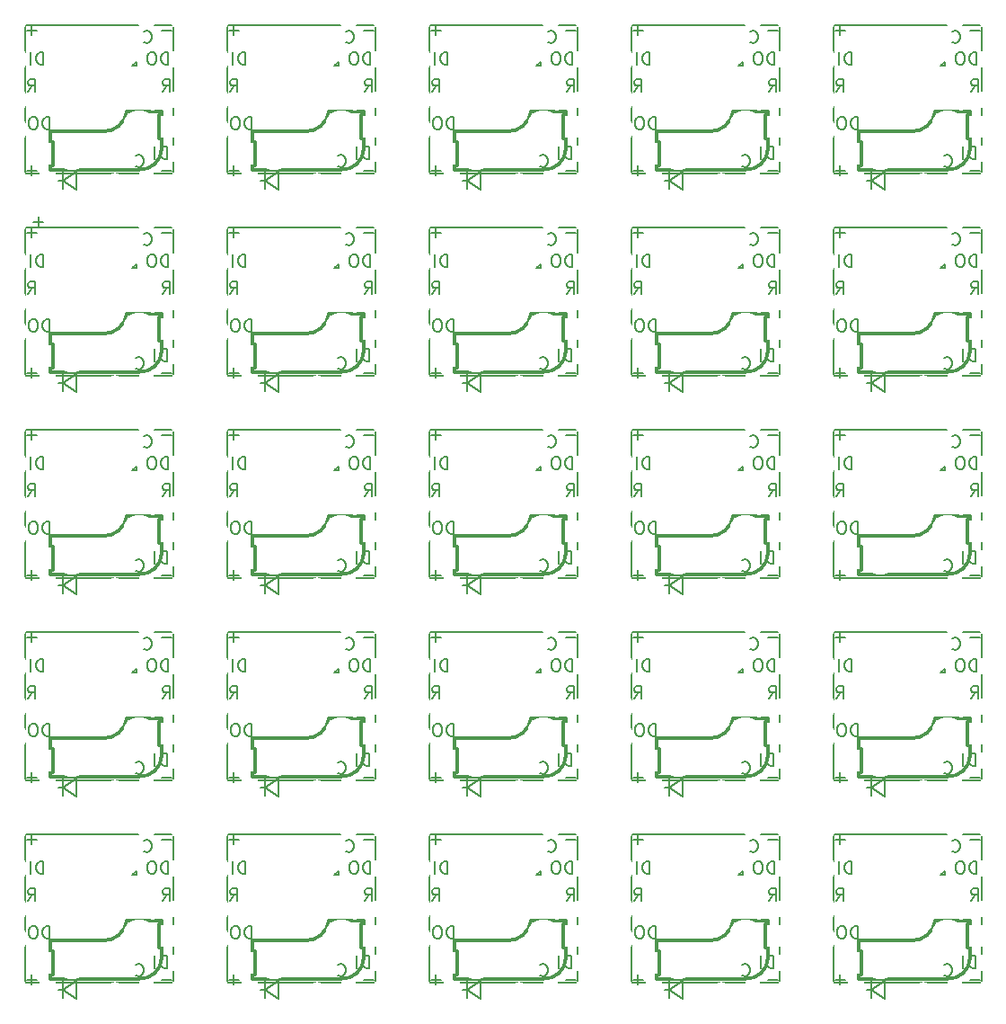
<source format=gbo>
G04 #@! TF.GenerationSoftware,KiCad,Pcbnew,5.0.2-bee76a0~70~ubuntu18.04.1*
G04 #@! TF.CreationDate,2020-02-01T05:14:07+09:00*
G04 #@! TF.ProjectId,container,636f6e74-6169-46e6-9572-2e6b69636164,rev?*
G04 #@! TF.SameCoordinates,Original*
G04 #@! TF.FileFunction,Legend,Bot*
G04 #@! TF.FilePolarity,Positive*
%FSLAX46Y46*%
G04 Gerber Fmt 4.6, Leading zero omitted, Abs format (unit mm)*
G04 Created by KiCad (PCBNEW 5.0.2-bee76a0~70~ubuntu18.04.1) date 2020年02月01日 05時14分07秒*
%MOMM*%
%LPD*%
G01*
G04 APERTURE LIST*
%ADD10C,0.200000*%
%ADD11C,0.150000*%
%ADD12C,0.300000*%
%ADD13R,2.402000X2.102000*%
%ADD14C,3.102000*%
%ADD15C,4.202000*%
%ADD16C,2.002000*%
%ADD17R,1.502000X1.502000*%
%ADD18C,1.502000*%
%ADD19R,1.702000X1.302000*%
%ADD20C,1.902000*%
%ADD21R,1.902000X0.922000*%
G04 APERTURE END LIST*
D10*
X144729142Y-105368714D02*
X143814857Y-105368714D01*
X144272000Y-105825857D02*
X144272000Y-104911571D01*
X125679142Y-105368714D02*
X124764857Y-105368714D01*
X125222000Y-105825857D02*
X125222000Y-104911571D01*
X106629142Y-105368714D02*
X105714857Y-105368714D01*
X106172000Y-105825857D02*
X106172000Y-104911571D01*
X87579142Y-105368714D02*
X86664857Y-105368714D01*
X87122000Y-105825857D02*
X87122000Y-104911571D01*
X68529142Y-105368714D02*
X67614857Y-105368714D01*
X68072000Y-105825857D02*
X68072000Y-104911571D01*
X144729142Y-86318714D02*
X143814857Y-86318714D01*
X144272000Y-86775857D02*
X144272000Y-85861571D01*
X125679142Y-86318714D02*
X124764857Y-86318714D01*
X125222000Y-86775857D02*
X125222000Y-85861571D01*
X106629142Y-86318714D02*
X105714857Y-86318714D01*
X106172000Y-86775857D02*
X106172000Y-85861571D01*
X87579142Y-86318714D02*
X86664857Y-86318714D01*
X87122000Y-86775857D02*
X87122000Y-85861571D01*
X68529142Y-86318714D02*
X67614857Y-86318714D01*
X68072000Y-86775857D02*
X68072000Y-85861571D01*
X144729142Y-67268714D02*
X143814857Y-67268714D01*
X144272000Y-67725857D02*
X144272000Y-66811571D01*
X125679142Y-67268714D02*
X124764857Y-67268714D01*
X125222000Y-67725857D02*
X125222000Y-66811571D01*
X106629142Y-67268714D02*
X105714857Y-67268714D01*
X106172000Y-67725857D02*
X106172000Y-66811571D01*
X87579142Y-67268714D02*
X86664857Y-67268714D01*
X87122000Y-67725857D02*
X87122000Y-66811571D01*
X68529142Y-67268714D02*
X67614857Y-67268714D01*
X68072000Y-67725857D02*
X68072000Y-66811571D01*
X144729142Y-48218714D02*
X143814857Y-48218714D01*
X144272000Y-48675857D02*
X144272000Y-47761571D01*
X125679142Y-48218714D02*
X124764857Y-48218714D01*
X125222000Y-48675857D02*
X125222000Y-47761571D01*
X106629142Y-48218714D02*
X105714857Y-48218714D01*
X106172000Y-48675857D02*
X106172000Y-47761571D01*
X87579142Y-48218714D02*
X86664857Y-48218714D01*
X87122000Y-48675857D02*
X87122000Y-47761571D01*
X68529142Y-48218714D02*
X67614857Y-48218714D01*
X68072000Y-48675857D02*
X68072000Y-47761571D01*
X144729142Y-29168714D02*
X143814857Y-29168714D01*
X144272000Y-29625857D02*
X144272000Y-28711571D01*
X125679142Y-29168714D02*
X124764857Y-29168714D01*
X125222000Y-29625857D02*
X125222000Y-28711571D01*
X106629142Y-29168714D02*
X105714857Y-29168714D01*
X106172000Y-29625857D02*
X106172000Y-28711571D01*
X87579142Y-29168714D02*
X86664857Y-29168714D01*
X87122000Y-29625857D02*
X87122000Y-28711571D01*
X154822571Y-106473571D02*
X154879714Y-106530714D01*
X155051142Y-106587857D01*
X155165428Y-106587857D01*
X155336857Y-106530714D01*
X155451142Y-106416428D01*
X155508285Y-106302142D01*
X155565428Y-106073571D01*
X155565428Y-105902142D01*
X155508285Y-105673571D01*
X155451142Y-105559285D01*
X155336857Y-105445000D01*
X155165428Y-105387857D01*
X155051142Y-105387857D01*
X154879714Y-105445000D01*
X154822571Y-105502142D01*
X135772571Y-106473571D02*
X135829714Y-106530714D01*
X136001142Y-106587857D01*
X136115428Y-106587857D01*
X136286857Y-106530714D01*
X136401142Y-106416428D01*
X136458285Y-106302142D01*
X136515428Y-106073571D01*
X136515428Y-105902142D01*
X136458285Y-105673571D01*
X136401142Y-105559285D01*
X136286857Y-105445000D01*
X136115428Y-105387857D01*
X136001142Y-105387857D01*
X135829714Y-105445000D01*
X135772571Y-105502142D01*
X116722571Y-106473571D02*
X116779714Y-106530714D01*
X116951142Y-106587857D01*
X117065428Y-106587857D01*
X117236857Y-106530714D01*
X117351142Y-106416428D01*
X117408285Y-106302142D01*
X117465428Y-106073571D01*
X117465428Y-105902142D01*
X117408285Y-105673571D01*
X117351142Y-105559285D01*
X117236857Y-105445000D01*
X117065428Y-105387857D01*
X116951142Y-105387857D01*
X116779714Y-105445000D01*
X116722571Y-105502142D01*
X97672571Y-106473571D02*
X97729714Y-106530714D01*
X97901142Y-106587857D01*
X98015428Y-106587857D01*
X98186857Y-106530714D01*
X98301142Y-106416428D01*
X98358285Y-106302142D01*
X98415428Y-106073571D01*
X98415428Y-105902142D01*
X98358285Y-105673571D01*
X98301142Y-105559285D01*
X98186857Y-105445000D01*
X98015428Y-105387857D01*
X97901142Y-105387857D01*
X97729714Y-105445000D01*
X97672571Y-105502142D01*
X78622571Y-106473571D02*
X78679714Y-106530714D01*
X78851142Y-106587857D01*
X78965428Y-106587857D01*
X79136857Y-106530714D01*
X79251142Y-106416428D01*
X79308285Y-106302142D01*
X79365428Y-106073571D01*
X79365428Y-105902142D01*
X79308285Y-105673571D01*
X79251142Y-105559285D01*
X79136857Y-105445000D01*
X78965428Y-105387857D01*
X78851142Y-105387857D01*
X78679714Y-105445000D01*
X78622571Y-105502142D01*
X154822571Y-87423571D02*
X154879714Y-87480714D01*
X155051142Y-87537857D01*
X155165428Y-87537857D01*
X155336857Y-87480714D01*
X155451142Y-87366428D01*
X155508285Y-87252142D01*
X155565428Y-87023571D01*
X155565428Y-86852142D01*
X155508285Y-86623571D01*
X155451142Y-86509285D01*
X155336857Y-86395000D01*
X155165428Y-86337857D01*
X155051142Y-86337857D01*
X154879714Y-86395000D01*
X154822571Y-86452142D01*
X135772571Y-87423571D02*
X135829714Y-87480714D01*
X136001142Y-87537857D01*
X136115428Y-87537857D01*
X136286857Y-87480714D01*
X136401142Y-87366428D01*
X136458285Y-87252142D01*
X136515428Y-87023571D01*
X136515428Y-86852142D01*
X136458285Y-86623571D01*
X136401142Y-86509285D01*
X136286857Y-86395000D01*
X136115428Y-86337857D01*
X136001142Y-86337857D01*
X135829714Y-86395000D01*
X135772571Y-86452142D01*
X116722571Y-87423571D02*
X116779714Y-87480714D01*
X116951142Y-87537857D01*
X117065428Y-87537857D01*
X117236857Y-87480714D01*
X117351142Y-87366428D01*
X117408285Y-87252142D01*
X117465428Y-87023571D01*
X117465428Y-86852142D01*
X117408285Y-86623571D01*
X117351142Y-86509285D01*
X117236857Y-86395000D01*
X117065428Y-86337857D01*
X116951142Y-86337857D01*
X116779714Y-86395000D01*
X116722571Y-86452142D01*
X97672571Y-87423571D02*
X97729714Y-87480714D01*
X97901142Y-87537857D01*
X98015428Y-87537857D01*
X98186857Y-87480714D01*
X98301142Y-87366428D01*
X98358285Y-87252142D01*
X98415428Y-87023571D01*
X98415428Y-86852142D01*
X98358285Y-86623571D01*
X98301142Y-86509285D01*
X98186857Y-86395000D01*
X98015428Y-86337857D01*
X97901142Y-86337857D01*
X97729714Y-86395000D01*
X97672571Y-86452142D01*
X78622571Y-87423571D02*
X78679714Y-87480714D01*
X78851142Y-87537857D01*
X78965428Y-87537857D01*
X79136857Y-87480714D01*
X79251142Y-87366428D01*
X79308285Y-87252142D01*
X79365428Y-87023571D01*
X79365428Y-86852142D01*
X79308285Y-86623571D01*
X79251142Y-86509285D01*
X79136857Y-86395000D01*
X78965428Y-86337857D01*
X78851142Y-86337857D01*
X78679714Y-86395000D01*
X78622571Y-86452142D01*
X154822571Y-68373571D02*
X154879714Y-68430714D01*
X155051142Y-68487857D01*
X155165428Y-68487857D01*
X155336857Y-68430714D01*
X155451142Y-68316428D01*
X155508285Y-68202142D01*
X155565428Y-67973571D01*
X155565428Y-67802142D01*
X155508285Y-67573571D01*
X155451142Y-67459285D01*
X155336857Y-67345000D01*
X155165428Y-67287857D01*
X155051142Y-67287857D01*
X154879714Y-67345000D01*
X154822571Y-67402142D01*
X135772571Y-68373571D02*
X135829714Y-68430714D01*
X136001142Y-68487857D01*
X136115428Y-68487857D01*
X136286857Y-68430714D01*
X136401142Y-68316428D01*
X136458285Y-68202142D01*
X136515428Y-67973571D01*
X136515428Y-67802142D01*
X136458285Y-67573571D01*
X136401142Y-67459285D01*
X136286857Y-67345000D01*
X136115428Y-67287857D01*
X136001142Y-67287857D01*
X135829714Y-67345000D01*
X135772571Y-67402142D01*
X116722571Y-68373571D02*
X116779714Y-68430714D01*
X116951142Y-68487857D01*
X117065428Y-68487857D01*
X117236857Y-68430714D01*
X117351142Y-68316428D01*
X117408285Y-68202142D01*
X117465428Y-67973571D01*
X117465428Y-67802142D01*
X117408285Y-67573571D01*
X117351142Y-67459285D01*
X117236857Y-67345000D01*
X117065428Y-67287857D01*
X116951142Y-67287857D01*
X116779714Y-67345000D01*
X116722571Y-67402142D01*
X97672571Y-68373571D02*
X97729714Y-68430714D01*
X97901142Y-68487857D01*
X98015428Y-68487857D01*
X98186857Y-68430714D01*
X98301142Y-68316428D01*
X98358285Y-68202142D01*
X98415428Y-67973571D01*
X98415428Y-67802142D01*
X98358285Y-67573571D01*
X98301142Y-67459285D01*
X98186857Y-67345000D01*
X98015428Y-67287857D01*
X97901142Y-67287857D01*
X97729714Y-67345000D01*
X97672571Y-67402142D01*
X78622571Y-68373571D02*
X78679714Y-68430714D01*
X78851142Y-68487857D01*
X78965428Y-68487857D01*
X79136857Y-68430714D01*
X79251142Y-68316428D01*
X79308285Y-68202142D01*
X79365428Y-67973571D01*
X79365428Y-67802142D01*
X79308285Y-67573571D01*
X79251142Y-67459285D01*
X79136857Y-67345000D01*
X78965428Y-67287857D01*
X78851142Y-67287857D01*
X78679714Y-67345000D01*
X78622571Y-67402142D01*
X154822571Y-49323571D02*
X154879714Y-49380714D01*
X155051142Y-49437857D01*
X155165428Y-49437857D01*
X155336857Y-49380714D01*
X155451142Y-49266428D01*
X155508285Y-49152142D01*
X155565428Y-48923571D01*
X155565428Y-48752142D01*
X155508285Y-48523571D01*
X155451142Y-48409285D01*
X155336857Y-48295000D01*
X155165428Y-48237857D01*
X155051142Y-48237857D01*
X154879714Y-48295000D01*
X154822571Y-48352142D01*
X135772571Y-49323571D02*
X135829714Y-49380714D01*
X136001142Y-49437857D01*
X136115428Y-49437857D01*
X136286857Y-49380714D01*
X136401142Y-49266428D01*
X136458285Y-49152142D01*
X136515428Y-48923571D01*
X136515428Y-48752142D01*
X136458285Y-48523571D01*
X136401142Y-48409285D01*
X136286857Y-48295000D01*
X136115428Y-48237857D01*
X136001142Y-48237857D01*
X135829714Y-48295000D01*
X135772571Y-48352142D01*
X116722571Y-49323571D02*
X116779714Y-49380714D01*
X116951142Y-49437857D01*
X117065428Y-49437857D01*
X117236857Y-49380714D01*
X117351142Y-49266428D01*
X117408285Y-49152142D01*
X117465428Y-48923571D01*
X117465428Y-48752142D01*
X117408285Y-48523571D01*
X117351142Y-48409285D01*
X117236857Y-48295000D01*
X117065428Y-48237857D01*
X116951142Y-48237857D01*
X116779714Y-48295000D01*
X116722571Y-48352142D01*
X97672571Y-49323571D02*
X97729714Y-49380714D01*
X97901142Y-49437857D01*
X98015428Y-49437857D01*
X98186857Y-49380714D01*
X98301142Y-49266428D01*
X98358285Y-49152142D01*
X98415428Y-48923571D01*
X98415428Y-48752142D01*
X98358285Y-48523571D01*
X98301142Y-48409285D01*
X98186857Y-48295000D01*
X98015428Y-48237857D01*
X97901142Y-48237857D01*
X97729714Y-48295000D01*
X97672571Y-48352142D01*
X78622571Y-49323571D02*
X78679714Y-49380714D01*
X78851142Y-49437857D01*
X78965428Y-49437857D01*
X79136857Y-49380714D01*
X79251142Y-49266428D01*
X79308285Y-49152142D01*
X79365428Y-48923571D01*
X79365428Y-48752142D01*
X79308285Y-48523571D01*
X79251142Y-48409285D01*
X79136857Y-48295000D01*
X78965428Y-48237857D01*
X78851142Y-48237857D01*
X78679714Y-48295000D01*
X78622571Y-48352142D01*
X154822571Y-30273571D02*
X154879714Y-30330714D01*
X155051142Y-30387857D01*
X155165428Y-30387857D01*
X155336857Y-30330714D01*
X155451142Y-30216428D01*
X155508285Y-30102142D01*
X155565428Y-29873571D01*
X155565428Y-29702142D01*
X155508285Y-29473571D01*
X155451142Y-29359285D01*
X155336857Y-29245000D01*
X155165428Y-29187857D01*
X155051142Y-29187857D01*
X154879714Y-29245000D01*
X154822571Y-29302142D01*
X135772571Y-30273571D02*
X135829714Y-30330714D01*
X136001142Y-30387857D01*
X136115428Y-30387857D01*
X136286857Y-30330714D01*
X136401142Y-30216428D01*
X136458285Y-30102142D01*
X136515428Y-29873571D01*
X136515428Y-29702142D01*
X136458285Y-29473571D01*
X136401142Y-29359285D01*
X136286857Y-29245000D01*
X136115428Y-29187857D01*
X136001142Y-29187857D01*
X135829714Y-29245000D01*
X135772571Y-29302142D01*
X116722571Y-30273571D02*
X116779714Y-30330714D01*
X116951142Y-30387857D01*
X117065428Y-30387857D01*
X117236857Y-30330714D01*
X117351142Y-30216428D01*
X117408285Y-30102142D01*
X117465428Y-29873571D01*
X117465428Y-29702142D01*
X117408285Y-29473571D01*
X117351142Y-29359285D01*
X117236857Y-29245000D01*
X117065428Y-29187857D01*
X116951142Y-29187857D01*
X116779714Y-29245000D01*
X116722571Y-29302142D01*
X97672571Y-30273571D02*
X97729714Y-30330714D01*
X97901142Y-30387857D01*
X98015428Y-30387857D01*
X98186857Y-30330714D01*
X98301142Y-30216428D01*
X98358285Y-30102142D01*
X98415428Y-29873571D01*
X98415428Y-29702142D01*
X98358285Y-29473571D01*
X98301142Y-29359285D01*
X98186857Y-29245000D01*
X98015428Y-29187857D01*
X97901142Y-29187857D01*
X97729714Y-29245000D01*
X97672571Y-29302142D01*
X157064000Y-117509857D02*
X157064000Y-116309857D01*
X156778285Y-116309857D01*
X156606857Y-116367000D01*
X156492571Y-116481285D01*
X156435428Y-116595571D01*
X156378285Y-116824142D01*
X156378285Y-116995571D01*
X156435428Y-117224142D01*
X156492571Y-117338428D01*
X156606857Y-117452714D01*
X156778285Y-117509857D01*
X157064000Y-117509857D01*
X155864000Y-117509857D02*
X155864000Y-116309857D01*
X138014000Y-117509857D02*
X138014000Y-116309857D01*
X137728285Y-116309857D01*
X137556857Y-116367000D01*
X137442571Y-116481285D01*
X137385428Y-116595571D01*
X137328285Y-116824142D01*
X137328285Y-116995571D01*
X137385428Y-117224142D01*
X137442571Y-117338428D01*
X137556857Y-117452714D01*
X137728285Y-117509857D01*
X138014000Y-117509857D01*
X136814000Y-117509857D02*
X136814000Y-116309857D01*
X118964000Y-117509857D02*
X118964000Y-116309857D01*
X118678285Y-116309857D01*
X118506857Y-116367000D01*
X118392571Y-116481285D01*
X118335428Y-116595571D01*
X118278285Y-116824142D01*
X118278285Y-116995571D01*
X118335428Y-117224142D01*
X118392571Y-117338428D01*
X118506857Y-117452714D01*
X118678285Y-117509857D01*
X118964000Y-117509857D01*
X117764000Y-117509857D02*
X117764000Y-116309857D01*
X99914000Y-117509857D02*
X99914000Y-116309857D01*
X99628285Y-116309857D01*
X99456857Y-116367000D01*
X99342571Y-116481285D01*
X99285428Y-116595571D01*
X99228285Y-116824142D01*
X99228285Y-116995571D01*
X99285428Y-117224142D01*
X99342571Y-117338428D01*
X99456857Y-117452714D01*
X99628285Y-117509857D01*
X99914000Y-117509857D01*
X98714000Y-117509857D02*
X98714000Y-116309857D01*
X80864000Y-117509857D02*
X80864000Y-116309857D01*
X80578285Y-116309857D01*
X80406857Y-116367000D01*
X80292571Y-116481285D01*
X80235428Y-116595571D01*
X80178285Y-116824142D01*
X80178285Y-116995571D01*
X80235428Y-117224142D01*
X80292571Y-117338428D01*
X80406857Y-117452714D01*
X80578285Y-117509857D01*
X80864000Y-117509857D01*
X79664000Y-117509857D02*
X79664000Y-116309857D01*
X157064000Y-98459857D02*
X157064000Y-97259857D01*
X156778285Y-97259857D01*
X156606857Y-97317000D01*
X156492571Y-97431285D01*
X156435428Y-97545571D01*
X156378285Y-97774142D01*
X156378285Y-97945571D01*
X156435428Y-98174142D01*
X156492571Y-98288428D01*
X156606857Y-98402714D01*
X156778285Y-98459857D01*
X157064000Y-98459857D01*
X155864000Y-98459857D02*
X155864000Y-97259857D01*
X138014000Y-98459857D02*
X138014000Y-97259857D01*
X137728285Y-97259857D01*
X137556857Y-97317000D01*
X137442571Y-97431285D01*
X137385428Y-97545571D01*
X137328285Y-97774142D01*
X137328285Y-97945571D01*
X137385428Y-98174142D01*
X137442571Y-98288428D01*
X137556857Y-98402714D01*
X137728285Y-98459857D01*
X138014000Y-98459857D01*
X136814000Y-98459857D02*
X136814000Y-97259857D01*
X118964000Y-98459857D02*
X118964000Y-97259857D01*
X118678285Y-97259857D01*
X118506857Y-97317000D01*
X118392571Y-97431285D01*
X118335428Y-97545571D01*
X118278285Y-97774142D01*
X118278285Y-97945571D01*
X118335428Y-98174142D01*
X118392571Y-98288428D01*
X118506857Y-98402714D01*
X118678285Y-98459857D01*
X118964000Y-98459857D01*
X117764000Y-98459857D02*
X117764000Y-97259857D01*
X99914000Y-98459857D02*
X99914000Y-97259857D01*
X99628285Y-97259857D01*
X99456857Y-97317000D01*
X99342571Y-97431285D01*
X99285428Y-97545571D01*
X99228285Y-97774142D01*
X99228285Y-97945571D01*
X99285428Y-98174142D01*
X99342571Y-98288428D01*
X99456857Y-98402714D01*
X99628285Y-98459857D01*
X99914000Y-98459857D01*
X98714000Y-98459857D02*
X98714000Y-97259857D01*
X80864000Y-98459857D02*
X80864000Y-97259857D01*
X80578285Y-97259857D01*
X80406857Y-97317000D01*
X80292571Y-97431285D01*
X80235428Y-97545571D01*
X80178285Y-97774142D01*
X80178285Y-97945571D01*
X80235428Y-98174142D01*
X80292571Y-98288428D01*
X80406857Y-98402714D01*
X80578285Y-98459857D01*
X80864000Y-98459857D01*
X79664000Y-98459857D02*
X79664000Y-97259857D01*
X157064000Y-79409857D02*
X157064000Y-78209857D01*
X156778285Y-78209857D01*
X156606857Y-78267000D01*
X156492571Y-78381285D01*
X156435428Y-78495571D01*
X156378285Y-78724142D01*
X156378285Y-78895571D01*
X156435428Y-79124142D01*
X156492571Y-79238428D01*
X156606857Y-79352714D01*
X156778285Y-79409857D01*
X157064000Y-79409857D01*
X155864000Y-79409857D02*
X155864000Y-78209857D01*
X138014000Y-79409857D02*
X138014000Y-78209857D01*
X137728285Y-78209857D01*
X137556857Y-78267000D01*
X137442571Y-78381285D01*
X137385428Y-78495571D01*
X137328285Y-78724142D01*
X137328285Y-78895571D01*
X137385428Y-79124142D01*
X137442571Y-79238428D01*
X137556857Y-79352714D01*
X137728285Y-79409857D01*
X138014000Y-79409857D01*
X136814000Y-79409857D02*
X136814000Y-78209857D01*
X118964000Y-79409857D02*
X118964000Y-78209857D01*
X118678285Y-78209857D01*
X118506857Y-78267000D01*
X118392571Y-78381285D01*
X118335428Y-78495571D01*
X118278285Y-78724142D01*
X118278285Y-78895571D01*
X118335428Y-79124142D01*
X118392571Y-79238428D01*
X118506857Y-79352714D01*
X118678285Y-79409857D01*
X118964000Y-79409857D01*
X117764000Y-79409857D02*
X117764000Y-78209857D01*
X99914000Y-79409857D02*
X99914000Y-78209857D01*
X99628285Y-78209857D01*
X99456857Y-78267000D01*
X99342571Y-78381285D01*
X99285428Y-78495571D01*
X99228285Y-78724142D01*
X99228285Y-78895571D01*
X99285428Y-79124142D01*
X99342571Y-79238428D01*
X99456857Y-79352714D01*
X99628285Y-79409857D01*
X99914000Y-79409857D01*
X98714000Y-79409857D02*
X98714000Y-78209857D01*
X80864000Y-79409857D02*
X80864000Y-78209857D01*
X80578285Y-78209857D01*
X80406857Y-78267000D01*
X80292571Y-78381285D01*
X80235428Y-78495571D01*
X80178285Y-78724142D01*
X80178285Y-78895571D01*
X80235428Y-79124142D01*
X80292571Y-79238428D01*
X80406857Y-79352714D01*
X80578285Y-79409857D01*
X80864000Y-79409857D01*
X79664000Y-79409857D02*
X79664000Y-78209857D01*
X157064000Y-60359857D02*
X157064000Y-59159857D01*
X156778285Y-59159857D01*
X156606857Y-59217000D01*
X156492571Y-59331285D01*
X156435428Y-59445571D01*
X156378285Y-59674142D01*
X156378285Y-59845571D01*
X156435428Y-60074142D01*
X156492571Y-60188428D01*
X156606857Y-60302714D01*
X156778285Y-60359857D01*
X157064000Y-60359857D01*
X155864000Y-60359857D02*
X155864000Y-59159857D01*
X138014000Y-60359857D02*
X138014000Y-59159857D01*
X137728285Y-59159857D01*
X137556857Y-59217000D01*
X137442571Y-59331285D01*
X137385428Y-59445571D01*
X137328285Y-59674142D01*
X137328285Y-59845571D01*
X137385428Y-60074142D01*
X137442571Y-60188428D01*
X137556857Y-60302714D01*
X137728285Y-60359857D01*
X138014000Y-60359857D01*
X136814000Y-60359857D02*
X136814000Y-59159857D01*
X118964000Y-60359857D02*
X118964000Y-59159857D01*
X118678285Y-59159857D01*
X118506857Y-59217000D01*
X118392571Y-59331285D01*
X118335428Y-59445571D01*
X118278285Y-59674142D01*
X118278285Y-59845571D01*
X118335428Y-60074142D01*
X118392571Y-60188428D01*
X118506857Y-60302714D01*
X118678285Y-60359857D01*
X118964000Y-60359857D01*
X117764000Y-60359857D02*
X117764000Y-59159857D01*
X99914000Y-60359857D02*
X99914000Y-59159857D01*
X99628285Y-59159857D01*
X99456857Y-59217000D01*
X99342571Y-59331285D01*
X99285428Y-59445571D01*
X99228285Y-59674142D01*
X99228285Y-59845571D01*
X99285428Y-60074142D01*
X99342571Y-60188428D01*
X99456857Y-60302714D01*
X99628285Y-60359857D01*
X99914000Y-60359857D01*
X98714000Y-60359857D02*
X98714000Y-59159857D01*
X80864000Y-60359857D02*
X80864000Y-59159857D01*
X80578285Y-59159857D01*
X80406857Y-59217000D01*
X80292571Y-59331285D01*
X80235428Y-59445571D01*
X80178285Y-59674142D01*
X80178285Y-59845571D01*
X80235428Y-60074142D01*
X80292571Y-60188428D01*
X80406857Y-60302714D01*
X80578285Y-60359857D01*
X80864000Y-60359857D01*
X79664000Y-60359857D02*
X79664000Y-59159857D01*
X157064000Y-41309857D02*
X157064000Y-40109857D01*
X156778285Y-40109857D01*
X156606857Y-40167000D01*
X156492571Y-40281285D01*
X156435428Y-40395571D01*
X156378285Y-40624142D01*
X156378285Y-40795571D01*
X156435428Y-41024142D01*
X156492571Y-41138428D01*
X156606857Y-41252714D01*
X156778285Y-41309857D01*
X157064000Y-41309857D01*
X155864000Y-41309857D02*
X155864000Y-40109857D01*
X138014000Y-41309857D02*
X138014000Y-40109857D01*
X137728285Y-40109857D01*
X137556857Y-40167000D01*
X137442571Y-40281285D01*
X137385428Y-40395571D01*
X137328285Y-40624142D01*
X137328285Y-40795571D01*
X137385428Y-41024142D01*
X137442571Y-41138428D01*
X137556857Y-41252714D01*
X137728285Y-41309857D01*
X138014000Y-41309857D01*
X136814000Y-41309857D02*
X136814000Y-40109857D01*
X118964000Y-41309857D02*
X118964000Y-40109857D01*
X118678285Y-40109857D01*
X118506857Y-40167000D01*
X118392571Y-40281285D01*
X118335428Y-40395571D01*
X118278285Y-40624142D01*
X118278285Y-40795571D01*
X118335428Y-41024142D01*
X118392571Y-41138428D01*
X118506857Y-41252714D01*
X118678285Y-41309857D01*
X118964000Y-41309857D01*
X117764000Y-41309857D02*
X117764000Y-40109857D01*
X99914000Y-41309857D02*
X99914000Y-40109857D01*
X99628285Y-40109857D01*
X99456857Y-40167000D01*
X99342571Y-40281285D01*
X99285428Y-40395571D01*
X99228285Y-40624142D01*
X99228285Y-40795571D01*
X99285428Y-41024142D01*
X99342571Y-41138428D01*
X99456857Y-41252714D01*
X99628285Y-41309857D01*
X99914000Y-41309857D01*
X98714000Y-41309857D02*
X98714000Y-40109857D01*
X145380000Y-108619857D02*
X145380000Y-107419857D01*
X145094285Y-107419857D01*
X144922857Y-107477000D01*
X144808571Y-107591285D01*
X144751428Y-107705571D01*
X144694285Y-107934142D01*
X144694285Y-108105571D01*
X144751428Y-108334142D01*
X144808571Y-108448428D01*
X144922857Y-108562714D01*
X145094285Y-108619857D01*
X145380000Y-108619857D01*
X144180000Y-108619857D02*
X144180000Y-107419857D01*
X126330000Y-108619857D02*
X126330000Y-107419857D01*
X126044285Y-107419857D01*
X125872857Y-107477000D01*
X125758571Y-107591285D01*
X125701428Y-107705571D01*
X125644285Y-107934142D01*
X125644285Y-108105571D01*
X125701428Y-108334142D01*
X125758571Y-108448428D01*
X125872857Y-108562714D01*
X126044285Y-108619857D01*
X126330000Y-108619857D01*
X125130000Y-108619857D02*
X125130000Y-107419857D01*
X107280000Y-108619857D02*
X107280000Y-107419857D01*
X106994285Y-107419857D01*
X106822857Y-107477000D01*
X106708571Y-107591285D01*
X106651428Y-107705571D01*
X106594285Y-107934142D01*
X106594285Y-108105571D01*
X106651428Y-108334142D01*
X106708571Y-108448428D01*
X106822857Y-108562714D01*
X106994285Y-108619857D01*
X107280000Y-108619857D01*
X106080000Y-108619857D02*
X106080000Y-107419857D01*
X88230000Y-108619857D02*
X88230000Y-107419857D01*
X87944285Y-107419857D01*
X87772857Y-107477000D01*
X87658571Y-107591285D01*
X87601428Y-107705571D01*
X87544285Y-107934142D01*
X87544285Y-108105571D01*
X87601428Y-108334142D01*
X87658571Y-108448428D01*
X87772857Y-108562714D01*
X87944285Y-108619857D01*
X88230000Y-108619857D01*
X87030000Y-108619857D02*
X87030000Y-107419857D01*
X69180000Y-108619857D02*
X69180000Y-107419857D01*
X68894285Y-107419857D01*
X68722857Y-107477000D01*
X68608571Y-107591285D01*
X68551428Y-107705571D01*
X68494285Y-107934142D01*
X68494285Y-108105571D01*
X68551428Y-108334142D01*
X68608571Y-108448428D01*
X68722857Y-108562714D01*
X68894285Y-108619857D01*
X69180000Y-108619857D01*
X67980000Y-108619857D02*
X67980000Y-107419857D01*
X145380000Y-89569857D02*
X145380000Y-88369857D01*
X145094285Y-88369857D01*
X144922857Y-88427000D01*
X144808571Y-88541285D01*
X144751428Y-88655571D01*
X144694285Y-88884142D01*
X144694285Y-89055571D01*
X144751428Y-89284142D01*
X144808571Y-89398428D01*
X144922857Y-89512714D01*
X145094285Y-89569857D01*
X145380000Y-89569857D01*
X144180000Y-89569857D02*
X144180000Y-88369857D01*
X126330000Y-89569857D02*
X126330000Y-88369857D01*
X126044285Y-88369857D01*
X125872857Y-88427000D01*
X125758571Y-88541285D01*
X125701428Y-88655571D01*
X125644285Y-88884142D01*
X125644285Y-89055571D01*
X125701428Y-89284142D01*
X125758571Y-89398428D01*
X125872857Y-89512714D01*
X126044285Y-89569857D01*
X126330000Y-89569857D01*
X125130000Y-89569857D02*
X125130000Y-88369857D01*
X107280000Y-89569857D02*
X107280000Y-88369857D01*
X106994285Y-88369857D01*
X106822857Y-88427000D01*
X106708571Y-88541285D01*
X106651428Y-88655571D01*
X106594285Y-88884142D01*
X106594285Y-89055571D01*
X106651428Y-89284142D01*
X106708571Y-89398428D01*
X106822857Y-89512714D01*
X106994285Y-89569857D01*
X107280000Y-89569857D01*
X106080000Y-89569857D02*
X106080000Y-88369857D01*
X88230000Y-89569857D02*
X88230000Y-88369857D01*
X87944285Y-88369857D01*
X87772857Y-88427000D01*
X87658571Y-88541285D01*
X87601428Y-88655571D01*
X87544285Y-88884142D01*
X87544285Y-89055571D01*
X87601428Y-89284142D01*
X87658571Y-89398428D01*
X87772857Y-89512714D01*
X87944285Y-89569857D01*
X88230000Y-89569857D01*
X87030000Y-89569857D02*
X87030000Y-88369857D01*
X69180000Y-89569857D02*
X69180000Y-88369857D01*
X68894285Y-88369857D01*
X68722857Y-88427000D01*
X68608571Y-88541285D01*
X68551428Y-88655571D01*
X68494285Y-88884142D01*
X68494285Y-89055571D01*
X68551428Y-89284142D01*
X68608571Y-89398428D01*
X68722857Y-89512714D01*
X68894285Y-89569857D01*
X69180000Y-89569857D01*
X67980000Y-89569857D02*
X67980000Y-88369857D01*
X145380000Y-70519857D02*
X145380000Y-69319857D01*
X145094285Y-69319857D01*
X144922857Y-69377000D01*
X144808571Y-69491285D01*
X144751428Y-69605571D01*
X144694285Y-69834142D01*
X144694285Y-70005571D01*
X144751428Y-70234142D01*
X144808571Y-70348428D01*
X144922857Y-70462714D01*
X145094285Y-70519857D01*
X145380000Y-70519857D01*
X144180000Y-70519857D02*
X144180000Y-69319857D01*
X126330000Y-70519857D02*
X126330000Y-69319857D01*
X126044285Y-69319857D01*
X125872857Y-69377000D01*
X125758571Y-69491285D01*
X125701428Y-69605571D01*
X125644285Y-69834142D01*
X125644285Y-70005571D01*
X125701428Y-70234142D01*
X125758571Y-70348428D01*
X125872857Y-70462714D01*
X126044285Y-70519857D01*
X126330000Y-70519857D01*
X125130000Y-70519857D02*
X125130000Y-69319857D01*
X107280000Y-70519857D02*
X107280000Y-69319857D01*
X106994285Y-69319857D01*
X106822857Y-69377000D01*
X106708571Y-69491285D01*
X106651428Y-69605571D01*
X106594285Y-69834142D01*
X106594285Y-70005571D01*
X106651428Y-70234142D01*
X106708571Y-70348428D01*
X106822857Y-70462714D01*
X106994285Y-70519857D01*
X107280000Y-70519857D01*
X106080000Y-70519857D02*
X106080000Y-69319857D01*
X88230000Y-70519857D02*
X88230000Y-69319857D01*
X87944285Y-69319857D01*
X87772857Y-69377000D01*
X87658571Y-69491285D01*
X87601428Y-69605571D01*
X87544285Y-69834142D01*
X87544285Y-70005571D01*
X87601428Y-70234142D01*
X87658571Y-70348428D01*
X87772857Y-70462714D01*
X87944285Y-70519857D01*
X88230000Y-70519857D01*
X87030000Y-70519857D02*
X87030000Y-69319857D01*
X69180000Y-70519857D02*
X69180000Y-69319857D01*
X68894285Y-69319857D01*
X68722857Y-69377000D01*
X68608571Y-69491285D01*
X68551428Y-69605571D01*
X68494285Y-69834142D01*
X68494285Y-70005571D01*
X68551428Y-70234142D01*
X68608571Y-70348428D01*
X68722857Y-70462714D01*
X68894285Y-70519857D01*
X69180000Y-70519857D01*
X67980000Y-70519857D02*
X67980000Y-69319857D01*
X145380000Y-51469857D02*
X145380000Y-50269857D01*
X145094285Y-50269857D01*
X144922857Y-50327000D01*
X144808571Y-50441285D01*
X144751428Y-50555571D01*
X144694285Y-50784142D01*
X144694285Y-50955571D01*
X144751428Y-51184142D01*
X144808571Y-51298428D01*
X144922857Y-51412714D01*
X145094285Y-51469857D01*
X145380000Y-51469857D01*
X144180000Y-51469857D02*
X144180000Y-50269857D01*
X126330000Y-51469857D02*
X126330000Y-50269857D01*
X126044285Y-50269857D01*
X125872857Y-50327000D01*
X125758571Y-50441285D01*
X125701428Y-50555571D01*
X125644285Y-50784142D01*
X125644285Y-50955571D01*
X125701428Y-51184142D01*
X125758571Y-51298428D01*
X125872857Y-51412714D01*
X126044285Y-51469857D01*
X126330000Y-51469857D01*
X125130000Y-51469857D02*
X125130000Y-50269857D01*
X107280000Y-51469857D02*
X107280000Y-50269857D01*
X106994285Y-50269857D01*
X106822857Y-50327000D01*
X106708571Y-50441285D01*
X106651428Y-50555571D01*
X106594285Y-50784142D01*
X106594285Y-50955571D01*
X106651428Y-51184142D01*
X106708571Y-51298428D01*
X106822857Y-51412714D01*
X106994285Y-51469857D01*
X107280000Y-51469857D01*
X106080000Y-51469857D02*
X106080000Y-50269857D01*
X88230000Y-51469857D02*
X88230000Y-50269857D01*
X87944285Y-50269857D01*
X87772857Y-50327000D01*
X87658571Y-50441285D01*
X87601428Y-50555571D01*
X87544285Y-50784142D01*
X87544285Y-50955571D01*
X87601428Y-51184142D01*
X87658571Y-51298428D01*
X87772857Y-51412714D01*
X87944285Y-51469857D01*
X88230000Y-51469857D01*
X87030000Y-51469857D02*
X87030000Y-50269857D01*
X69180000Y-51469857D02*
X69180000Y-50269857D01*
X68894285Y-50269857D01*
X68722857Y-50327000D01*
X68608571Y-50441285D01*
X68551428Y-50555571D01*
X68494285Y-50784142D01*
X68494285Y-50955571D01*
X68551428Y-51184142D01*
X68608571Y-51298428D01*
X68722857Y-51412714D01*
X68894285Y-51469857D01*
X69180000Y-51469857D01*
X67980000Y-51469857D02*
X67980000Y-50269857D01*
X145380000Y-32419857D02*
X145380000Y-31219857D01*
X145094285Y-31219857D01*
X144922857Y-31277000D01*
X144808571Y-31391285D01*
X144751428Y-31505571D01*
X144694285Y-31734142D01*
X144694285Y-31905571D01*
X144751428Y-32134142D01*
X144808571Y-32248428D01*
X144922857Y-32362714D01*
X145094285Y-32419857D01*
X145380000Y-32419857D01*
X144180000Y-32419857D02*
X144180000Y-31219857D01*
X126330000Y-32419857D02*
X126330000Y-31219857D01*
X126044285Y-31219857D01*
X125872857Y-31277000D01*
X125758571Y-31391285D01*
X125701428Y-31505571D01*
X125644285Y-31734142D01*
X125644285Y-31905571D01*
X125701428Y-32134142D01*
X125758571Y-32248428D01*
X125872857Y-32362714D01*
X126044285Y-32419857D01*
X126330000Y-32419857D01*
X125130000Y-32419857D02*
X125130000Y-31219857D01*
X107280000Y-32419857D02*
X107280000Y-31219857D01*
X106994285Y-31219857D01*
X106822857Y-31277000D01*
X106708571Y-31391285D01*
X106651428Y-31505571D01*
X106594285Y-31734142D01*
X106594285Y-31905571D01*
X106651428Y-32134142D01*
X106708571Y-32248428D01*
X106822857Y-32362714D01*
X106994285Y-32419857D01*
X107280000Y-32419857D01*
X106080000Y-32419857D02*
X106080000Y-31219857D01*
X88230000Y-32419857D02*
X88230000Y-31219857D01*
X87944285Y-31219857D01*
X87772857Y-31277000D01*
X87658571Y-31391285D01*
X87601428Y-31505571D01*
X87544285Y-31734142D01*
X87544285Y-31905571D01*
X87601428Y-32134142D01*
X87658571Y-32248428D01*
X87772857Y-32362714D01*
X87944285Y-32419857D01*
X88230000Y-32419857D01*
X87030000Y-32419857D02*
X87030000Y-31219857D01*
X157429142Y-105368714D02*
X156514857Y-105368714D01*
X138379142Y-105368714D02*
X137464857Y-105368714D01*
X119329142Y-105368714D02*
X118414857Y-105368714D01*
X100279142Y-105368714D02*
X99364857Y-105368714D01*
X81229142Y-105368714D02*
X80314857Y-105368714D01*
X157429142Y-86318714D02*
X156514857Y-86318714D01*
X138379142Y-86318714D02*
X137464857Y-86318714D01*
X119329142Y-86318714D02*
X118414857Y-86318714D01*
X100279142Y-86318714D02*
X99364857Y-86318714D01*
X81229142Y-86318714D02*
X80314857Y-86318714D01*
X157429142Y-67268714D02*
X156514857Y-67268714D01*
X138379142Y-67268714D02*
X137464857Y-67268714D01*
X119329142Y-67268714D02*
X118414857Y-67268714D01*
X100279142Y-67268714D02*
X99364857Y-67268714D01*
X81229142Y-67268714D02*
X80314857Y-67268714D01*
X157429142Y-48218714D02*
X156514857Y-48218714D01*
X138379142Y-48218714D02*
X137464857Y-48218714D01*
X119329142Y-48218714D02*
X118414857Y-48218714D01*
X100279142Y-48218714D02*
X99364857Y-48218714D01*
X81229142Y-48218714D02*
X80314857Y-48218714D01*
X157429142Y-29168714D02*
X156514857Y-29168714D01*
X138379142Y-29168714D02*
X137464857Y-29168714D01*
X119329142Y-29168714D02*
X118414857Y-29168714D01*
X100279142Y-29168714D02*
X99364857Y-29168714D01*
X157152857Y-108619857D02*
X157152857Y-107419857D01*
X156867142Y-107419857D01*
X156695714Y-107477000D01*
X156581428Y-107591285D01*
X156524285Y-107705571D01*
X156467142Y-107934142D01*
X156467142Y-108105571D01*
X156524285Y-108334142D01*
X156581428Y-108448428D01*
X156695714Y-108562714D01*
X156867142Y-108619857D01*
X157152857Y-108619857D01*
X155724285Y-107419857D02*
X155495714Y-107419857D01*
X155381428Y-107477000D01*
X155267142Y-107591285D01*
X155210000Y-107819857D01*
X155210000Y-108219857D01*
X155267142Y-108448428D01*
X155381428Y-108562714D01*
X155495714Y-108619857D01*
X155724285Y-108619857D01*
X155838571Y-108562714D01*
X155952857Y-108448428D01*
X156010000Y-108219857D01*
X156010000Y-107819857D01*
X155952857Y-107591285D01*
X155838571Y-107477000D01*
X155724285Y-107419857D01*
X138102857Y-108619857D02*
X138102857Y-107419857D01*
X137817142Y-107419857D01*
X137645714Y-107477000D01*
X137531428Y-107591285D01*
X137474285Y-107705571D01*
X137417142Y-107934142D01*
X137417142Y-108105571D01*
X137474285Y-108334142D01*
X137531428Y-108448428D01*
X137645714Y-108562714D01*
X137817142Y-108619857D01*
X138102857Y-108619857D01*
X136674285Y-107419857D02*
X136445714Y-107419857D01*
X136331428Y-107477000D01*
X136217142Y-107591285D01*
X136160000Y-107819857D01*
X136160000Y-108219857D01*
X136217142Y-108448428D01*
X136331428Y-108562714D01*
X136445714Y-108619857D01*
X136674285Y-108619857D01*
X136788571Y-108562714D01*
X136902857Y-108448428D01*
X136960000Y-108219857D01*
X136960000Y-107819857D01*
X136902857Y-107591285D01*
X136788571Y-107477000D01*
X136674285Y-107419857D01*
X119052857Y-108619857D02*
X119052857Y-107419857D01*
X118767142Y-107419857D01*
X118595714Y-107477000D01*
X118481428Y-107591285D01*
X118424285Y-107705571D01*
X118367142Y-107934142D01*
X118367142Y-108105571D01*
X118424285Y-108334142D01*
X118481428Y-108448428D01*
X118595714Y-108562714D01*
X118767142Y-108619857D01*
X119052857Y-108619857D01*
X117624285Y-107419857D02*
X117395714Y-107419857D01*
X117281428Y-107477000D01*
X117167142Y-107591285D01*
X117110000Y-107819857D01*
X117110000Y-108219857D01*
X117167142Y-108448428D01*
X117281428Y-108562714D01*
X117395714Y-108619857D01*
X117624285Y-108619857D01*
X117738571Y-108562714D01*
X117852857Y-108448428D01*
X117910000Y-108219857D01*
X117910000Y-107819857D01*
X117852857Y-107591285D01*
X117738571Y-107477000D01*
X117624285Y-107419857D01*
X100002857Y-108619857D02*
X100002857Y-107419857D01*
X99717142Y-107419857D01*
X99545714Y-107477000D01*
X99431428Y-107591285D01*
X99374285Y-107705571D01*
X99317142Y-107934142D01*
X99317142Y-108105571D01*
X99374285Y-108334142D01*
X99431428Y-108448428D01*
X99545714Y-108562714D01*
X99717142Y-108619857D01*
X100002857Y-108619857D01*
X98574285Y-107419857D02*
X98345714Y-107419857D01*
X98231428Y-107477000D01*
X98117142Y-107591285D01*
X98060000Y-107819857D01*
X98060000Y-108219857D01*
X98117142Y-108448428D01*
X98231428Y-108562714D01*
X98345714Y-108619857D01*
X98574285Y-108619857D01*
X98688571Y-108562714D01*
X98802857Y-108448428D01*
X98860000Y-108219857D01*
X98860000Y-107819857D01*
X98802857Y-107591285D01*
X98688571Y-107477000D01*
X98574285Y-107419857D01*
X80952857Y-108619857D02*
X80952857Y-107419857D01*
X80667142Y-107419857D01*
X80495714Y-107477000D01*
X80381428Y-107591285D01*
X80324285Y-107705571D01*
X80267142Y-107934142D01*
X80267142Y-108105571D01*
X80324285Y-108334142D01*
X80381428Y-108448428D01*
X80495714Y-108562714D01*
X80667142Y-108619857D01*
X80952857Y-108619857D01*
X79524285Y-107419857D02*
X79295714Y-107419857D01*
X79181428Y-107477000D01*
X79067142Y-107591285D01*
X79010000Y-107819857D01*
X79010000Y-108219857D01*
X79067142Y-108448428D01*
X79181428Y-108562714D01*
X79295714Y-108619857D01*
X79524285Y-108619857D01*
X79638571Y-108562714D01*
X79752857Y-108448428D01*
X79810000Y-108219857D01*
X79810000Y-107819857D01*
X79752857Y-107591285D01*
X79638571Y-107477000D01*
X79524285Y-107419857D01*
X157152857Y-89569857D02*
X157152857Y-88369857D01*
X156867142Y-88369857D01*
X156695714Y-88427000D01*
X156581428Y-88541285D01*
X156524285Y-88655571D01*
X156467142Y-88884142D01*
X156467142Y-89055571D01*
X156524285Y-89284142D01*
X156581428Y-89398428D01*
X156695714Y-89512714D01*
X156867142Y-89569857D01*
X157152857Y-89569857D01*
X155724285Y-88369857D02*
X155495714Y-88369857D01*
X155381428Y-88427000D01*
X155267142Y-88541285D01*
X155210000Y-88769857D01*
X155210000Y-89169857D01*
X155267142Y-89398428D01*
X155381428Y-89512714D01*
X155495714Y-89569857D01*
X155724285Y-89569857D01*
X155838571Y-89512714D01*
X155952857Y-89398428D01*
X156010000Y-89169857D01*
X156010000Y-88769857D01*
X155952857Y-88541285D01*
X155838571Y-88427000D01*
X155724285Y-88369857D01*
X138102857Y-89569857D02*
X138102857Y-88369857D01*
X137817142Y-88369857D01*
X137645714Y-88427000D01*
X137531428Y-88541285D01*
X137474285Y-88655571D01*
X137417142Y-88884142D01*
X137417142Y-89055571D01*
X137474285Y-89284142D01*
X137531428Y-89398428D01*
X137645714Y-89512714D01*
X137817142Y-89569857D01*
X138102857Y-89569857D01*
X136674285Y-88369857D02*
X136445714Y-88369857D01*
X136331428Y-88427000D01*
X136217142Y-88541285D01*
X136160000Y-88769857D01*
X136160000Y-89169857D01*
X136217142Y-89398428D01*
X136331428Y-89512714D01*
X136445714Y-89569857D01*
X136674285Y-89569857D01*
X136788571Y-89512714D01*
X136902857Y-89398428D01*
X136960000Y-89169857D01*
X136960000Y-88769857D01*
X136902857Y-88541285D01*
X136788571Y-88427000D01*
X136674285Y-88369857D01*
X119052857Y-89569857D02*
X119052857Y-88369857D01*
X118767142Y-88369857D01*
X118595714Y-88427000D01*
X118481428Y-88541285D01*
X118424285Y-88655571D01*
X118367142Y-88884142D01*
X118367142Y-89055571D01*
X118424285Y-89284142D01*
X118481428Y-89398428D01*
X118595714Y-89512714D01*
X118767142Y-89569857D01*
X119052857Y-89569857D01*
X117624285Y-88369857D02*
X117395714Y-88369857D01*
X117281428Y-88427000D01*
X117167142Y-88541285D01*
X117110000Y-88769857D01*
X117110000Y-89169857D01*
X117167142Y-89398428D01*
X117281428Y-89512714D01*
X117395714Y-89569857D01*
X117624285Y-89569857D01*
X117738571Y-89512714D01*
X117852857Y-89398428D01*
X117910000Y-89169857D01*
X117910000Y-88769857D01*
X117852857Y-88541285D01*
X117738571Y-88427000D01*
X117624285Y-88369857D01*
X100002857Y-89569857D02*
X100002857Y-88369857D01*
X99717142Y-88369857D01*
X99545714Y-88427000D01*
X99431428Y-88541285D01*
X99374285Y-88655571D01*
X99317142Y-88884142D01*
X99317142Y-89055571D01*
X99374285Y-89284142D01*
X99431428Y-89398428D01*
X99545714Y-89512714D01*
X99717142Y-89569857D01*
X100002857Y-89569857D01*
X98574285Y-88369857D02*
X98345714Y-88369857D01*
X98231428Y-88427000D01*
X98117142Y-88541285D01*
X98060000Y-88769857D01*
X98060000Y-89169857D01*
X98117142Y-89398428D01*
X98231428Y-89512714D01*
X98345714Y-89569857D01*
X98574285Y-89569857D01*
X98688571Y-89512714D01*
X98802857Y-89398428D01*
X98860000Y-89169857D01*
X98860000Y-88769857D01*
X98802857Y-88541285D01*
X98688571Y-88427000D01*
X98574285Y-88369857D01*
X80952857Y-89569857D02*
X80952857Y-88369857D01*
X80667142Y-88369857D01*
X80495714Y-88427000D01*
X80381428Y-88541285D01*
X80324285Y-88655571D01*
X80267142Y-88884142D01*
X80267142Y-89055571D01*
X80324285Y-89284142D01*
X80381428Y-89398428D01*
X80495714Y-89512714D01*
X80667142Y-89569857D01*
X80952857Y-89569857D01*
X79524285Y-88369857D02*
X79295714Y-88369857D01*
X79181428Y-88427000D01*
X79067142Y-88541285D01*
X79010000Y-88769857D01*
X79010000Y-89169857D01*
X79067142Y-89398428D01*
X79181428Y-89512714D01*
X79295714Y-89569857D01*
X79524285Y-89569857D01*
X79638571Y-89512714D01*
X79752857Y-89398428D01*
X79810000Y-89169857D01*
X79810000Y-88769857D01*
X79752857Y-88541285D01*
X79638571Y-88427000D01*
X79524285Y-88369857D01*
X157152857Y-70519857D02*
X157152857Y-69319857D01*
X156867142Y-69319857D01*
X156695714Y-69377000D01*
X156581428Y-69491285D01*
X156524285Y-69605571D01*
X156467142Y-69834142D01*
X156467142Y-70005571D01*
X156524285Y-70234142D01*
X156581428Y-70348428D01*
X156695714Y-70462714D01*
X156867142Y-70519857D01*
X157152857Y-70519857D01*
X155724285Y-69319857D02*
X155495714Y-69319857D01*
X155381428Y-69377000D01*
X155267142Y-69491285D01*
X155210000Y-69719857D01*
X155210000Y-70119857D01*
X155267142Y-70348428D01*
X155381428Y-70462714D01*
X155495714Y-70519857D01*
X155724285Y-70519857D01*
X155838571Y-70462714D01*
X155952857Y-70348428D01*
X156010000Y-70119857D01*
X156010000Y-69719857D01*
X155952857Y-69491285D01*
X155838571Y-69377000D01*
X155724285Y-69319857D01*
X138102857Y-70519857D02*
X138102857Y-69319857D01*
X137817142Y-69319857D01*
X137645714Y-69377000D01*
X137531428Y-69491285D01*
X137474285Y-69605571D01*
X137417142Y-69834142D01*
X137417142Y-70005571D01*
X137474285Y-70234142D01*
X137531428Y-70348428D01*
X137645714Y-70462714D01*
X137817142Y-70519857D01*
X138102857Y-70519857D01*
X136674285Y-69319857D02*
X136445714Y-69319857D01*
X136331428Y-69377000D01*
X136217142Y-69491285D01*
X136160000Y-69719857D01*
X136160000Y-70119857D01*
X136217142Y-70348428D01*
X136331428Y-70462714D01*
X136445714Y-70519857D01*
X136674285Y-70519857D01*
X136788571Y-70462714D01*
X136902857Y-70348428D01*
X136960000Y-70119857D01*
X136960000Y-69719857D01*
X136902857Y-69491285D01*
X136788571Y-69377000D01*
X136674285Y-69319857D01*
X119052857Y-70519857D02*
X119052857Y-69319857D01*
X118767142Y-69319857D01*
X118595714Y-69377000D01*
X118481428Y-69491285D01*
X118424285Y-69605571D01*
X118367142Y-69834142D01*
X118367142Y-70005571D01*
X118424285Y-70234142D01*
X118481428Y-70348428D01*
X118595714Y-70462714D01*
X118767142Y-70519857D01*
X119052857Y-70519857D01*
X117624285Y-69319857D02*
X117395714Y-69319857D01*
X117281428Y-69377000D01*
X117167142Y-69491285D01*
X117110000Y-69719857D01*
X117110000Y-70119857D01*
X117167142Y-70348428D01*
X117281428Y-70462714D01*
X117395714Y-70519857D01*
X117624285Y-70519857D01*
X117738571Y-70462714D01*
X117852857Y-70348428D01*
X117910000Y-70119857D01*
X117910000Y-69719857D01*
X117852857Y-69491285D01*
X117738571Y-69377000D01*
X117624285Y-69319857D01*
X100002857Y-70519857D02*
X100002857Y-69319857D01*
X99717142Y-69319857D01*
X99545714Y-69377000D01*
X99431428Y-69491285D01*
X99374285Y-69605571D01*
X99317142Y-69834142D01*
X99317142Y-70005571D01*
X99374285Y-70234142D01*
X99431428Y-70348428D01*
X99545714Y-70462714D01*
X99717142Y-70519857D01*
X100002857Y-70519857D01*
X98574285Y-69319857D02*
X98345714Y-69319857D01*
X98231428Y-69377000D01*
X98117142Y-69491285D01*
X98060000Y-69719857D01*
X98060000Y-70119857D01*
X98117142Y-70348428D01*
X98231428Y-70462714D01*
X98345714Y-70519857D01*
X98574285Y-70519857D01*
X98688571Y-70462714D01*
X98802857Y-70348428D01*
X98860000Y-70119857D01*
X98860000Y-69719857D01*
X98802857Y-69491285D01*
X98688571Y-69377000D01*
X98574285Y-69319857D01*
X80952857Y-70519857D02*
X80952857Y-69319857D01*
X80667142Y-69319857D01*
X80495714Y-69377000D01*
X80381428Y-69491285D01*
X80324285Y-69605571D01*
X80267142Y-69834142D01*
X80267142Y-70005571D01*
X80324285Y-70234142D01*
X80381428Y-70348428D01*
X80495714Y-70462714D01*
X80667142Y-70519857D01*
X80952857Y-70519857D01*
X79524285Y-69319857D02*
X79295714Y-69319857D01*
X79181428Y-69377000D01*
X79067142Y-69491285D01*
X79010000Y-69719857D01*
X79010000Y-70119857D01*
X79067142Y-70348428D01*
X79181428Y-70462714D01*
X79295714Y-70519857D01*
X79524285Y-70519857D01*
X79638571Y-70462714D01*
X79752857Y-70348428D01*
X79810000Y-70119857D01*
X79810000Y-69719857D01*
X79752857Y-69491285D01*
X79638571Y-69377000D01*
X79524285Y-69319857D01*
X157152857Y-51469857D02*
X157152857Y-50269857D01*
X156867142Y-50269857D01*
X156695714Y-50327000D01*
X156581428Y-50441285D01*
X156524285Y-50555571D01*
X156467142Y-50784142D01*
X156467142Y-50955571D01*
X156524285Y-51184142D01*
X156581428Y-51298428D01*
X156695714Y-51412714D01*
X156867142Y-51469857D01*
X157152857Y-51469857D01*
X155724285Y-50269857D02*
X155495714Y-50269857D01*
X155381428Y-50327000D01*
X155267142Y-50441285D01*
X155210000Y-50669857D01*
X155210000Y-51069857D01*
X155267142Y-51298428D01*
X155381428Y-51412714D01*
X155495714Y-51469857D01*
X155724285Y-51469857D01*
X155838571Y-51412714D01*
X155952857Y-51298428D01*
X156010000Y-51069857D01*
X156010000Y-50669857D01*
X155952857Y-50441285D01*
X155838571Y-50327000D01*
X155724285Y-50269857D01*
X138102857Y-51469857D02*
X138102857Y-50269857D01*
X137817142Y-50269857D01*
X137645714Y-50327000D01*
X137531428Y-50441285D01*
X137474285Y-50555571D01*
X137417142Y-50784142D01*
X137417142Y-50955571D01*
X137474285Y-51184142D01*
X137531428Y-51298428D01*
X137645714Y-51412714D01*
X137817142Y-51469857D01*
X138102857Y-51469857D01*
X136674285Y-50269857D02*
X136445714Y-50269857D01*
X136331428Y-50327000D01*
X136217142Y-50441285D01*
X136160000Y-50669857D01*
X136160000Y-51069857D01*
X136217142Y-51298428D01*
X136331428Y-51412714D01*
X136445714Y-51469857D01*
X136674285Y-51469857D01*
X136788571Y-51412714D01*
X136902857Y-51298428D01*
X136960000Y-51069857D01*
X136960000Y-50669857D01*
X136902857Y-50441285D01*
X136788571Y-50327000D01*
X136674285Y-50269857D01*
X119052857Y-51469857D02*
X119052857Y-50269857D01*
X118767142Y-50269857D01*
X118595714Y-50327000D01*
X118481428Y-50441285D01*
X118424285Y-50555571D01*
X118367142Y-50784142D01*
X118367142Y-50955571D01*
X118424285Y-51184142D01*
X118481428Y-51298428D01*
X118595714Y-51412714D01*
X118767142Y-51469857D01*
X119052857Y-51469857D01*
X117624285Y-50269857D02*
X117395714Y-50269857D01*
X117281428Y-50327000D01*
X117167142Y-50441285D01*
X117110000Y-50669857D01*
X117110000Y-51069857D01*
X117167142Y-51298428D01*
X117281428Y-51412714D01*
X117395714Y-51469857D01*
X117624285Y-51469857D01*
X117738571Y-51412714D01*
X117852857Y-51298428D01*
X117910000Y-51069857D01*
X117910000Y-50669857D01*
X117852857Y-50441285D01*
X117738571Y-50327000D01*
X117624285Y-50269857D01*
X100002857Y-51469857D02*
X100002857Y-50269857D01*
X99717142Y-50269857D01*
X99545714Y-50327000D01*
X99431428Y-50441285D01*
X99374285Y-50555571D01*
X99317142Y-50784142D01*
X99317142Y-50955571D01*
X99374285Y-51184142D01*
X99431428Y-51298428D01*
X99545714Y-51412714D01*
X99717142Y-51469857D01*
X100002857Y-51469857D01*
X98574285Y-50269857D02*
X98345714Y-50269857D01*
X98231428Y-50327000D01*
X98117142Y-50441285D01*
X98060000Y-50669857D01*
X98060000Y-51069857D01*
X98117142Y-51298428D01*
X98231428Y-51412714D01*
X98345714Y-51469857D01*
X98574285Y-51469857D01*
X98688571Y-51412714D01*
X98802857Y-51298428D01*
X98860000Y-51069857D01*
X98860000Y-50669857D01*
X98802857Y-50441285D01*
X98688571Y-50327000D01*
X98574285Y-50269857D01*
X80952857Y-51469857D02*
X80952857Y-50269857D01*
X80667142Y-50269857D01*
X80495714Y-50327000D01*
X80381428Y-50441285D01*
X80324285Y-50555571D01*
X80267142Y-50784142D01*
X80267142Y-50955571D01*
X80324285Y-51184142D01*
X80381428Y-51298428D01*
X80495714Y-51412714D01*
X80667142Y-51469857D01*
X80952857Y-51469857D01*
X79524285Y-50269857D02*
X79295714Y-50269857D01*
X79181428Y-50327000D01*
X79067142Y-50441285D01*
X79010000Y-50669857D01*
X79010000Y-51069857D01*
X79067142Y-51298428D01*
X79181428Y-51412714D01*
X79295714Y-51469857D01*
X79524285Y-51469857D01*
X79638571Y-51412714D01*
X79752857Y-51298428D01*
X79810000Y-51069857D01*
X79810000Y-50669857D01*
X79752857Y-50441285D01*
X79638571Y-50327000D01*
X79524285Y-50269857D01*
X157152857Y-32419857D02*
X157152857Y-31219857D01*
X156867142Y-31219857D01*
X156695714Y-31277000D01*
X156581428Y-31391285D01*
X156524285Y-31505571D01*
X156467142Y-31734142D01*
X156467142Y-31905571D01*
X156524285Y-32134142D01*
X156581428Y-32248428D01*
X156695714Y-32362714D01*
X156867142Y-32419857D01*
X157152857Y-32419857D01*
X155724285Y-31219857D02*
X155495714Y-31219857D01*
X155381428Y-31277000D01*
X155267142Y-31391285D01*
X155210000Y-31619857D01*
X155210000Y-32019857D01*
X155267142Y-32248428D01*
X155381428Y-32362714D01*
X155495714Y-32419857D01*
X155724285Y-32419857D01*
X155838571Y-32362714D01*
X155952857Y-32248428D01*
X156010000Y-32019857D01*
X156010000Y-31619857D01*
X155952857Y-31391285D01*
X155838571Y-31277000D01*
X155724285Y-31219857D01*
X138102857Y-32419857D02*
X138102857Y-31219857D01*
X137817142Y-31219857D01*
X137645714Y-31277000D01*
X137531428Y-31391285D01*
X137474285Y-31505571D01*
X137417142Y-31734142D01*
X137417142Y-31905571D01*
X137474285Y-32134142D01*
X137531428Y-32248428D01*
X137645714Y-32362714D01*
X137817142Y-32419857D01*
X138102857Y-32419857D01*
X136674285Y-31219857D02*
X136445714Y-31219857D01*
X136331428Y-31277000D01*
X136217142Y-31391285D01*
X136160000Y-31619857D01*
X136160000Y-32019857D01*
X136217142Y-32248428D01*
X136331428Y-32362714D01*
X136445714Y-32419857D01*
X136674285Y-32419857D01*
X136788571Y-32362714D01*
X136902857Y-32248428D01*
X136960000Y-32019857D01*
X136960000Y-31619857D01*
X136902857Y-31391285D01*
X136788571Y-31277000D01*
X136674285Y-31219857D01*
X119052857Y-32419857D02*
X119052857Y-31219857D01*
X118767142Y-31219857D01*
X118595714Y-31277000D01*
X118481428Y-31391285D01*
X118424285Y-31505571D01*
X118367142Y-31734142D01*
X118367142Y-31905571D01*
X118424285Y-32134142D01*
X118481428Y-32248428D01*
X118595714Y-32362714D01*
X118767142Y-32419857D01*
X119052857Y-32419857D01*
X117624285Y-31219857D02*
X117395714Y-31219857D01*
X117281428Y-31277000D01*
X117167142Y-31391285D01*
X117110000Y-31619857D01*
X117110000Y-32019857D01*
X117167142Y-32248428D01*
X117281428Y-32362714D01*
X117395714Y-32419857D01*
X117624285Y-32419857D01*
X117738571Y-32362714D01*
X117852857Y-32248428D01*
X117910000Y-32019857D01*
X117910000Y-31619857D01*
X117852857Y-31391285D01*
X117738571Y-31277000D01*
X117624285Y-31219857D01*
X100002857Y-32419857D02*
X100002857Y-31219857D01*
X99717142Y-31219857D01*
X99545714Y-31277000D01*
X99431428Y-31391285D01*
X99374285Y-31505571D01*
X99317142Y-31734142D01*
X99317142Y-31905571D01*
X99374285Y-32134142D01*
X99431428Y-32248428D01*
X99545714Y-32362714D01*
X99717142Y-32419857D01*
X100002857Y-32419857D01*
X98574285Y-31219857D02*
X98345714Y-31219857D01*
X98231428Y-31277000D01*
X98117142Y-31391285D01*
X98060000Y-31619857D01*
X98060000Y-32019857D01*
X98117142Y-32248428D01*
X98231428Y-32362714D01*
X98345714Y-32419857D01*
X98574285Y-32419857D01*
X98688571Y-32362714D01*
X98802857Y-32248428D01*
X98860000Y-32019857D01*
X98860000Y-31619857D01*
X98802857Y-31391285D01*
X98688571Y-31277000D01*
X98574285Y-31219857D01*
X154060571Y-118157571D02*
X154117714Y-118214714D01*
X154289142Y-118271857D01*
X154403428Y-118271857D01*
X154574857Y-118214714D01*
X154689142Y-118100428D01*
X154746285Y-117986142D01*
X154803428Y-117757571D01*
X154803428Y-117586142D01*
X154746285Y-117357571D01*
X154689142Y-117243285D01*
X154574857Y-117129000D01*
X154403428Y-117071857D01*
X154289142Y-117071857D01*
X154117714Y-117129000D01*
X154060571Y-117186142D01*
X135010571Y-118157571D02*
X135067714Y-118214714D01*
X135239142Y-118271857D01*
X135353428Y-118271857D01*
X135524857Y-118214714D01*
X135639142Y-118100428D01*
X135696285Y-117986142D01*
X135753428Y-117757571D01*
X135753428Y-117586142D01*
X135696285Y-117357571D01*
X135639142Y-117243285D01*
X135524857Y-117129000D01*
X135353428Y-117071857D01*
X135239142Y-117071857D01*
X135067714Y-117129000D01*
X135010571Y-117186142D01*
X115960571Y-118157571D02*
X116017714Y-118214714D01*
X116189142Y-118271857D01*
X116303428Y-118271857D01*
X116474857Y-118214714D01*
X116589142Y-118100428D01*
X116646285Y-117986142D01*
X116703428Y-117757571D01*
X116703428Y-117586142D01*
X116646285Y-117357571D01*
X116589142Y-117243285D01*
X116474857Y-117129000D01*
X116303428Y-117071857D01*
X116189142Y-117071857D01*
X116017714Y-117129000D01*
X115960571Y-117186142D01*
X96910571Y-118157571D02*
X96967714Y-118214714D01*
X97139142Y-118271857D01*
X97253428Y-118271857D01*
X97424857Y-118214714D01*
X97539142Y-118100428D01*
X97596285Y-117986142D01*
X97653428Y-117757571D01*
X97653428Y-117586142D01*
X97596285Y-117357571D01*
X97539142Y-117243285D01*
X97424857Y-117129000D01*
X97253428Y-117071857D01*
X97139142Y-117071857D01*
X96967714Y-117129000D01*
X96910571Y-117186142D01*
X77860571Y-118157571D02*
X77917714Y-118214714D01*
X78089142Y-118271857D01*
X78203428Y-118271857D01*
X78374857Y-118214714D01*
X78489142Y-118100428D01*
X78546285Y-117986142D01*
X78603428Y-117757571D01*
X78603428Y-117586142D01*
X78546285Y-117357571D01*
X78489142Y-117243285D01*
X78374857Y-117129000D01*
X78203428Y-117071857D01*
X78089142Y-117071857D01*
X77917714Y-117129000D01*
X77860571Y-117186142D01*
X154060571Y-99107571D02*
X154117714Y-99164714D01*
X154289142Y-99221857D01*
X154403428Y-99221857D01*
X154574857Y-99164714D01*
X154689142Y-99050428D01*
X154746285Y-98936142D01*
X154803428Y-98707571D01*
X154803428Y-98536142D01*
X154746285Y-98307571D01*
X154689142Y-98193285D01*
X154574857Y-98079000D01*
X154403428Y-98021857D01*
X154289142Y-98021857D01*
X154117714Y-98079000D01*
X154060571Y-98136142D01*
X135010571Y-99107571D02*
X135067714Y-99164714D01*
X135239142Y-99221857D01*
X135353428Y-99221857D01*
X135524857Y-99164714D01*
X135639142Y-99050428D01*
X135696285Y-98936142D01*
X135753428Y-98707571D01*
X135753428Y-98536142D01*
X135696285Y-98307571D01*
X135639142Y-98193285D01*
X135524857Y-98079000D01*
X135353428Y-98021857D01*
X135239142Y-98021857D01*
X135067714Y-98079000D01*
X135010571Y-98136142D01*
X115960571Y-99107571D02*
X116017714Y-99164714D01*
X116189142Y-99221857D01*
X116303428Y-99221857D01*
X116474857Y-99164714D01*
X116589142Y-99050428D01*
X116646285Y-98936142D01*
X116703428Y-98707571D01*
X116703428Y-98536142D01*
X116646285Y-98307571D01*
X116589142Y-98193285D01*
X116474857Y-98079000D01*
X116303428Y-98021857D01*
X116189142Y-98021857D01*
X116017714Y-98079000D01*
X115960571Y-98136142D01*
X96910571Y-99107571D02*
X96967714Y-99164714D01*
X97139142Y-99221857D01*
X97253428Y-99221857D01*
X97424857Y-99164714D01*
X97539142Y-99050428D01*
X97596285Y-98936142D01*
X97653428Y-98707571D01*
X97653428Y-98536142D01*
X97596285Y-98307571D01*
X97539142Y-98193285D01*
X97424857Y-98079000D01*
X97253428Y-98021857D01*
X97139142Y-98021857D01*
X96967714Y-98079000D01*
X96910571Y-98136142D01*
X77860571Y-99107571D02*
X77917714Y-99164714D01*
X78089142Y-99221857D01*
X78203428Y-99221857D01*
X78374857Y-99164714D01*
X78489142Y-99050428D01*
X78546285Y-98936142D01*
X78603428Y-98707571D01*
X78603428Y-98536142D01*
X78546285Y-98307571D01*
X78489142Y-98193285D01*
X78374857Y-98079000D01*
X78203428Y-98021857D01*
X78089142Y-98021857D01*
X77917714Y-98079000D01*
X77860571Y-98136142D01*
X154060571Y-80057571D02*
X154117714Y-80114714D01*
X154289142Y-80171857D01*
X154403428Y-80171857D01*
X154574857Y-80114714D01*
X154689142Y-80000428D01*
X154746285Y-79886142D01*
X154803428Y-79657571D01*
X154803428Y-79486142D01*
X154746285Y-79257571D01*
X154689142Y-79143285D01*
X154574857Y-79029000D01*
X154403428Y-78971857D01*
X154289142Y-78971857D01*
X154117714Y-79029000D01*
X154060571Y-79086142D01*
X135010571Y-80057571D02*
X135067714Y-80114714D01*
X135239142Y-80171857D01*
X135353428Y-80171857D01*
X135524857Y-80114714D01*
X135639142Y-80000428D01*
X135696285Y-79886142D01*
X135753428Y-79657571D01*
X135753428Y-79486142D01*
X135696285Y-79257571D01*
X135639142Y-79143285D01*
X135524857Y-79029000D01*
X135353428Y-78971857D01*
X135239142Y-78971857D01*
X135067714Y-79029000D01*
X135010571Y-79086142D01*
X115960571Y-80057571D02*
X116017714Y-80114714D01*
X116189142Y-80171857D01*
X116303428Y-80171857D01*
X116474857Y-80114714D01*
X116589142Y-80000428D01*
X116646285Y-79886142D01*
X116703428Y-79657571D01*
X116703428Y-79486142D01*
X116646285Y-79257571D01*
X116589142Y-79143285D01*
X116474857Y-79029000D01*
X116303428Y-78971857D01*
X116189142Y-78971857D01*
X116017714Y-79029000D01*
X115960571Y-79086142D01*
X96910571Y-80057571D02*
X96967714Y-80114714D01*
X97139142Y-80171857D01*
X97253428Y-80171857D01*
X97424857Y-80114714D01*
X97539142Y-80000428D01*
X97596285Y-79886142D01*
X97653428Y-79657571D01*
X97653428Y-79486142D01*
X97596285Y-79257571D01*
X97539142Y-79143285D01*
X97424857Y-79029000D01*
X97253428Y-78971857D01*
X97139142Y-78971857D01*
X96967714Y-79029000D01*
X96910571Y-79086142D01*
X77860571Y-80057571D02*
X77917714Y-80114714D01*
X78089142Y-80171857D01*
X78203428Y-80171857D01*
X78374857Y-80114714D01*
X78489142Y-80000428D01*
X78546285Y-79886142D01*
X78603428Y-79657571D01*
X78603428Y-79486142D01*
X78546285Y-79257571D01*
X78489142Y-79143285D01*
X78374857Y-79029000D01*
X78203428Y-78971857D01*
X78089142Y-78971857D01*
X77917714Y-79029000D01*
X77860571Y-79086142D01*
X154060571Y-61007571D02*
X154117714Y-61064714D01*
X154289142Y-61121857D01*
X154403428Y-61121857D01*
X154574857Y-61064714D01*
X154689142Y-60950428D01*
X154746285Y-60836142D01*
X154803428Y-60607571D01*
X154803428Y-60436142D01*
X154746285Y-60207571D01*
X154689142Y-60093285D01*
X154574857Y-59979000D01*
X154403428Y-59921857D01*
X154289142Y-59921857D01*
X154117714Y-59979000D01*
X154060571Y-60036142D01*
X135010571Y-61007571D02*
X135067714Y-61064714D01*
X135239142Y-61121857D01*
X135353428Y-61121857D01*
X135524857Y-61064714D01*
X135639142Y-60950428D01*
X135696285Y-60836142D01*
X135753428Y-60607571D01*
X135753428Y-60436142D01*
X135696285Y-60207571D01*
X135639142Y-60093285D01*
X135524857Y-59979000D01*
X135353428Y-59921857D01*
X135239142Y-59921857D01*
X135067714Y-59979000D01*
X135010571Y-60036142D01*
X115960571Y-61007571D02*
X116017714Y-61064714D01*
X116189142Y-61121857D01*
X116303428Y-61121857D01*
X116474857Y-61064714D01*
X116589142Y-60950428D01*
X116646285Y-60836142D01*
X116703428Y-60607571D01*
X116703428Y-60436142D01*
X116646285Y-60207571D01*
X116589142Y-60093285D01*
X116474857Y-59979000D01*
X116303428Y-59921857D01*
X116189142Y-59921857D01*
X116017714Y-59979000D01*
X115960571Y-60036142D01*
X96910571Y-61007571D02*
X96967714Y-61064714D01*
X97139142Y-61121857D01*
X97253428Y-61121857D01*
X97424857Y-61064714D01*
X97539142Y-60950428D01*
X97596285Y-60836142D01*
X97653428Y-60607571D01*
X97653428Y-60436142D01*
X97596285Y-60207571D01*
X97539142Y-60093285D01*
X97424857Y-59979000D01*
X97253428Y-59921857D01*
X97139142Y-59921857D01*
X96967714Y-59979000D01*
X96910571Y-60036142D01*
X77860571Y-61007571D02*
X77917714Y-61064714D01*
X78089142Y-61121857D01*
X78203428Y-61121857D01*
X78374857Y-61064714D01*
X78489142Y-60950428D01*
X78546285Y-60836142D01*
X78603428Y-60607571D01*
X78603428Y-60436142D01*
X78546285Y-60207571D01*
X78489142Y-60093285D01*
X78374857Y-59979000D01*
X78203428Y-59921857D01*
X78089142Y-59921857D01*
X77917714Y-59979000D01*
X77860571Y-60036142D01*
X154060571Y-41957571D02*
X154117714Y-42014714D01*
X154289142Y-42071857D01*
X154403428Y-42071857D01*
X154574857Y-42014714D01*
X154689142Y-41900428D01*
X154746285Y-41786142D01*
X154803428Y-41557571D01*
X154803428Y-41386142D01*
X154746285Y-41157571D01*
X154689142Y-41043285D01*
X154574857Y-40929000D01*
X154403428Y-40871857D01*
X154289142Y-40871857D01*
X154117714Y-40929000D01*
X154060571Y-40986142D01*
X135010571Y-41957571D02*
X135067714Y-42014714D01*
X135239142Y-42071857D01*
X135353428Y-42071857D01*
X135524857Y-42014714D01*
X135639142Y-41900428D01*
X135696285Y-41786142D01*
X135753428Y-41557571D01*
X135753428Y-41386142D01*
X135696285Y-41157571D01*
X135639142Y-41043285D01*
X135524857Y-40929000D01*
X135353428Y-40871857D01*
X135239142Y-40871857D01*
X135067714Y-40929000D01*
X135010571Y-40986142D01*
X115960571Y-41957571D02*
X116017714Y-42014714D01*
X116189142Y-42071857D01*
X116303428Y-42071857D01*
X116474857Y-42014714D01*
X116589142Y-41900428D01*
X116646285Y-41786142D01*
X116703428Y-41557571D01*
X116703428Y-41386142D01*
X116646285Y-41157571D01*
X116589142Y-41043285D01*
X116474857Y-40929000D01*
X116303428Y-40871857D01*
X116189142Y-40871857D01*
X116017714Y-40929000D01*
X115960571Y-40986142D01*
X96910571Y-41957571D02*
X96967714Y-42014714D01*
X97139142Y-42071857D01*
X97253428Y-42071857D01*
X97424857Y-42014714D01*
X97539142Y-41900428D01*
X97596285Y-41786142D01*
X97653428Y-41557571D01*
X97653428Y-41386142D01*
X97596285Y-41157571D01*
X97539142Y-41043285D01*
X97424857Y-40929000D01*
X97253428Y-40871857D01*
X97139142Y-40871857D01*
X96967714Y-40929000D01*
X96910571Y-40986142D01*
X143900571Y-111159857D02*
X144300571Y-110588428D01*
X144586285Y-111159857D02*
X144586285Y-109959857D01*
X144129142Y-109959857D01*
X144014857Y-110017000D01*
X143957714Y-110074142D01*
X143900571Y-110188428D01*
X143900571Y-110359857D01*
X143957714Y-110474142D01*
X144014857Y-110531285D01*
X144129142Y-110588428D01*
X144586285Y-110588428D01*
X124850571Y-111159857D02*
X125250571Y-110588428D01*
X125536285Y-111159857D02*
X125536285Y-109959857D01*
X125079142Y-109959857D01*
X124964857Y-110017000D01*
X124907714Y-110074142D01*
X124850571Y-110188428D01*
X124850571Y-110359857D01*
X124907714Y-110474142D01*
X124964857Y-110531285D01*
X125079142Y-110588428D01*
X125536285Y-110588428D01*
X105800571Y-111159857D02*
X106200571Y-110588428D01*
X106486285Y-111159857D02*
X106486285Y-109959857D01*
X106029142Y-109959857D01*
X105914857Y-110017000D01*
X105857714Y-110074142D01*
X105800571Y-110188428D01*
X105800571Y-110359857D01*
X105857714Y-110474142D01*
X105914857Y-110531285D01*
X106029142Y-110588428D01*
X106486285Y-110588428D01*
X86750571Y-111159857D02*
X87150571Y-110588428D01*
X87436285Y-111159857D02*
X87436285Y-109959857D01*
X86979142Y-109959857D01*
X86864857Y-110017000D01*
X86807714Y-110074142D01*
X86750571Y-110188428D01*
X86750571Y-110359857D01*
X86807714Y-110474142D01*
X86864857Y-110531285D01*
X86979142Y-110588428D01*
X87436285Y-110588428D01*
X67700571Y-111159857D02*
X68100571Y-110588428D01*
X68386285Y-111159857D02*
X68386285Y-109959857D01*
X67929142Y-109959857D01*
X67814857Y-110017000D01*
X67757714Y-110074142D01*
X67700571Y-110188428D01*
X67700571Y-110359857D01*
X67757714Y-110474142D01*
X67814857Y-110531285D01*
X67929142Y-110588428D01*
X68386285Y-110588428D01*
X143900571Y-92109857D02*
X144300571Y-91538428D01*
X144586285Y-92109857D02*
X144586285Y-90909857D01*
X144129142Y-90909857D01*
X144014857Y-90967000D01*
X143957714Y-91024142D01*
X143900571Y-91138428D01*
X143900571Y-91309857D01*
X143957714Y-91424142D01*
X144014857Y-91481285D01*
X144129142Y-91538428D01*
X144586285Y-91538428D01*
X124850571Y-92109857D02*
X125250571Y-91538428D01*
X125536285Y-92109857D02*
X125536285Y-90909857D01*
X125079142Y-90909857D01*
X124964857Y-90967000D01*
X124907714Y-91024142D01*
X124850571Y-91138428D01*
X124850571Y-91309857D01*
X124907714Y-91424142D01*
X124964857Y-91481285D01*
X125079142Y-91538428D01*
X125536285Y-91538428D01*
X105800571Y-92109857D02*
X106200571Y-91538428D01*
X106486285Y-92109857D02*
X106486285Y-90909857D01*
X106029142Y-90909857D01*
X105914857Y-90967000D01*
X105857714Y-91024142D01*
X105800571Y-91138428D01*
X105800571Y-91309857D01*
X105857714Y-91424142D01*
X105914857Y-91481285D01*
X106029142Y-91538428D01*
X106486285Y-91538428D01*
X86750571Y-92109857D02*
X87150571Y-91538428D01*
X87436285Y-92109857D02*
X87436285Y-90909857D01*
X86979142Y-90909857D01*
X86864857Y-90967000D01*
X86807714Y-91024142D01*
X86750571Y-91138428D01*
X86750571Y-91309857D01*
X86807714Y-91424142D01*
X86864857Y-91481285D01*
X86979142Y-91538428D01*
X87436285Y-91538428D01*
X67700571Y-92109857D02*
X68100571Y-91538428D01*
X68386285Y-92109857D02*
X68386285Y-90909857D01*
X67929142Y-90909857D01*
X67814857Y-90967000D01*
X67757714Y-91024142D01*
X67700571Y-91138428D01*
X67700571Y-91309857D01*
X67757714Y-91424142D01*
X67814857Y-91481285D01*
X67929142Y-91538428D01*
X68386285Y-91538428D01*
X143900571Y-73059857D02*
X144300571Y-72488428D01*
X144586285Y-73059857D02*
X144586285Y-71859857D01*
X144129142Y-71859857D01*
X144014857Y-71917000D01*
X143957714Y-71974142D01*
X143900571Y-72088428D01*
X143900571Y-72259857D01*
X143957714Y-72374142D01*
X144014857Y-72431285D01*
X144129142Y-72488428D01*
X144586285Y-72488428D01*
X124850571Y-73059857D02*
X125250571Y-72488428D01*
X125536285Y-73059857D02*
X125536285Y-71859857D01*
X125079142Y-71859857D01*
X124964857Y-71917000D01*
X124907714Y-71974142D01*
X124850571Y-72088428D01*
X124850571Y-72259857D01*
X124907714Y-72374142D01*
X124964857Y-72431285D01*
X125079142Y-72488428D01*
X125536285Y-72488428D01*
X105800571Y-73059857D02*
X106200571Y-72488428D01*
X106486285Y-73059857D02*
X106486285Y-71859857D01*
X106029142Y-71859857D01*
X105914857Y-71917000D01*
X105857714Y-71974142D01*
X105800571Y-72088428D01*
X105800571Y-72259857D01*
X105857714Y-72374142D01*
X105914857Y-72431285D01*
X106029142Y-72488428D01*
X106486285Y-72488428D01*
X86750571Y-73059857D02*
X87150571Y-72488428D01*
X87436285Y-73059857D02*
X87436285Y-71859857D01*
X86979142Y-71859857D01*
X86864857Y-71917000D01*
X86807714Y-71974142D01*
X86750571Y-72088428D01*
X86750571Y-72259857D01*
X86807714Y-72374142D01*
X86864857Y-72431285D01*
X86979142Y-72488428D01*
X87436285Y-72488428D01*
X67700571Y-73059857D02*
X68100571Y-72488428D01*
X68386285Y-73059857D02*
X68386285Y-71859857D01*
X67929142Y-71859857D01*
X67814857Y-71917000D01*
X67757714Y-71974142D01*
X67700571Y-72088428D01*
X67700571Y-72259857D01*
X67757714Y-72374142D01*
X67814857Y-72431285D01*
X67929142Y-72488428D01*
X68386285Y-72488428D01*
X143900571Y-54009857D02*
X144300571Y-53438428D01*
X144586285Y-54009857D02*
X144586285Y-52809857D01*
X144129142Y-52809857D01*
X144014857Y-52867000D01*
X143957714Y-52924142D01*
X143900571Y-53038428D01*
X143900571Y-53209857D01*
X143957714Y-53324142D01*
X144014857Y-53381285D01*
X144129142Y-53438428D01*
X144586285Y-53438428D01*
X124850571Y-54009857D02*
X125250571Y-53438428D01*
X125536285Y-54009857D02*
X125536285Y-52809857D01*
X125079142Y-52809857D01*
X124964857Y-52867000D01*
X124907714Y-52924142D01*
X124850571Y-53038428D01*
X124850571Y-53209857D01*
X124907714Y-53324142D01*
X124964857Y-53381285D01*
X125079142Y-53438428D01*
X125536285Y-53438428D01*
X105800571Y-54009857D02*
X106200571Y-53438428D01*
X106486285Y-54009857D02*
X106486285Y-52809857D01*
X106029142Y-52809857D01*
X105914857Y-52867000D01*
X105857714Y-52924142D01*
X105800571Y-53038428D01*
X105800571Y-53209857D01*
X105857714Y-53324142D01*
X105914857Y-53381285D01*
X106029142Y-53438428D01*
X106486285Y-53438428D01*
X86750571Y-54009857D02*
X87150571Y-53438428D01*
X87436285Y-54009857D02*
X87436285Y-52809857D01*
X86979142Y-52809857D01*
X86864857Y-52867000D01*
X86807714Y-52924142D01*
X86750571Y-53038428D01*
X86750571Y-53209857D01*
X86807714Y-53324142D01*
X86864857Y-53381285D01*
X86979142Y-53438428D01*
X87436285Y-53438428D01*
X67700571Y-54009857D02*
X68100571Y-53438428D01*
X68386285Y-54009857D02*
X68386285Y-52809857D01*
X67929142Y-52809857D01*
X67814857Y-52867000D01*
X67757714Y-52924142D01*
X67700571Y-53038428D01*
X67700571Y-53209857D01*
X67757714Y-53324142D01*
X67814857Y-53381285D01*
X67929142Y-53438428D01*
X68386285Y-53438428D01*
X143900571Y-34959857D02*
X144300571Y-34388428D01*
X144586285Y-34959857D02*
X144586285Y-33759857D01*
X144129142Y-33759857D01*
X144014857Y-33817000D01*
X143957714Y-33874142D01*
X143900571Y-33988428D01*
X143900571Y-34159857D01*
X143957714Y-34274142D01*
X144014857Y-34331285D01*
X144129142Y-34388428D01*
X144586285Y-34388428D01*
X124850571Y-34959857D02*
X125250571Y-34388428D01*
X125536285Y-34959857D02*
X125536285Y-33759857D01*
X125079142Y-33759857D01*
X124964857Y-33817000D01*
X124907714Y-33874142D01*
X124850571Y-33988428D01*
X124850571Y-34159857D01*
X124907714Y-34274142D01*
X124964857Y-34331285D01*
X125079142Y-34388428D01*
X125536285Y-34388428D01*
X105800571Y-34959857D02*
X106200571Y-34388428D01*
X106486285Y-34959857D02*
X106486285Y-33759857D01*
X106029142Y-33759857D01*
X105914857Y-33817000D01*
X105857714Y-33874142D01*
X105800571Y-33988428D01*
X105800571Y-34159857D01*
X105857714Y-34274142D01*
X105914857Y-34331285D01*
X106029142Y-34388428D01*
X106486285Y-34388428D01*
X86750571Y-34959857D02*
X87150571Y-34388428D01*
X87436285Y-34959857D02*
X87436285Y-33759857D01*
X86979142Y-33759857D01*
X86864857Y-33817000D01*
X86807714Y-33874142D01*
X86750571Y-33988428D01*
X86750571Y-34159857D01*
X86807714Y-34274142D01*
X86864857Y-34331285D01*
X86979142Y-34388428D01*
X87436285Y-34388428D01*
X156600571Y-111159857D02*
X157000571Y-110588428D01*
X157286285Y-111159857D02*
X157286285Y-109959857D01*
X156829142Y-109959857D01*
X156714857Y-110017000D01*
X156657714Y-110074142D01*
X156600571Y-110188428D01*
X156600571Y-110359857D01*
X156657714Y-110474142D01*
X156714857Y-110531285D01*
X156829142Y-110588428D01*
X157286285Y-110588428D01*
X137550571Y-111159857D02*
X137950571Y-110588428D01*
X138236285Y-111159857D02*
X138236285Y-109959857D01*
X137779142Y-109959857D01*
X137664857Y-110017000D01*
X137607714Y-110074142D01*
X137550571Y-110188428D01*
X137550571Y-110359857D01*
X137607714Y-110474142D01*
X137664857Y-110531285D01*
X137779142Y-110588428D01*
X138236285Y-110588428D01*
X118500571Y-111159857D02*
X118900571Y-110588428D01*
X119186285Y-111159857D02*
X119186285Y-109959857D01*
X118729142Y-109959857D01*
X118614857Y-110017000D01*
X118557714Y-110074142D01*
X118500571Y-110188428D01*
X118500571Y-110359857D01*
X118557714Y-110474142D01*
X118614857Y-110531285D01*
X118729142Y-110588428D01*
X119186285Y-110588428D01*
X99450571Y-111159857D02*
X99850571Y-110588428D01*
X100136285Y-111159857D02*
X100136285Y-109959857D01*
X99679142Y-109959857D01*
X99564857Y-110017000D01*
X99507714Y-110074142D01*
X99450571Y-110188428D01*
X99450571Y-110359857D01*
X99507714Y-110474142D01*
X99564857Y-110531285D01*
X99679142Y-110588428D01*
X100136285Y-110588428D01*
X80400571Y-111159857D02*
X80800571Y-110588428D01*
X81086285Y-111159857D02*
X81086285Y-109959857D01*
X80629142Y-109959857D01*
X80514857Y-110017000D01*
X80457714Y-110074142D01*
X80400571Y-110188428D01*
X80400571Y-110359857D01*
X80457714Y-110474142D01*
X80514857Y-110531285D01*
X80629142Y-110588428D01*
X81086285Y-110588428D01*
X156600571Y-92109857D02*
X157000571Y-91538428D01*
X157286285Y-92109857D02*
X157286285Y-90909857D01*
X156829142Y-90909857D01*
X156714857Y-90967000D01*
X156657714Y-91024142D01*
X156600571Y-91138428D01*
X156600571Y-91309857D01*
X156657714Y-91424142D01*
X156714857Y-91481285D01*
X156829142Y-91538428D01*
X157286285Y-91538428D01*
X137550571Y-92109857D02*
X137950571Y-91538428D01*
X138236285Y-92109857D02*
X138236285Y-90909857D01*
X137779142Y-90909857D01*
X137664857Y-90967000D01*
X137607714Y-91024142D01*
X137550571Y-91138428D01*
X137550571Y-91309857D01*
X137607714Y-91424142D01*
X137664857Y-91481285D01*
X137779142Y-91538428D01*
X138236285Y-91538428D01*
X118500571Y-92109857D02*
X118900571Y-91538428D01*
X119186285Y-92109857D02*
X119186285Y-90909857D01*
X118729142Y-90909857D01*
X118614857Y-90967000D01*
X118557714Y-91024142D01*
X118500571Y-91138428D01*
X118500571Y-91309857D01*
X118557714Y-91424142D01*
X118614857Y-91481285D01*
X118729142Y-91538428D01*
X119186285Y-91538428D01*
X99450571Y-92109857D02*
X99850571Y-91538428D01*
X100136285Y-92109857D02*
X100136285Y-90909857D01*
X99679142Y-90909857D01*
X99564857Y-90967000D01*
X99507714Y-91024142D01*
X99450571Y-91138428D01*
X99450571Y-91309857D01*
X99507714Y-91424142D01*
X99564857Y-91481285D01*
X99679142Y-91538428D01*
X100136285Y-91538428D01*
X80400571Y-92109857D02*
X80800571Y-91538428D01*
X81086285Y-92109857D02*
X81086285Y-90909857D01*
X80629142Y-90909857D01*
X80514857Y-90967000D01*
X80457714Y-91024142D01*
X80400571Y-91138428D01*
X80400571Y-91309857D01*
X80457714Y-91424142D01*
X80514857Y-91481285D01*
X80629142Y-91538428D01*
X81086285Y-91538428D01*
X156600571Y-73059857D02*
X157000571Y-72488428D01*
X157286285Y-73059857D02*
X157286285Y-71859857D01*
X156829142Y-71859857D01*
X156714857Y-71917000D01*
X156657714Y-71974142D01*
X156600571Y-72088428D01*
X156600571Y-72259857D01*
X156657714Y-72374142D01*
X156714857Y-72431285D01*
X156829142Y-72488428D01*
X157286285Y-72488428D01*
X137550571Y-73059857D02*
X137950571Y-72488428D01*
X138236285Y-73059857D02*
X138236285Y-71859857D01*
X137779142Y-71859857D01*
X137664857Y-71917000D01*
X137607714Y-71974142D01*
X137550571Y-72088428D01*
X137550571Y-72259857D01*
X137607714Y-72374142D01*
X137664857Y-72431285D01*
X137779142Y-72488428D01*
X138236285Y-72488428D01*
X118500571Y-73059857D02*
X118900571Y-72488428D01*
X119186285Y-73059857D02*
X119186285Y-71859857D01*
X118729142Y-71859857D01*
X118614857Y-71917000D01*
X118557714Y-71974142D01*
X118500571Y-72088428D01*
X118500571Y-72259857D01*
X118557714Y-72374142D01*
X118614857Y-72431285D01*
X118729142Y-72488428D01*
X119186285Y-72488428D01*
X99450571Y-73059857D02*
X99850571Y-72488428D01*
X100136285Y-73059857D02*
X100136285Y-71859857D01*
X99679142Y-71859857D01*
X99564857Y-71917000D01*
X99507714Y-71974142D01*
X99450571Y-72088428D01*
X99450571Y-72259857D01*
X99507714Y-72374142D01*
X99564857Y-72431285D01*
X99679142Y-72488428D01*
X100136285Y-72488428D01*
X80400571Y-73059857D02*
X80800571Y-72488428D01*
X81086285Y-73059857D02*
X81086285Y-71859857D01*
X80629142Y-71859857D01*
X80514857Y-71917000D01*
X80457714Y-71974142D01*
X80400571Y-72088428D01*
X80400571Y-72259857D01*
X80457714Y-72374142D01*
X80514857Y-72431285D01*
X80629142Y-72488428D01*
X81086285Y-72488428D01*
X156600571Y-54009857D02*
X157000571Y-53438428D01*
X157286285Y-54009857D02*
X157286285Y-52809857D01*
X156829142Y-52809857D01*
X156714857Y-52867000D01*
X156657714Y-52924142D01*
X156600571Y-53038428D01*
X156600571Y-53209857D01*
X156657714Y-53324142D01*
X156714857Y-53381285D01*
X156829142Y-53438428D01*
X157286285Y-53438428D01*
X137550571Y-54009857D02*
X137950571Y-53438428D01*
X138236285Y-54009857D02*
X138236285Y-52809857D01*
X137779142Y-52809857D01*
X137664857Y-52867000D01*
X137607714Y-52924142D01*
X137550571Y-53038428D01*
X137550571Y-53209857D01*
X137607714Y-53324142D01*
X137664857Y-53381285D01*
X137779142Y-53438428D01*
X138236285Y-53438428D01*
X118500571Y-54009857D02*
X118900571Y-53438428D01*
X119186285Y-54009857D02*
X119186285Y-52809857D01*
X118729142Y-52809857D01*
X118614857Y-52867000D01*
X118557714Y-52924142D01*
X118500571Y-53038428D01*
X118500571Y-53209857D01*
X118557714Y-53324142D01*
X118614857Y-53381285D01*
X118729142Y-53438428D01*
X119186285Y-53438428D01*
X99450571Y-54009857D02*
X99850571Y-53438428D01*
X100136285Y-54009857D02*
X100136285Y-52809857D01*
X99679142Y-52809857D01*
X99564857Y-52867000D01*
X99507714Y-52924142D01*
X99450571Y-53038428D01*
X99450571Y-53209857D01*
X99507714Y-53324142D01*
X99564857Y-53381285D01*
X99679142Y-53438428D01*
X100136285Y-53438428D01*
X80400571Y-54009857D02*
X80800571Y-53438428D01*
X81086285Y-54009857D02*
X81086285Y-52809857D01*
X80629142Y-52809857D01*
X80514857Y-52867000D01*
X80457714Y-52924142D01*
X80400571Y-53038428D01*
X80400571Y-53209857D01*
X80457714Y-53324142D01*
X80514857Y-53381285D01*
X80629142Y-53438428D01*
X81086285Y-53438428D01*
X156600571Y-34959857D02*
X157000571Y-34388428D01*
X157286285Y-34959857D02*
X157286285Y-33759857D01*
X156829142Y-33759857D01*
X156714857Y-33817000D01*
X156657714Y-33874142D01*
X156600571Y-33988428D01*
X156600571Y-34159857D01*
X156657714Y-34274142D01*
X156714857Y-34331285D01*
X156829142Y-34388428D01*
X157286285Y-34388428D01*
X137550571Y-34959857D02*
X137950571Y-34388428D01*
X138236285Y-34959857D02*
X138236285Y-33759857D01*
X137779142Y-33759857D01*
X137664857Y-33817000D01*
X137607714Y-33874142D01*
X137550571Y-33988428D01*
X137550571Y-34159857D01*
X137607714Y-34274142D01*
X137664857Y-34331285D01*
X137779142Y-34388428D01*
X138236285Y-34388428D01*
X118500571Y-34959857D02*
X118900571Y-34388428D01*
X119186285Y-34959857D02*
X119186285Y-33759857D01*
X118729142Y-33759857D01*
X118614857Y-33817000D01*
X118557714Y-33874142D01*
X118500571Y-33988428D01*
X118500571Y-34159857D01*
X118557714Y-34274142D01*
X118614857Y-34331285D01*
X118729142Y-34388428D01*
X119186285Y-34388428D01*
X99450571Y-34959857D02*
X99850571Y-34388428D01*
X100136285Y-34959857D02*
X100136285Y-33759857D01*
X99679142Y-33759857D01*
X99564857Y-33817000D01*
X99507714Y-33874142D01*
X99450571Y-33988428D01*
X99450571Y-34159857D01*
X99507714Y-34274142D01*
X99564857Y-34331285D01*
X99679142Y-34388428D01*
X100136285Y-34388428D01*
X157429142Y-118576714D02*
X156514857Y-118576714D01*
X138379142Y-118576714D02*
X137464857Y-118576714D01*
X119329142Y-118576714D02*
X118414857Y-118576714D01*
X100279142Y-118576714D02*
X99364857Y-118576714D01*
X81229142Y-118576714D02*
X80314857Y-118576714D01*
X157429142Y-99526714D02*
X156514857Y-99526714D01*
X138379142Y-99526714D02*
X137464857Y-99526714D01*
X119329142Y-99526714D02*
X118414857Y-99526714D01*
X100279142Y-99526714D02*
X99364857Y-99526714D01*
X81229142Y-99526714D02*
X80314857Y-99526714D01*
X157429142Y-80476714D02*
X156514857Y-80476714D01*
X138379142Y-80476714D02*
X137464857Y-80476714D01*
X119329142Y-80476714D02*
X118414857Y-80476714D01*
X100279142Y-80476714D02*
X99364857Y-80476714D01*
X81229142Y-80476714D02*
X80314857Y-80476714D01*
X157429142Y-61426714D02*
X156514857Y-61426714D01*
X138379142Y-61426714D02*
X137464857Y-61426714D01*
X119329142Y-61426714D02*
X118414857Y-61426714D01*
X100279142Y-61426714D02*
X99364857Y-61426714D01*
X81229142Y-61426714D02*
X80314857Y-61426714D01*
X157429142Y-42376714D02*
X156514857Y-42376714D01*
X138379142Y-42376714D02*
X137464857Y-42376714D01*
X119329142Y-42376714D02*
X118414857Y-42376714D01*
X100279142Y-42376714D02*
X99364857Y-42376714D01*
X144729142Y-118576714D02*
X143814857Y-118576714D01*
X144272000Y-119033857D02*
X144272000Y-118119571D01*
X125679142Y-118576714D02*
X124764857Y-118576714D01*
X125222000Y-119033857D02*
X125222000Y-118119571D01*
X106629142Y-118576714D02*
X105714857Y-118576714D01*
X106172000Y-119033857D02*
X106172000Y-118119571D01*
X87579142Y-118576714D02*
X86664857Y-118576714D01*
X87122000Y-119033857D02*
X87122000Y-118119571D01*
X68529142Y-118576714D02*
X67614857Y-118576714D01*
X68072000Y-119033857D02*
X68072000Y-118119571D01*
X144729142Y-99526714D02*
X143814857Y-99526714D01*
X144272000Y-99983857D02*
X144272000Y-99069571D01*
X125679142Y-99526714D02*
X124764857Y-99526714D01*
X125222000Y-99983857D02*
X125222000Y-99069571D01*
X106629142Y-99526714D02*
X105714857Y-99526714D01*
X106172000Y-99983857D02*
X106172000Y-99069571D01*
X87579142Y-99526714D02*
X86664857Y-99526714D01*
X87122000Y-99983857D02*
X87122000Y-99069571D01*
X68529142Y-99526714D02*
X67614857Y-99526714D01*
X68072000Y-99983857D02*
X68072000Y-99069571D01*
X144729142Y-80476714D02*
X143814857Y-80476714D01*
X144272000Y-80933857D02*
X144272000Y-80019571D01*
X125679142Y-80476714D02*
X124764857Y-80476714D01*
X125222000Y-80933857D02*
X125222000Y-80019571D01*
X106629142Y-80476714D02*
X105714857Y-80476714D01*
X106172000Y-80933857D02*
X106172000Y-80019571D01*
X87579142Y-80476714D02*
X86664857Y-80476714D01*
X87122000Y-80933857D02*
X87122000Y-80019571D01*
X68529142Y-80476714D02*
X67614857Y-80476714D01*
X68072000Y-80933857D02*
X68072000Y-80019571D01*
X144729142Y-61426714D02*
X143814857Y-61426714D01*
X144272000Y-61883857D02*
X144272000Y-60969571D01*
X125679142Y-61426714D02*
X124764857Y-61426714D01*
X125222000Y-61883857D02*
X125222000Y-60969571D01*
X106629142Y-61426714D02*
X105714857Y-61426714D01*
X106172000Y-61883857D02*
X106172000Y-60969571D01*
X87579142Y-61426714D02*
X86664857Y-61426714D01*
X87122000Y-61883857D02*
X87122000Y-60969571D01*
X68529142Y-61426714D02*
X67614857Y-61426714D01*
X68072000Y-61883857D02*
X68072000Y-60969571D01*
X144729142Y-42376714D02*
X143814857Y-42376714D01*
X144272000Y-42833857D02*
X144272000Y-41919571D01*
X125679142Y-42376714D02*
X124764857Y-42376714D01*
X125222000Y-42833857D02*
X125222000Y-41919571D01*
X106629142Y-42376714D02*
X105714857Y-42376714D01*
X106172000Y-42833857D02*
X106172000Y-41919571D01*
X87579142Y-42376714D02*
X86664857Y-42376714D01*
X87122000Y-42833857D02*
X87122000Y-41919571D01*
X145976857Y-114715857D02*
X145976857Y-113515857D01*
X145691142Y-113515857D01*
X145519714Y-113573000D01*
X145405428Y-113687285D01*
X145348285Y-113801571D01*
X145291142Y-114030142D01*
X145291142Y-114201571D01*
X145348285Y-114430142D01*
X145405428Y-114544428D01*
X145519714Y-114658714D01*
X145691142Y-114715857D01*
X145976857Y-114715857D01*
X144548285Y-113515857D02*
X144319714Y-113515857D01*
X144205428Y-113573000D01*
X144091142Y-113687285D01*
X144034000Y-113915857D01*
X144034000Y-114315857D01*
X144091142Y-114544428D01*
X144205428Y-114658714D01*
X144319714Y-114715857D01*
X144548285Y-114715857D01*
X144662571Y-114658714D01*
X144776857Y-114544428D01*
X144834000Y-114315857D01*
X144834000Y-113915857D01*
X144776857Y-113687285D01*
X144662571Y-113573000D01*
X144548285Y-113515857D01*
X126926857Y-114715857D02*
X126926857Y-113515857D01*
X126641142Y-113515857D01*
X126469714Y-113573000D01*
X126355428Y-113687285D01*
X126298285Y-113801571D01*
X126241142Y-114030142D01*
X126241142Y-114201571D01*
X126298285Y-114430142D01*
X126355428Y-114544428D01*
X126469714Y-114658714D01*
X126641142Y-114715857D01*
X126926857Y-114715857D01*
X125498285Y-113515857D02*
X125269714Y-113515857D01*
X125155428Y-113573000D01*
X125041142Y-113687285D01*
X124984000Y-113915857D01*
X124984000Y-114315857D01*
X125041142Y-114544428D01*
X125155428Y-114658714D01*
X125269714Y-114715857D01*
X125498285Y-114715857D01*
X125612571Y-114658714D01*
X125726857Y-114544428D01*
X125784000Y-114315857D01*
X125784000Y-113915857D01*
X125726857Y-113687285D01*
X125612571Y-113573000D01*
X125498285Y-113515857D01*
X107876857Y-114715857D02*
X107876857Y-113515857D01*
X107591142Y-113515857D01*
X107419714Y-113573000D01*
X107305428Y-113687285D01*
X107248285Y-113801571D01*
X107191142Y-114030142D01*
X107191142Y-114201571D01*
X107248285Y-114430142D01*
X107305428Y-114544428D01*
X107419714Y-114658714D01*
X107591142Y-114715857D01*
X107876857Y-114715857D01*
X106448285Y-113515857D02*
X106219714Y-113515857D01*
X106105428Y-113573000D01*
X105991142Y-113687285D01*
X105934000Y-113915857D01*
X105934000Y-114315857D01*
X105991142Y-114544428D01*
X106105428Y-114658714D01*
X106219714Y-114715857D01*
X106448285Y-114715857D01*
X106562571Y-114658714D01*
X106676857Y-114544428D01*
X106734000Y-114315857D01*
X106734000Y-113915857D01*
X106676857Y-113687285D01*
X106562571Y-113573000D01*
X106448285Y-113515857D01*
X88826857Y-114715857D02*
X88826857Y-113515857D01*
X88541142Y-113515857D01*
X88369714Y-113573000D01*
X88255428Y-113687285D01*
X88198285Y-113801571D01*
X88141142Y-114030142D01*
X88141142Y-114201571D01*
X88198285Y-114430142D01*
X88255428Y-114544428D01*
X88369714Y-114658714D01*
X88541142Y-114715857D01*
X88826857Y-114715857D01*
X87398285Y-113515857D02*
X87169714Y-113515857D01*
X87055428Y-113573000D01*
X86941142Y-113687285D01*
X86884000Y-113915857D01*
X86884000Y-114315857D01*
X86941142Y-114544428D01*
X87055428Y-114658714D01*
X87169714Y-114715857D01*
X87398285Y-114715857D01*
X87512571Y-114658714D01*
X87626857Y-114544428D01*
X87684000Y-114315857D01*
X87684000Y-113915857D01*
X87626857Y-113687285D01*
X87512571Y-113573000D01*
X87398285Y-113515857D01*
X69776857Y-114715857D02*
X69776857Y-113515857D01*
X69491142Y-113515857D01*
X69319714Y-113573000D01*
X69205428Y-113687285D01*
X69148285Y-113801571D01*
X69091142Y-114030142D01*
X69091142Y-114201571D01*
X69148285Y-114430142D01*
X69205428Y-114544428D01*
X69319714Y-114658714D01*
X69491142Y-114715857D01*
X69776857Y-114715857D01*
X68348285Y-113515857D02*
X68119714Y-113515857D01*
X68005428Y-113573000D01*
X67891142Y-113687285D01*
X67834000Y-113915857D01*
X67834000Y-114315857D01*
X67891142Y-114544428D01*
X68005428Y-114658714D01*
X68119714Y-114715857D01*
X68348285Y-114715857D01*
X68462571Y-114658714D01*
X68576857Y-114544428D01*
X68634000Y-114315857D01*
X68634000Y-113915857D01*
X68576857Y-113687285D01*
X68462571Y-113573000D01*
X68348285Y-113515857D01*
X145976857Y-95665857D02*
X145976857Y-94465857D01*
X145691142Y-94465857D01*
X145519714Y-94523000D01*
X145405428Y-94637285D01*
X145348285Y-94751571D01*
X145291142Y-94980142D01*
X145291142Y-95151571D01*
X145348285Y-95380142D01*
X145405428Y-95494428D01*
X145519714Y-95608714D01*
X145691142Y-95665857D01*
X145976857Y-95665857D01*
X144548285Y-94465857D02*
X144319714Y-94465857D01*
X144205428Y-94523000D01*
X144091142Y-94637285D01*
X144034000Y-94865857D01*
X144034000Y-95265857D01*
X144091142Y-95494428D01*
X144205428Y-95608714D01*
X144319714Y-95665857D01*
X144548285Y-95665857D01*
X144662571Y-95608714D01*
X144776857Y-95494428D01*
X144834000Y-95265857D01*
X144834000Y-94865857D01*
X144776857Y-94637285D01*
X144662571Y-94523000D01*
X144548285Y-94465857D01*
X126926857Y-95665857D02*
X126926857Y-94465857D01*
X126641142Y-94465857D01*
X126469714Y-94523000D01*
X126355428Y-94637285D01*
X126298285Y-94751571D01*
X126241142Y-94980142D01*
X126241142Y-95151571D01*
X126298285Y-95380142D01*
X126355428Y-95494428D01*
X126469714Y-95608714D01*
X126641142Y-95665857D01*
X126926857Y-95665857D01*
X125498285Y-94465857D02*
X125269714Y-94465857D01*
X125155428Y-94523000D01*
X125041142Y-94637285D01*
X124984000Y-94865857D01*
X124984000Y-95265857D01*
X125041142Y-95494428D01*
X125155428Y-95608714D01*
X125269714Y-95665857D01*
X125498285Y-95665857D01*
X125612571Y-95608714D01*
X125726857Y-95494428D01*
X125784000Y-95265857D01*
X125784000Y-94865857D01*
X125726857Y-94637285D01*
X125612571Y-94523000D01*
X125498285Y-94465857D01*
X107876857Y-95665857D02*
X107876857Y-94465857D01*
X107591142Y-94465857D01*
X107419714Y-94523000D01*
X107305428Y-94637285D01*
X107248285Y-94751571D01*
X107191142Y-94980142D01*
X107191142Y-95151571D01*
X107248285Y-95380142D01*
X107305428Y-95494428D01*
X107419714Y-95608714D01*
X107591142Y-95665857D01*
X107876857Y-95665857D01*
X106448285Y-94465857D02*
X106219714Y-94465857D01*
X106105428Y-94523000D01*
X105991142Y-94637285D01*
X105934000Y-94865857D01*
X105934000Y-95265857D01*
X105991142Y-95494428D01*
X106105428Y-95608714D01*
X106219714Y-95665857D01*
X106448285Y-95665857D01*
X106562571Y-95608714D01*
X106676857Y-95494428D01*
X106734000Y-95265857D01*
X106734000Y-94865857D01*
X106676857Y-94637285D01*
X106562571Y-94523000D01*
X106448285Y-94465857D01*
X88826857Y-95665857D02*
X88826857Y-94465857D01*
X88541142Y-94465857D01*
X88369714Y-94523000D01*
X88255428Y-94637285D01*
X88198285Y-94751571D01*
X88141142Y-94980142D01*
X88141142Y-95151571D01*
X88198285Y-95380142D01*
X88255428Y-95494428D01*
X88369714Y-95608714D01*
X88541142Y-95665857D01*
X88826857Y-95665857D01*
X87398285Y-94465857D02*
X87169714Y-94465857D01*
X87055428Y-94523000D01*
X86941142Y-94637285D01*
X86884000Y-94865857D01*
X86884000Y-95265857D01*
X86941142Y-95494428D01*
X87055428Y-95608714D01*
X87169714Y-95665857D01*
X87398285Y-95665857D01*
X87512571Y-95608714D01*
X87626857Y-95494428D01*
X87684000Y-95265857D01*
X87684000Y-94865857D01*
X87626857Y-94637285D01*
X87512571Y-94523000D01*
X87398285Y-94465857D01*
X69776857Y-95665857D02*
X69776857Y-94465857D01*
X69491142Y-94465857D01*
X69319714Y-94523000D01*
X69205428Y-94637285D01*
X69148285Y-94751571D01*
X69091142Y-94980142D01*
X69091142Y-95151571D01*
X69148285Y-95380142D01*
X69205428Y-95494428D01*
X69319714Y-95608714D01*
X69491142Y-95665857D01*
X69776857Y-95665857D01*
X68348285Y-94465857D02*
X68119714Y-94465857D01*
X68005428Y-94523000D01*
X67891142Y-94637285D01*
X67834000Y-94865857D01*
X67834000Y-95265857D01*
X67891142Y-95494428D01*
X68005428Y-95608714D01*
X68119714Y-95665857D01*
X68348285Y-95665857D01*
X68462571Y-95608714D01*
X68576857Y-95494428D01*
X68634000Y-95265857D01*
X68634000Y-94865857D01*
X68576857Y-94637285D01*
X68462571Y-94523000D01*
X68348285Y-94465857D01*
X145976857Y-76615857D02*
X145976857Y-75415857D01*
X145691142Y-75415857D01*
X145519714Y-75473000D01*
X145405428Y-75587285D01*
X145348285Y-75701571D01*
X145291142Y-75930142D01*
X145291142Y-76101571D01*
X145348285Y-76330142D01*
X145405428Y-76444428D01*
X145519714Y-76558714D01*
X145691142Y-76615857D01*
X145976857Y-76615857D01*
X144548285Y-75415857D02*
X144319714Y-75415857D01*
X144205428Y-75473000D01*
X144091142Y-75587285D01*
X144034000Y-75815857D01*
X144034000Y-76215857D01*
X144091142Y-76444428D01*
X144205428Y-76558714D01*
X144319714Y-76615857D01*
X144548285Y-76615857D01*
X144662571Y-76558714D01*
X144776857Y-76444428D01*
X144834000Y-76215857D01*
X144834000Y-75815857D01*
X144776857Y-75587285D01*
X144662571Y-75473000D01*
X144548285Y-75415857D01*
X126926857Y-76615857D02*
X126926857Y-75415857D01*
X126641142Y-75415857D01*
X126469714Y-75473000D01*
X126355428Y-75587285D01*
X126298285Y-75701571D01*
X126241142Y-75930142D01*
X126241142Y-76101571D01*
X126298285Y-76330142D01*
X126355428Y-76444428D01*
X126469714Y-76558714D01*
X126641142Y-76615857D01*
X126926857Y-76615857D01*
X125498285Y-75415857D02*
X125269714Y-75415857D01*
X125155428Y-75473000D01*
X125041142Y-75587285D01*
X124984000Y-75815857D01*
X124984000Y-76215857D01*
X125041142Y-76444428D01*
X125155428Y-76558714D01*
X125269714Y-76615857D01*
X125498285Y-76615857D01*
X125612571Y-76558714D01*
X125726857Y-76444428D01*
X125784000Y-76215857D01*
X125784000Y-75815857D01*
X125726857Y-75587285D01*
X125612571Y-75473000D01*
X125498285Y-75415857D01*
X107876857Y-76615857D02*
X107876857Y-75415857D01*
X107591142Y-75415857D01*
X107419714Y-75473000D01*
X107305428Y-75587285D01*
X107248285Y-75701571D01*
X107191142Y-75930142D01*
X107191142Y-76101571D01*
X107248285Y-76330142D01*
X107305428Y-76444428D01*
X107419714Y-76558714D01*
X107591142Y-76615857D01*
X107876857Y-76615857D01*
X106448285Y-75415857D02*
X106219714Y-75415857D01*
X106105428Y-75473000D01*
X105991142Y-75587285D01*
X105934000Y-75815857D01*
X105934000Y-76215857D01*
X105991142Y-76444428D01*
X106105428Y-76558714D01*
X106219714Y-76615857D01*
X106448285Y-76615857D01*
X106562571Y-76558714D01*
X106676857Y-76444428D01*
X106734000Y-76215857D01*
X106734000Y-75815857D01*
X106676857Y-75587285D01*
X106562571Y-75473000D01*
X106448285Y-75415857D01*
X88826857Y-76615857D02*
X88826857Y-75415857D01*
X88541142Y-75415857D01*
X88369714Y-75473000D01*
X88255428Y-75587285D01*
X88198285Y-75701571D01*
X88141142Y-75930142D01*
X88141142Y-76101571D01*
X88198285Y-76330142D01*
X88255428Y-76444428D01*
X88369714Y-76558714D01*
X88541142Y-76615857D01*
X88826857Y-76615857D01*
X87398285Y-75415857D02*
X87169714Y-75415857D01*
X87055428Y-75473000D01*
X86941142Y-75587285D01*
X86884000Y-75815857D01*
X86884000Y-76215857D01*
X86941142Y-76444428D01*
X87055428Y-76558714D01*
X87169714Y-76615857D01*
X87398285Y-76615857D01*
X87512571Y-76558714D01*
X87626857Y-76444428D01*
X87684000Y-76215857D01*
X87684000Y-75815857D01*
X87626857Y-75587285D01*
X87512571Y-75473000D01*
X87398285Y-75415857D01*
X69776857Y-76615857D02*
X69776857Y-75415857D01*
X69491142Y-75415857D01*
X69319714Y-75473000D01*
X69205428Y-75587285D01*
X69148285Y-75701571D01*
X69091142Y-75930142D01*
X69091142Y-76101571D01*
X69148285Y-76330142D01*
X69205428Y-76444428D01*
X69319714Y-76558714D01*
X69491142Y-76615857D01*
X69776857Y-76615857D01*
X68348285Y-75415857D02*
X68119714Y-75415857D01*
X68005428Y-75473000D01*
X67891142Y-75587285D01*
X67834000Y-75815857D01*
X67834000Y-76215857D01*
X67891142Y-76444428D01*
X68005428Y-76558714D01*
X68119714Y-76615857D01*
X68348285Y-76615857D01*
X68462571Y-76558714D01*
X68576857Y-76444428D01*
X68634000Y-76215857D01*
X68634000Y-75815857D01*
X68576857Y-75587285D01*
X68462571Y-75473000D01*
X68348285Y-75415857D01*
X145976857Y-57565857D02*
X145976857Y-56365857D01*
X145691142Y-56365857D01*
X145519714Y-56423000D01*
X145405428Y-56537285D01*
X145348285Y-56651571D01*
X145291142Y-56880142D01*
X145291142Y-57051571D01*
X145348285Y-57280142D01*
X145405428Y-57394428D01*
X145519714Y-57508714D01*
X145691142Y-57565857D01*
X145976857Y-57565857D01*
X144548285Y-56365857D02*
X144319714Y-56365857D01*
X144205428Y-56423000D01*
X144091142Y-56537285D01*
X144034000Y-56765857D01*
X144034000Y-57165857D01*
X144091142Y-57394428D01*
X144205428Y-57508714D01*
X144319714Y-57565857D01*
X144548285Y-57565857D01*
X144662571Y-57508714D01*
X144776857Y-57394428D01*
X144834000Y-57165857D01*
X144834000Y-56765857D01*
X144776857Y-56537285D01*
X144662571Y-56423000D01*
X144548285Y-56365857D01*
X126926857Y-57565857D02*
X126926857Y-56365857D01*
X126641142Y-56365857D01*
X126469714Y-56423000D01*
X126355428Y-56537285D01*
X126298285Y-56651571D01*
X126241142Y-56880142D01*
X126241142Y-57051571D01*
X126298285Y-57280142D01*
X126355428Y-57394428D01*
X126469714Y-57508714D01*
X126641142Y-57565857D01*
X126926857Y-57565857D01*
X125498285Y-56365857D02*
X125269714Y-56365857D01*
X125155428Y-56423000D01*
X125041142Y-56537285D01*
X124984000Y-56765857D01*
X124984000Y-57165857D01*
X125041142Y-57394428D01*
X125155428Y-57508714D01*
X125269714Y-57565857D01*
X125498285Y-57565857D01*
X125612571Y-57508714D01*
X125726857Y-57394428D01*
X125784000Y-57165857D01*
X125784000Y-56765857D01*
X125726857Y-56537285D01*
X125612571Y-56423000D01*
X125498285Y-56365857D01*
X107876857Y-57565857D02*
X107876857Y-56365857D01*
X107591142Y-56365857D01*
X107419714Y-56423000D01*
X107305428Y-56537285D01*
X107248285Y-56651571D01*
X107191142Y-56880142D01*
X107191142Y-57051571D01*
X107248285Y-57280142D01*
X107305428Y-57394428D01*
X107419714Y-57508714D01*
X107591142Y-57565857D01*
X107876857Y-57565857D01*
X106448285Y-56365857D02*
X106219714Y-56365857D01*
X106105428Y-56423000D01*
X105991142Y-56537285D01*
X105934000Y-56765857D01*
X105934000Y-57165857D01*
X105991142Y-57394428D01*
X106105428Y-57508714D01*
X106219714Y-57565857D01*
X106448285Y-57565857D01*
X106562571Y-57508714D01*
X106676857Y-57394428D01*
X106734000Y-57165857D01*
X106734000Y-56765857D01*
X106676857Y-56537285D01*
X106562571Y-56423000D01*
X106448285Y-56365857D01*
X88826857Y-57565857D02*
X88826857Y-56365857D01*
X88541142Y-56365857D01*
X88369714Y-56423000D01*
X88255428Y-56537285D01*
X88198285Y-56651571D01*
X88141142Y-56880142D01*
X88141142Y-57051571D01*
X88198285Y-57280142D01*
X88255428Y-57394428D01*
X88369714Y-57508714D01*
X88541142Y-57565857D01*
X88826857Y-57565857D01*
X87398285Y-56365857D02*
X87169714Y-56365857D01*
X87055428Y-56423000D01*
X86941142Y-56537285D01*
X86884000Y-56765857D01*
X86884000Y-57165857D01*
X86941142Y-57394428D01*
X87055428Y-57508714D01*
X87169714Y-57565857D01*
X87398285Y-57565857D01*
X87512571Y-57508714D01*
X87626857Y-57394428D01*
X87684000Y-57165857D01*
X87684000Y-56765857D01*
X87626857Y-56537285D01*
X87512571Y-56423000D01*
X87398285Y-56365857D01*
X69776857Y-57565857D02*
X69776857Y-56365857D01*
X69491142Y-56365857D01*
X69319714Y-56423000D01*
X69205428Y-56537285D01*
X69148285Y-56651571D01*
X69091142Y-56880142D01*
X69091142Y-57051571D01*
X69148285Y-57280142D01*
X69205428Y-57394428D01*
X69319714Y-57508714D01*
X69491142Y-57565857D01*
X69776857Y-57565857D01*
X68348285Y-56365857D02*
X68119714Y-56365857D01*
X68005428Y-56423000D01*
X67891142Y-56537285D01*
X67834000Y-56765857D01*
X67834000Y-57165857D01*
X67891142Y-57394428D01*
X68005428Y-57508714D01*
X68119714Y-57565857D01*
X68348285Y-57565857D01*
X68462571Y-57508714D01*
X68576857Y-57394428D01*
X68634000Y-57165857D01*
X68634000Y-56765857D01*
X68576857Y-56537285D01*
X68462571Y-56423000D01*
X68348285Y-56365857D01*
X145976857Y-38515857D02*
X145976857Y-37315857D01*
X145691142Y-37315857D01*
X145519714Y-37373000D01*
X145405428Y-37487285D01*
X145348285Y-37601571D01*
X145291142Y-37830142D01*
X145291142Y-38001571D01*
X145348285Y-38230142D01*
X145405428Y-38344428D01*
X145519714Y-38458714D01*
X145691142Y-38515857D01*
X145976857Y-38515857D01*
X144548285Y-37315857D02*
X144319714Y-37315857D01*
X144205428Y-37373000D01*
X144091142Y-37487285D01*
X144034000Y-37715857D01*
X144034000Y-38115857D01*
X144091142Y-38344428D01*
X144205428Y-38458714D01*
X144319714Y-38515857D01*
X144548285Y-38515857D01*
X144662571Y-38458714D01*
X144776857Y-38344428D01*
X144834000Y-38115857D01*
X144834000Y-37715857D01*
X144776857Y-37487285D01*
X144662571Y-37373000D01*
X144548285Y-37315857D01*
X126926857Y-38515857D02*
X126926857Y-37315857D01*
X126641142Y-37315857D01*
X126469714Y-37373000D01*
X126355428Y-37487285D01*
X126298285Y-37601571D01*
X126241142Y-37830142D01*
X126241142Y-38001571D01*
X126298285Y-38230142D01*
X126355428Y-38344428D01*
X126469714Y-38458714D01*
X126641142Y-38515857D01*
X126926857Y-38515857D01*
X125498285Y-37315857D02*
X125269714Y-37315857D01*
X125155428Y-37373000D01*
X125041142Y-37487285D01*
X124984000Y-37715857D01*
X124984000Y-38115857D01*
X125041142Y-38344428D01*
X125155428Y-38458714D01*
X125269714Y-38515857D01*
X125498285Y-38515857D01*
X125612571Y-38458714D01*
X125726857Y-38344428D01*
X125784000Y-38115857D01*
X125784000Y-37715857D01*
X125726857Y-37487285D01*
X125612571Y-37373000D01*
X125498285Y-37315857D01*
X107876857Y-38515857D02*
X107876857Y-37315857D01*
X107591142Y-37315857D01*
X107419714Y-37373000D01*
X107305428Y-37487285D01*
X107248285Y-37601571D01*
X107191142Y-37830142D01*
X107191142Y-38001571D01*
X107248285Y-38230142D01*
X107305428Y-38344428D01*
X107419714Y-38458714D01*
X107591142Y-38515857D01*
X107876857Y-38515857D01*
X106448285Y-37315857D02*
X106219714Y-37315857D01*
X106105428Y-37373000D01*
X105991142Y-37487285D01*
X105934000Y-37715857D01*
X105934000Y-38115857D01*
X105991142Y-38344428D01*
X106105428Y-38458714D01*
X106219714Y-38515857D01*
X106448285Y-38515857D01*
X106562571Y-38458714D01*
X106676857Y-38344428D01*
X106734000Y-38115857D01*
X106734000Y-37715857D01*
X106676857Y-37487285D01*
X106562571Y-37373000D01*
X106448285Y-37315857D01*
X88826857Y-38515857D02*
X88826857Y-37315857D01*
X88541142Y-37315857D01*
X88369714Y-37373000D01*
X88255428Y-37487285D01*
X88198285Y-37601571D01*
X88141142Y-37830142D01*
X88141142Y-38001571D01*
X88198285Y-38230142D01*
X88255428Y-38344428D01*
X88369714Y-38458714D01*
X88541142Y-38515857D01*
X88826857Y-38515857D01*
X87398285Y-37315857D02*
X87169714Y-37315857D01*
X87055428Y-37373000D01*
X86941142Y-37487285D01*
X86884000Y-37715857D01*
X86884000Y-38115857D01*
X86941142Y-38344428D01*
X87055428Y-38458714D01*
X87169714Y-38515857D01*
X87398285Y-38515857D01*
X87512571Y-38458714D01*
X87626857Y-38344428D01*
X87684000Y-38115857D01*
X87684000Y-37715857D01*
X87626857Y-37487285D01*
X87512571Y-37373000D01*
X87398285Y-37315857D01*
X68529142Y-29168714D02*
X67614857Y-29168714D01*
X68072000Y-29625857D02*
X68072000Y-28711571D01*
X69164142Y-47202714D02*
X68249857Y-47202714D01*
X68707000Y-47659857D02*
X68707000Y-46745571D01*
X119075142Y-61680714D02*
X118160857Y-61680714D01*
X69776857Y-38515857D02*
X69776857Y-37315857D01*
X69491142Y-37315857D01*
X69319714Y-37373000D01*
X69205428Y-37487285D01*
X69148285Y-37601571D01*
X69091142Y-37830142D01*
X69091142Y-38001571D01*
X69148285Y-38230142D01*
X69205428Y-38344428D01*
X69319714Y-38458714D01*
X69491142Y-38515857D01*
X69776857Y-38515857D01*
X68348285Y-37315857D02*
X68119714Y-37315857D01*
X68005428Y-37373000D01*
X67891142Y-37487285D01*
X67834000Y-37715857D01*
X67834000Y-38115857D01*
X67891142Y-38344428D01*
X68005428Y-38458714D01*
X68119714Y-38515857D01*
X68348285Y-38515857D01*
X68462571Y-38458714D01*
X68576857Y-38344428D01*
X68634000Y-38115857D01*
X68634000Y-37715857D01*
X68576857Y-37487285D01*
X68462571Y-37373000D01*
X68348285Y-37315857D01*
X68529142Y-42376714D02*
X67614857Y-42376714D01*
X68072000Y-42833857D02*
X68072000Y-41919571D01*
X81229142Y-42376714D02*
X80314857Y-42376714D01*
X80400571Y-34959857D02*
X80800571Y-34388428D01*
X81086285Y-34959857D02*
X81086285Y-33759857D01*
X80629142Y-33759857D01*
X80514857Y-33817000D01*
X80457714Y-33874142D01*
X80400571Y-33988428D01*
X80400571Y-34159857D01*
X80457714Y-34274142D01*
X80514857Y-34331285D01*
X80629142Y-34388428D01*
X81086285Y-34388428D01*
X67700571Y-34959857D02*
X68100571Y-34388428D01*
X68386285Y-34959857D02*
X68386285Y-33759857D01*
X67929142Y-33759857D01*
X67814857Y-33817000D01*
X67757714Y-33874142D01*
X67700571Y-33988428D01*
X67700571Y-34159857D01*
X67757714Y-34274142D01*
X67814857Y-34331285D01*
X67929142Y-34388428D01*
X68386285Y-34388428D01*
X77860571Y-41957571D02*
X77917714Y-42014714D01*
X78089142Y-42071857D01*
X78203428Y-42071857D01*
X78374857Y-42014714D01*
X78489142Y-41900428D01*
X78546285Y-41786142D01*
X78603428Y-41557571D01*
X78603428Y-41386142D01*
X78546285Y-41157571D01*
X78489142Y-41043285D01*
X78374857Y-40929000D01*
X78203428Y-40871857D01*
X78089142Y-40871857D01*
X77917714Y-40929000D01*
X77860571Y-40986142D01*
X80952857Y-32419857D02*
X80952857Y-31219857D01*
X80667142Y-31219857D01*
X80495714Y-31277000D01*
X80381428Y-31391285D01*
X80324285Y-31505571D01*
X80267142Y-31734142D01*
X80267142Y-31905571D01*
X80324285Y-32134142D01*
X80381428Y-32248428D01*
X80495714Y-32362714D01*
X80667142Y-32419857D01*
X80952857Y-32419857D01*
X79524285Y-31219857D02*
X79295714Y-31219857D01*
X79181428Y-31277000D01*
X79067142Y-31391285D01*
X79010000Y-31619857D01*
X79010000Y-32019857D01*
X79067142Y-32248428D01*
X79181428Y-32362714D01*
X79295714Y-32419857D01*
X79524285Y-32419857D01*
X79638571Y-32362714D01*
X79752857Y-32248428D01*
X79810000Y-32019857D01*
X79810000Y-31619857D01*
X79752857Y-31391285D01*
X79638571Y-31277000D01*
X79524285Y-31219857D01*
X81229142Y-29168714D02*
X80314857Y-29168714D01*
X69180000Y-32419857D02*
X69180000Y-31219857D01*
X68894285Y-31219857D01*
X68722857Y-31277000D01*
X68608571Y-31391285D01*
X68551428Y-31505571D01*
X68494285Y-31734142D01*
X68494285Y-31905571D01*
X68551428Y-32134142D01*
X68608571Y-32248428D01*
X68722857Y-32362714D01*
X68894285Y-32419857D01*
X69180000Y-32419857D01*
X67980000Y-32419857D02*
X67980000Y-31219857D01*
X80864000Y-41309857D02*
X80864000Y-40109857D01*
X80578285Y-40109857D01*
X80406857Y-40167000D01*
X80292571Y-40281285D01*
X80235428Y-40395571D01*
X80178285Y-40624142D01*
X80178285Y-40795571D01*
X80235428Y-41024142D01*
X80292571Y-41138428D01*
X80406857Y-41252714D01*
X80578285Y-41309857D01*
X80864000Y-41309857D01*
X79664000Y-41309857D02*
X79664000Y-40109857D01*
X78622571Y-30273571D02*
X78679714Y-30330714D01*
X78851142Y-30387857D01*
X78965428Y-30387857D01*
X79136857Y-30330714D01*
X79251142Y-30216428D01*
X79308285Y-30102142D01*
X79365428Y-29873571D01*
X79365428Y-29702142D01*
X79308285Y-29473571D01*
X79251142Y-29359285D01*
X79136857Y-29245000D01*
X78965428Y-29187857D01*
X78851142Y-29187857D01*
X78679714Y-29245000D01*
X78622571Y-29302142D01*
D11*
G04 #@! TO.C,SW19*
X138572000Y-99837000D02*
X124572000Y-99837000D01*
X138572000Y-85837000D02*
X138572000Y-99837000D01*
X124572000Y-85837000D02*
X138572000Y-85837000D01*
X124572000Y-99837000D02*
X124572000Y-85837000D01*
D12*
X126972000Y-99087000D02*
X126972000Y-99437000D01*
X137472000Y-97536999D02*
G75*
G02X135372001Y-99437000I-2000000J99999D01*
G01*
X134188318Y-93958471D02*
G75*
G02X131972000Y-95837000I-2151318J291471D01*
G01*
X126972000Y-99437000D02*
X135372001Y-99437000D01*
X131972000Y-95837000D02*
X126972000Y-95837000D01*
X137472000Y-93937000D02*
X134192000Y-93937000D01*
X137472000Y-97537000D02*
X137472000Y-96537000D01*
X137472000Y-93937000D02*
X137472000Y-94297000D01*
X137272000Y-94297000D02*
X137472000Y-94297000D01*
X137242000Y-96537000D02*
X137242000Y-94297000D01*
X137472000Y-96537000D02*
X137272000Y-96537000D01*
X127172000Y-99087000D02*
X126972000Y-99087000D01*
X127192000Y-96837000D02*
X127192000Y-99087000D01*
X126972000Y-96837000D02*
X127172000Y-96837000D01*
X126972000Y-95837000D02*
X126972000Y-96837000D01*
D11*
G04 #@! TO.C,SW15*
X157622000Y-80787000D02*
X143622000Y-80787000D01*
X157622000Y-66787000D02*
X157622000Y-80787000D01*
X143622000Y-66787000D02*
X157622000Y-66787000D01*
X143622000Y-80787000D02*
X143622000Y-66787000D01*
D12*
X146022000Y-80037000D02*
X146022000Y-80387000D01*
X156522000Y-78486999D02*
G75*
G02X154422001Y-80387000I-2000000J99999D01*
G01*
X153238318Y-74908471D02*
G75*
G02X151022000Y-76787000I-2151318J291471D01*
G01*
X146022000Y-80387000D02*
X154422001Y-80387000D01*
X151022000Y-76787000D02*
X146022000Y-76787000D01*
X156522000Y-74887000D02*
X153242000Y-74887000D01*
X156522000Y-78487000D02*
X156522000Y-77487000D01*
X156522000Y-74887000D02*
X156522000Y-75247000D01*
X156322000Y-75247000D02*
X156522000Y-75247000D01*
X156292000Y-77487000D02*
X156292000Y-75247000D01*
X156522000Y-77487000D02*
X156322000Y-77487000D01*
X146222000Y-80037000D02*
X146022000Y-80037000D01*
X146242000Y-77787000D02*
X146242000Y-80037000D01*
X146022000Y-77787000D02*
X146222000Y-77787000D01*
X146022000Y-76787000D02*
X146022000Y-77787000D01*
D11*
G04 #@! TO.C,SW9*
X138572000Y-61737000D02*
X124572000Y-61737000D01*
X138572000Y-47737000D02*
X138572000Y-61737000D01*
X124572000Y-47737000D02*
X138572000Y-47737000D01*
X124572000Y-61737000D02*
X124572000Y-47737000D01*
D12*
X126972000Y-60987000D02*
X126972000Y-61337000D01*
X137472000Y-59436999D02*
G75*
G02X135372001Y-61337000I-2000000J99999D01*
G01*
X134188318Y-55858471D02*
G75*
G02X131972000Y-57737000I-2151318J291471D01*
G01*
X126972000Y-61337000D02*
X135372001Y-61337000D01*
X131972000Y-57737000D02*
X126972000Y-57737000D01*
X137472000Y-55837000D02*
X134192000Y-55837000D01*
X137472000Y-59437000D02*
X137472000Y-58437000D01*
X137472000Y-55837000D02*
X137472000Y-56197000D01*
X137272000Y-56197000D02*
X137472000Y-56197000D01*
X137242000Y-58437000D02*
X137242000Y-56197000D01*
X137472000Y-58437000D02*
X137272000Y-58437000D01*
X127172000Y-60987000D02*
X126972000Y-60987000D01*
X127192000Y-58737000D02*
X127192000Y-60987000D01*
X126972000Y-58737000D02*
X127172000Y-58737000D01*
X126972000Y-57737000D02*
X126972000Y-58737000D01*
D11*
G04 #@! TO.C,SW4*
X138572000Y-42687000D02*
X124572000Y-42687000D01*
X138572000Y-28687000D02*
X138572000Y-42687000D01*
X124572000Y-28687000D02*
X138572000Y-28687000D01*
X124572000Y-42687000D02*
X124572000Y-28687000D01*
D12*
X126972000Y-41937000D02*
X126972000Y-42287000D01*
X137472000Y-40386999D02*
G75*
G02X135372001Y-42287000I-2000000J99999D01*
G01*
X134188318Y-36808471D02*
G75*
G02X131972000Y-38687000I-2151318J291471D01*
G01*
X126972000Y-42287000D02*
X135372001Y-42287000D01*
X131972000Y-38687000D02*
X126972000Y-38687000D01*
X137472000Y-36787000D02*
X134192000Y-36787000D01*
X137472000Y-40387000D02*
X137472000Y-39387000D01*
X137472000Y-36787000D02*
X137472000Y-37147000D01*
X137272000Y-37147000D02*
X137472000Y-37147000D01*
X137242000Y-39387000D02*
X137242000Y-37147000D01*
X137472000Y-39387000D02*
X137272000Y-39387000D01*
X127172000Y-41937000D02*
X126972000Y-41937000D01*
X127192000Y-39687000D02*
X127192000Y-41937000D01*
X126972000Y-39687000D02*
X127172000Y-39687000D01*
X126972000Y-38687000D02*
X126972000Y-39687000D01*
D11*
G04 #@! TO.C,SW14*
X138572000Y-80787000D02*
X124572000Y-80787000D01*
X138572000Y-66787000D02*
X138572000Y-80787000D01*
X124572000Y-66787000D02*
X138572000Y-66787000D01*
X124572000Y-80787000D02*
X124572000Y-66787000D01*
D12*
X126972000Y-80037000D02*
X126972000Y-80387000D01*
X137472000Y-78486999D02*
G75*
G02X135372001Y-80387000I-2000000J99999D01*
G01*
X134188318Y-74908471D02*
G75*
G02X131972000Y-76787000I-2151318J291471D01*
G01*
X126972000Y-80387000D02*
X135372001Y-80387000D01*
X131972000Y-76787000D02*
X126972000Y-76787000D01*
X137472000Y-74887000D02*
X134192000Y-74887000D01*
X137472000Y-78487000D02*
X137472000Y-77487000D01*
X137472000Y-74887000D02*
X137472000Y-75247000D01*
X137272000Y-75247000D02*
X137472000Y-75247000D01*
X137242000Y-77487000D02*
X137242000Y-75247000D01*
X137472000Y-77487000D02*
X137272000Y-77487000D01*
X127172000Y-80037000D02*
X126972000Y-80037000D01*
X127192000Y-77787000D02*
X127192000Y-80037000D01*
X126972000Y-77787000D02*
X127172000Y-77787000D01*
X126972000Y-76787000D02*
X126972000Y-77787000D01*
D11*
G04 #@! TO.C,SW18*
X119522000Y-99837000D02*
X105522000Y-99837000D01*
X119522000Y-85837000D02*
X119522000Y-99837000D01*
X105522000Y-85837000D02*
X119522000Y-85837000D01*
X105522000Y-99837000D02*
X105522000Y-85837000D01*
D12*
X107922000Y-99087000D02*
X107922000Y-99437000D01*
X118422000Y-97536999D02*
G75*
G02X116322001Y-99437000I-2000000J99999D01*
G01*
X115138318Y-93958471D02*
G75*
G02X112922000Y-95837000I-2151318J291471D01*
G01*
X107922000Y-99437000D02*
X116322001Y-99437000D01*
X112922000Y-95837000D02*
X107922000Y-95837000D01*
X118422000Y-93937000D02*
X115142000Y-93937000D01*
X118422000Y-97537000D02*
X118422000Y-96537000D01*
X118422000Y-93937000D02*
X118422000Y-94297000D01*
X118222000Y-94297000D02*
X118422000Y-94297000D01*
X118192000Y-96537000D02*
X118192000Y-94297000D01*
X118422000Y-96537000D02*
X118222000Y-96537000D01*
X108122000Y-99087000D02*
X107922000Y-99087000D01*
X108142000Y-96837000D02*
X108142000Y-99087000D01*
X107922000Y-96837000D02*
X108122000Y-96837000D01*
X107922000Y-95837000D02*
X107922000Y-96837000D01*
D11*
G04 #@! TO.C,SW21*
X81422000Y-118887000D02*
X67422000Y-118887000D01*
X81422000Y-104887000D02*
X81422000Y-118887000D01*
X67422000Y-104887000D02*
X81422000Y-104887000D01*
X67422000Y-118887000D02*
X67422000Y-104887000D01*
D12*
X69822000Y-118137000D02*
X69822000Y-118487000D01*
X80322000Y-116586999D02*
G75*
G02X78222001Y-118487000I-2000000J99999D01*
G01*
X77038318Y-113008471D02*
G75*
G02X74822000Y-114887000I-2151318J291471D01*
G01*
X69822000Y-118487000D02*
X78222001Y-118487000D01*
X74822000Y-114887000D02*
X69822000Y-114887000D01*
X80322000Y-112987000D02*
X77042000Y-112987000D01*
X80322000Y-116587000D02*
X80322000Y-115587000D01*
X80322000Y-112987000D02*
X80322000Y-113347000D01*
X80122000Y-113347000D02*
X80322000Y-113347000D01*
X80092000Y-115587000D02*
X80092000Y-113347000D01*
X80322000Y-115587000D02*
X80122000Y-115587000D01*
X70022000Y-118137000D02*
X69822000Y-118137000D01*
X70042000Y-115887000D02*
X70042000Y-118137000D01*
X69822000Y-115887000D02*
X70022000Y-115887000D01*
X69822000Y-114887000D02*
X69822000Y-115887000D01*
D10*
G04 #@! TO.C,D*
X91296000Y-61507000D02*
X91296000Y-63207000D01*
X90046000Y-62357000D02*
X91296000Y-63207000D01*
X90046000Y-62357000D02*
X91296000Y-61507000D01*
X90045200Y-62357000D02*
X89645200Y-62357000D01*
X90045200Y-61557000D02*
X90045200Y-63157000D01*
X110346000Y-61507000D02*
X110346000Y-63207000D01*
X109096000Y-62357000D02*
X110346000Y-63207000D01*
X109096000Y-62357000D02*
X110346000Y-61507000D01*
X109095200Y-62357000D02*
X108695200Y-62357000D01*
X109095200Y-61557000D02*
X109095200Y-63157000D01*
X148446000Y-61507000D02*
X148446000Y-63207000D01*
X147196000Y-62357000D02*
X148446000Y-63207000D01*
X147196000Y-62357000D02*
X148446000Y-61507000D01*
X147195200Y-62357000D02*
X146795200Y-62357000D01*
X147195200Y-61557000D02*
X147195200Y-63157000D01*
D11*
G04 #@! TO.C,SW20*
X157622000Y-118887000D02*
X143622000Y-118887000D01*
X157622000Y-104887000D02*
X157622000Y-118887000D01*
X143622000Y-104887000D02*
X157622000Y-104887000D01*
X143622000Y-118887000D02*
X143622000Y-104887000D01*
D12*
X146022000Y-118137000D02*
X146022000Y-118487000D01*
X156522000Y-116586999D02*
G75*
G02X154422001Y-118487000I-2000000J99999D01*
G01*
X153238318Y-113008471D02*
G75*
G02X151022000Y-114887000I-2151318J291471D01*
G01*
X146022000Y-118487000D02*
X154422001Y-118487000D01*
X151022000Y-114887000D02*
X146022000Y-114887000D01*
X156522000Y-112987000D02*
X153242000Y-112987000D01*
X156522000Y-116587000D02*
X156522000Y-115587000D01*
X156522000Y-112987000D02*
X156522000Y-113347000D01*
X156322000Y-113347000D02*
X156522000Y-113347000D01*
X156292000Y-115587000D02*
X156292000Y-113347000D01*
X156522000Y-115587000D02*
X156322000Y-115587000D01*
X146222000Y-118137000D02*
X146022000Y-118137000D01*
X146242000Y-115887000D02*
X146242000Y-118137000D01*
X146022000Y-115887000D02*
X146222000Y-115887000D01*
X146022000Y-114887000D02*
X146022000Y-115887000D01*
D11*
G04 #@! TO.C,SW12*
X100472000Y-80787000D02*
X86472000Y-80787000D01*
X100472000Y-66787000D02*
X100472000Y-80787000D01*
X86472000Y-66787000D02*
X100472000Y-66787000D01*
X86472000Y-80787000D02*
X86472000Y-66787000D01*
D12*
X88872000Y-80037000D02*
X88872000Y-80387000D01*
X99372000Y-78486999D02*
G75*
G02X97272001Y-80387000I-2000000J99999D01*
G01*
X96088318Y-74908471D02*
G75*
G02X93872000Y-76787000I-2151318J291471D01*
G01*
X88872000Y-80387000D02*
X97272001Y-80387000D01*
X93872000Y-76787000D02*
X88872000Y-76787000D01*
X99372000Y-74887000D02*
X96092000Y-74887000D01*
X99372000Y-78487000D02*
X99372000Y-77487000D01*
X99372000Y-74887000D02*
X99372000Y-75247000D01*
X99172000Y-75247000D02*
X99372000Y-75247000D01*
X99142000Y-77487000D02*
X99142000Y-75247000D01*
X99372000Y-77487000D02*
X99172000Y-77487000D01*
X89072000Y-80037000D02*
X88872000Y-80037000D01*
X89092000Y-77787000D02*
X89092000Y-80037000D01*
X88872000Y-77787000D02*
X89072000Y-77787000D01*
X88872000Y-76787000D02*
X88872000Y-77787000D01*
D11*
G04 #@! TO.C,SW24*
X138572000Y-118887000D02*
X124572000Y-118887000D01*
X138572000Y-104887000D02*
X138572000Y-118887000D01*
X124572000Y-104887000D02*
X138572000Y-104887000D01*
X124572000Y-118887000D02*
X124572000Y-104887000D01*
D12*
X126972000Y-118137000D02*
X126972000Y-118487000D01*
X137472000Y-116586999D02*
G75*
G02X135372001Y-118487000I-2000000J99999D01*
G01*
X134188318Y-113008471D02*
G75*
G02X131972000Y-114887000I-2151318J291471D01*
G01*
X126972000Y-118487000D02*
X135372001Y-118487000D01*
X131972000Y-114887000D02*
X126972000Y-114887000D01*
X137472000Y-112987000D02*
X134192000Y-112987000D01*
X137472000Y-116587000D02*
X137472000Y-115587000D01*
X137472000Y-112987000D02*
X137472000Y-113347000D01*
X137272000Y-113347000D02*
X137472000Y-113347000D01*
X137242000Y-115587000D02*
X137242000Y-113347000D01*
X137472000Y-115587000D02*
X137272000Y-115587000D01*
X127172000Y-118137000D02*
X126972000Y-118137000D01*
X127192000Y-115887000D02*
X127192000Y-118137000D01*
X126972000Y-115887000D02*
X127172000Y-115887000D01*
X126972000Y-114887000D02*
X126972000Y-115887000D01*
D11*
G04 #@! TO.C,SW3*
X119522000Y-42687000D02*
X105522000Y-42687000D01*
X119522000Y-28687000D02*
X119522000Y-42687000D01*
X105522000Y-28687000D02*
X119522000Y-28687000D01*
X105522000Y-42687000D02*
X105522000Y-28687000D01*
D12*
X107922000Y-41937000D02*
X107922000Y-42287000D01*
X118422000Y-40386999D02*
G75*
G02X116322001Y-42287000I-2000000J99999D01*
G01*
X115138318Y-36808471D02*
G75*
G02X112922000Y-38687000I-2151318J291471D01*
G01*
X107922000Y-42287000D02*
X116322001Y-42287000D01*
X112922000Y-38687000D02*
X107922000Y-38687000D01*
X118422000Y-36787000D02*
X115142000Y-36787000D01*
X118422000Y-40387000D02*
X118422000Y-39387000D01*
X118422000Y-36787000D02*
X118422000Y-37147000D01*
X118222000Y-37147000D02*
X118422000Y-37147000D01*
X118192000Y-39387000D02*
X118192000Y-37147000D01*
X118422000Y-39387000D02*
X118222000Y-39387000D01*
X108122000Y-41937000D02*
X107922000Y-41937000D01*
X108142000Y-39687000D02*
X108142000Y-41937000D01*
X107922000Y-39687000D02*
X108122000Y-39687000D01*
X107922000Y-38687000D02*
X107922000Y-39687000D01*
D11*
G04 #@! TO.C,SW13*
X119522000Y-80787000D02*
X105522000Y-80787000D01*
X119522000Y-66787000D02*
X119522000Y-80787000D01*
X105522000Y-66787000D02*
X119522000Y-66787000D01*
X105522000Y-80787000D02*
X105522000Y-66787000D01*
D12*
X107922000Y-80037000D02*
X107922000Y-80387000D01*
X118422000Y-78486999D02*
G75*
G02X116322001Y-80387000I-2000000J99999D01*
G01*
X115138318Y-74908471D02*
G75*
G02X112922000Y-76787000I-2151318J291471D01*
G01*
X107922000Y-80387000D02*
X116322001Y-80387000D01*
X112922000Y-76787000D02*
X107922000Y-76787000D01*
X118422000Y-74887000D02*
X115142000Y-74887000D01*
X118422000Y-78487000D02*
X118422000Y-77487000D01*
X118422000Y-74887000D02*
X118422000Y-75247000D01*
X118222000Y-75247000D02*
X118422000Y-75247000D01*
X118192000Y-77487000D02*
X118192000Y-75247000D01*
X118422000Y-77487000D02*
X118222000Y-77487000D01*
X108122000Y-80037000D02*
X107922000Y-80037000D01*
X108142000Y-77787000D02*
X108142000Y-80037000D01*
X107922000Y-77787000D02*
X108122000Y-77787000D01*
X107922000Y-76787000D02*
X107922000Y-77787000D01*
D11*
G04 #@! TO.C,SW1*
X81422000Y-42687000D02*
X67422000Y-42687000D01*
X81422000Y-28687000D02*
X81422000Y-42687000D01*
X67422000Y-28687000D02*
X81422000Y-28687000D01*
X67422000Y-42687000D02*
X67422000Y-28687000D01*
D12*
X69822000Y-41937000D02*
X69822000Y-42287000D01*
X80322000Y-40386999D02*
G75*
G02X78222001Y-42287000I-2000000J99999D01*
G01*
X77038318Y-36808471D02*
G75*
G02X74822000Y-38687000I-2151318J291471D01*
G01*
X69822000Y-42287000D02*
X78222001Y-42287000D01*
X74822000Y-38687000D02*
X69822000Y-38687000D01*
X80322000Y-36787000D02*
X77042000Y-36787000D01*
X80322000Y-40387000D02*
X80322000Y-39387000D01*
X80322000Y-36787000D02*
X80322000Y-37147000D01*
X80122000Y-37147000D02*
X80322000Y-37147000D01*
X80092000Y-39387000D02*
X80092000Y-37147000D01*
X80322000Y-39387000D02*
X80122000Y-39387000D01*
X70022000Y-41937000D02*
X69822000Y-41937000D01*
X70042000Y-39687000D02*
X70042000Y-41937000D01*
X69822000Y-39687000D02*
X70022000Y-39687000D01*
X69822000Y-38687000D02*
X69822000Y-39687000D01*
D11*
G04 #@! TO.C,SW20*
X157622000Y-99837000D02*
X143622000Y-99837000D01*
X157622000Y-85837000D02*
X157622000Y-99837000D01*
X143622000Y-85837000D02*
X157622000Y-85837000D01*
X143622000Y-99837000D02*
X143622000Y-85837000D01*
D12*
X146022000Y-99087000D02*
X146022000Y-99437000D01*
X156522000Y-97536999D02*
G75*
G02X154422001Y-99437000I-2000000J99999D01*
G01*
X153238318Y-93958471D02*
G75*
G02X151022000Y-95837000I-2151318J291471D01*
G01*
X146022000Y-99437000D02*
X154422001Y-99437000D01*
X151022000Y-95837000D02*
X146022000Y-95837000D01*
X156522000Y-93937000D02*
X153242000Y-93937000D01*
X156522000Y-97537000D02*
X156522000Y-96537000D01*
X156522000Y-93937000D02*
X156522000Y-94297000D01*
X156322000Y-94297000D02*
X156522000Y-94297000D01*
X156292000Y-96537000D02*
X156292000Y-94297000D01*
X156522000Y-96537000D02*
X156322000Y-96537000D01*
X146222000Y-99087000D02*
X146022000Y-99087000D01*
X146242000Y-96837000D02*
X146242000Y-99087000D01*
X146022000Y-96837000D02*
X146222000Y-96837000D01*
X146022000Y-95837000D02*
X146022000Y-96837000D01*
D11*
G04 #@! TO.C,SW10*
X157622000Y-61737000D02*
X143622000Y-61737000D01*
X157622000Y-47737000D02*
X157622000Y-61737000D01*
X143622000Y-47737000D02*
X157622000Y-47737000D01*
X143622000Y-61737000D02*
X143622000Y-47737000D01*
D12*
X146022000Y-60987000D02*
X146022000Y-61337000D01*
X156522000Y-59436999D02*
G75*
G02X154422001Y-61337000I-2000000J99999D01*
G01*
X153238318Y-55858471D02*
G75*
G02X151022000Y-57737000I-2151318J291471D01*
G01*
X146022000Y-61337000D02*
X154422001Y-61337000D01*
X151022000Y-57737000D02*
X146022000Y-57737000D01*
X156522000Y-55837000D02*
X153242000Y-55837000D01*
X156522000Y-59437000D02*
X156522000Y-58437000D01*
X156522000Y-55837000D02*
X156522000Y-56197000D01*
X156322000Y-56197000D02*
X156522000Y-56197000D01*
X156292000Y-58437000D02*
X156292000Y-56197000D01*
X156522000Y-58437000D02*
X156322000Y-58437000D01*
X146222000Y-60987000D02*
X146022000Y-60987000D01*
X146242000Y-58737000D02*
X146242000Y-60987000D01*
X146022000Y-58737000D02*
X146222000Y-58737000D01*
X146022000Y-57737000D02*
X146022000Y-58737000D01*
D11*
G04 #@! TO.C,SW2*
X100472000Y-42687000D02*
X86472000Y-42687000D01*
X100472000Y-28687000D02*
X100472000Y-42687000D01*
X86472000Y-28687000D02*
X100472000Y-28687000D01*
X86472000Y-42687000D02*
X86472000Y-28687000D01*
D12*
X88872000Y-41937000D02*
X88872000Y-42287000D01*
X99372000Y-40386999D02*
G75*
G02X97272001Y-42287000I-2000000J99999D01*
G01*
X96088318Y-36808471D02*
G75*
G02X93872000Y-38687000I-2151318J291471D01*
G01*
X88872000Y-42287000D02*
X97272001Y-42287000D01*
X93872000Y-38687000D02*
X88872000Y-38687000D01*
X99372000Y-36787000D02*
X96092000Y-36787000D01*
X99372000Y-40387000D02*
X99372000Y-39387000D01*
X99372000Y-36787000D02*
X99372000Y-37147000D01*
X99172000Y-37147000D02*
X99372000Y-37147000D01*
X99142000Y-39387000D02*
X99142000Y-37147000D01*
X99372000Y-39387000D02*
X99172000Y-39387000D01*
X89072000Y-41937000D02*
X88872000Y-41937000D01*
X89092000Y-39687000D02*
X89092000Y-41937000D01*
X88872000Y-39687000D02*
X89072000Y-39687000D01*
X88872000Y-38687000D02*
X88872000Y-39687000D01*
D11*
G04 #@! TO.C,SW5*
X157622000Y-42687000D02*
X143622000Y-42687000D01*
X157622000Y-28687000D02*
X157622000Y-42687000D01*
X143622000Y-28687000D02*
X157622000Y-28687000D01*
X143622000Y-42687000D02*
X143622000Y-28687000D01*
D12*
X146022000Y-41937000D02*
X146022000Y-42287000D01*
X156522000Y-40386999D02*
G75*
G02X154422001Y-42287000I-2000000J99999D01*
G01*
X153238318Y-36808471D02*
G75*
G02X151022000Y-38687000I-2151318J291471D01*
G01*
X146022000Y-42287000D02*
X154422001Y-42287000D01*
X151022000Y-38687000D02*
X146022000Y-38687000D01*
X156522000Y-36787000D02*
X153242000Y-36787000D01*
X156522000Y-40387000D02*
X156522000Y-39387000D01*
X156522000Y-36787000D02*
X156522000Y-37147000D01*
X156322000Y-37147000D02*
X156522000Y-37147000D01*
X156292000Y-39387000D02*
X156292000Y-37147000D01*
X156522000Y-39387000D02*
X156322000Y-39387000D01*
X146222000Y-41937000D02*
X146022000Y-41937000D01*
X146242000Y-39687000D02*
X146242000Y-41937000D01*
X146022000Y-39687000D02*
X146222000Y-39687000D01*
X146022000Y-38687000D02*
X146022000Y-39687000D01*
D11*
G04 #@! TO.C,SW6*
X81422000Y-61737000D02*
X67422000Y-61737000D01*
X81422000Y-47737000D02*
X81422000Y-61737000D01*
X67422000Y-47737000D02*
X81422000Y-47737000D01*
X67422000Y-61737000D02*
X67422000Y-47737000D01*
D12*
X69822000Y-60987000D02*
X69822000Y-61337000D01*
X80322000Y-59436999D02*
G75*
G02X78222001Y-61337000I-2000000J99999D01*
G01*
X77038318Y-55858471D02*
G75*
G02X74822000Y-57737000I-2151318J291471D01*
G01*
X69822000Y-61337000D02*
X78222001Y-61337000D01*
X74822000Y-57737000D02*
X69822000Y-57737000D01*
X80322000Y-55837000D02*
X77042000Y-55837000D01*
X80322000Y-59437000D02*
X80322000Y-58437000D01*
X80322000Y-55837000D02*
X80322000Y-56197000D01*
X80122000Y-56197000D02*
X80322000Y-56197000D01*
X80092000Y-58437000D02*
X80092000Y-56197000D01*
X80322000Y-58437000D02*
X80122000Y-58437000D01*
X70022000Y-60987000D02*
X69822000Y-60987000D01*
X70042000Y-58737000D02*
X70042000Y-60987000D01*
X69822000Y-58737000D02*
X70022000Y-58737000D01*
X69822000Y-57737000D02*
X69822000Y-58737000D01*
D11*
G04 #@! TO.C,SW7*
X100472000Y-61737000D02*
X86472000Y-61737000D01*
X100472000Y-47737000D02*
X100472000Y-61737000D01*
X86472000Y-47737000D02*
X100472000Y-47737000D01*
X86472000Y-61737000D02*
X86472000Y-47737000D01*
D12*
X88872000Y-60987000D02*
X88872000Y-61337000D01*
X99372000Y-59436999D02*
G75*
G02X97272001Y-61337000I-2000000J99999D01*
G01*
X96088318Y-55858471D02*
G75*
G02X93872000Y-57737000I-2151318J291471D01*
G01*
X88872000Y-61337000D02*
X97272001Y-61337000D01*
X93872000Y-57737000D02*
X88872000Y-57737000D01*
X99372000Y-55837000D02*
X96092000Y-55837000D01*
X99372000Y-59437000D02*
X99372000Y-58437000D01*
X99372000Y-55837000D02*
X99372000Y-56197000D01*
X99172000Y-56197000D02*
X99372000Y-56197000D01*
X99142000Y-58437000D02*
X99142000Y-56197000D01*
X99372000Y-58437000D02*
X99172000Y-58437000D01*
X89072000Y-60987000D02*
X88872000Y-60987000D01*
X89092000Y-58737000D02*
X89092000Y-60987000D01*
X88872000Y-58737000D02*
X89072000Y-58737000D01*
X88872000Y-57737000D02*
X88872000Y-58737000D01*
D11*
G04 #@! TO.C,SW8*
X119522000Y-61737000D02*
X105522000Y-61737000D01*
X119522000Y-47737000D02*
X119522000Y-61737000D01*
X105522000Y-47737000D02*
X119522000Y-47737000D01*
X105522000Y-61737000D02*
X105522000Y-47737000D01*
D12*
X107922000Y-60987000D02*
X107922000Y-61337000D01*
X118422000Y-59436999D02*
G75*
G02X116322001Y-61337000I-2000000J99999D01*
G01*
X115138318Y-55858471D02*
G75*
G02X112922000Y-57737000I-2151318J291471D01*
G01*
X107922000Y-61337000D02*
X116322001Y-61337000D01*
X112922000Y-57737000D02*
X107922000Y-57737000D01*
X118422000Y-55837000D02*
X115142000Y-55837000D01*
X118422000Y-59437000D02*
X118422000Y-58437000D01*
X118422000Y-55837000D02*
X118422000Y-56197000D01*
X118222000Y-56197000D02*
X118422000Y-56197000D01*
X118192000Y-58437000D02*
X118192000Y-56197000D01*
X118422000Y-58437000D02*
X118222000Y-58437000D01*
X108122000Y-60987000D02*
X107922000Y-60987000D01*
X108142000Y-58737000D02*
X108142000Y-60987000D01*
X107922000Y-58737000D02*
X108122000Y-58737000D01*
X107922000Y-57737000D02*
X107922000Y-58737000D01*
D11*
G04 #@! TO.C,SW11*
X81422000Y-80787000D02*
X67422000Y-80787000D01*
X81422000Y-66787000D02*
X81422000Y-80787000D01*
X67422000Y-66787000D02*
X81422000Y-66787000D01*
X67422000Y-80787000D02*
X67422000Y-66787000D01*
D12*
X69822000Y-80037000D02*
X69822000Y-80387000D01*
X80322000Y-78486999D02*
G75*
G02X78222001Y-80387000I-2000000J99999D01*
G01*
X77038318Y-74908471D02*
G75*
G02X74822000Y-76787000I-2151318J291471D01*
G01*
X69822000Y-80387000D02*
X78222001Y-80387000D01*
X74822000Y-76787000D02*
X69822000Y-76787000D01*
X80322000Y-74887000D02*
X77042000Y-74887000D01*
X80322000Y-78487000D02*
X80322000Y-77487000D01*
X80322000Y-74887000D02*
X80322000Y-75247000D01*
X80122000Y-75247000D02*
X80322000Y-75247000D01*
X80092000Y-77487000D02*
X80092000Y-75247000D01*
X80322000Y-77487000D02*
X80122000Y-77487000D01*
X70022000Y-80037000D02*
X69822000Y-80037000D01*
X70042000Y-77787000D02*
X70042000Y-80037000D01*
X69822000Y-77787000D02*
X70022000Y-77787000D01*
X69822000Y-76787000D02*
X69822000Y-77787000D01*
D11*
G04 #@! TO.C,SW16*
X81422000Y-99837000D02*
X67422000Y-99837000D01*
X81422000Y-85837000D02*
X81422000Y-99837000D01*
X67422000Y-85837000D02*
X81422000Y-85837000D01*
X67422000Y-99837000D02*
X67422000Y-85837000D01*
D12*
X69822000Y-99087000D02*
X69822000Y-99437000D01*
X80322000Y-97536999D02*
G75*
G02X78222001Y-99437000I-2000000J99999D01*
G01*
X77038318Y-93958471D02*
G75*
G02X74822000Y-95837000I-2151318J291471D01*
G01*
X69822000Y-99437000D02*
X78222001Y-99437000D01*
X74822000Y-95837000D02*
X69822000Y-95837000D01*
X80322000Y-93937000D02*
X77042000Y-93937000D01*
X80322000Y-97537000D02*
X80322000Y-96537000D01*
X80322000Y-93937000D02*
X80322000Y-94297000D01*
X80122000Y-94297000D02*
X80322000Y-94297000D01*
X80092000Y-96537000D02*
X80092000Y-94297000D01*
X80322000Y-96537000D02*
X80122000Y-96537000D01*
X70022000Y-99087000D02*
X69822000Y-99087000D01*
X70042000Y-96837000D02*
X70042000Y-99087000D01*
X69822000Y-96837000D02*
X70022000Y-96837000D01*
X69822000Y-95837000D02*
X69822000Y-96837000D01*
D11*
G04 #@! TO.C,SW17*
X100472000Y-99837000D02*
X86472000Y-99837000D01*
X100472000Y-85837000D02*
X100472000Y-99837000D01*
X86472000Y-85837000D02*
X100472000Y-85837000D01*
X86472000Y-99837000D02*
X86472000Y-85837000D01*
D12*
X88872000Y-99087000D02*
X88872000Y-99437000D01*
X99372000Y-97536999D02*
G75*
G02X97272001Y-99437000I-2000000J99999D01*
G01*
X96088318Y-93958471D02*
G75*
G02X93872000Y-95837000I-2151318J291471D01*
G01*
X88872000Y-99437000D02*
X97272001Y-99437000D01*
X93872000Y-95837000D02*
X88872000Y-95837000D01*
X99372000Y-93937000D02*
X96092000Y-93937000D01*
X99372000Y-97537000D02*
X99372000Y-96537000D01*
X99372000Y-93937000D02*
X99372000Y-94297000D01*
X99172000Y-94297000D02*
X99372000Y-94297000D01*
X99142000Y-96537000D02*
X99142000Y-94297000D01*
X99372000Y-96537000D02*
X99172000Y-96537000D01*
X89072000Y-99087000D02*
X88872000Y-99087000D01*
X89092000Y-96837000D02*
X89092000Y-99087000D01*
X88872000Y-96837000D02*
X89072000Y-96837000D01*
X88872000Y-95837000D02*
X88872000Y-96837000D01*
D11*
G04 #@! TO.C,SW22*
X100472000Y-118887000D02*
X86472000Y-118887000D01*
X100472000Y-104887000D02*
X100472000Y-118887000D01*
X86472000Y-104887000D02*
X100472000Y-104887000D01*
X86472000Y-118887000D02*
X86472000Y-104887000D01*
D12*
X88872000Y-118137000D02*
X88872000Y-118487000D01*
X99372000Y-116586999D02*
G75*
G02X97272001Y-118487000I-2000000J99999D01*
G01*
X96088318Y-113008471D02*
G75*
G02X93872000Y-114887000I-2151318J291471D01*
G01*
X88872000Y-118487000D02*
X97272001Y-118487000D01*
X93872000Y-114887000D02*
X88872000Y-114887000D01*
X99372000Y-112987000D02*
X96092000Y-112987000D01*
X99372000Y-116587000D02*
X99372000Y-115587000D01*
X99372000Y-112987000D02*
X99372000Y-113347000D01*
X99172000Y-113347000D02*
X99372000Y-113347000D01*
X99142000Y-115587000D02*
X99142000Y-113347000D01*
X99372000Y-115587000D02*
X99172000Y-115587000D01*
X89072000Y-118137000D02*
X88872000Y-118137000D01*
X89092000Y-115887000D02*
X89092000Y-118137000D01*
X88872000Y-115887000D02*
X89072000Y-115887000D01*
X88872000Y-114887000D02*
X88872000Y-115887000D01*
D11*
G04 #@! TO.C,SW23*
X119522000Y-118887000D02*
X105522000Y-118887000D01*
X119522000Y-104887000D02*
X119522000Y-118887000D01*
X105522000Y-104887000D02*
X119522000Y-104887000D01*
X105522000Y-118887000D02*
X105522000Y-104887000D01*
D12*
X107922000Y-118137000D02*
X107922000Y-118487000D01*
X118422000Y-116586999D02*
G75*
G02X116322001Y-118487000I-2000000J99999D01*
G01*
X115138318Y-113008471D02*
G75*
G02X112922000Y-114887000I-2151318J291471D01*
G01*
X107922000Y-118487000D02*
X116322001Y-118487000D01*
X112922000Y-114887000D02*
X107922000Y-114887000D01*
X118422000Y-112987000D02*
X115142000Y-112987000D01*
X118422000Y-116587000D02*
X118422000Y-115587000D01*
X118422000Y-112987000D02*
X118422000Y-113347000D01*
X118222000Y-113347000D02*
X118422000Y-113347000D01*
X118192000Y-115587000D02*
X118192000Y-113347000D01*
X118422000Y-115587000D02*
X118222000Y-115587000D01*
X108122000Y-118137000D02*
X107922000Y-118137000D01*
X108142000Y-115887000D02*
X108142000Y-118137000D01*
X107922000Y-115887000D02*
X108122000Y-115887000D01*
X107922000Y-114887000D02*
X107922000Y-115887000D01*
D10*
G04 #@! TO.C,D*
X72246000Y-42457000D02*
X72246000Y-44157000D01*
X70996000Y-43307000D02*
X72246000Y-44157000D01*
X70996000Y-43307000D02*
X72246000Y-42457000D01*
X70995200Y-43307000D02*
X70595200Y-43307000D01*
X70995200Y-42507000D02*
X70995200Y-44107000D01*
X110346000Y-42457000D02*
X110346000Y-44157000D01*
X109096000Y-43307000D02*
X110346000Y-44157000D01*
X109096000Y-43307000D02*
X110346000Y-42457000D01*
X109095200Y-43307000D02*
X108695200Y-43307000D01*
X109095200Y-42507000D02*
X109095200Y-44107000D01*
X72246000Y-61507000D02*
X72246000Y-63207000D01*
X70996000Y-62357000D02*
X72246000Y-63207000D01*
X70996000Y-62357000D02*
X72246000Y-61507000D01*
X70995200Y-62357000D02*
X70595200Y-62357000D01*
X70995200Y-61557000D02*
X70995200Y-63157000D01*
X91296000Y-42457000D02*
X91296000Y-44157000D01*
X90046000Y-43307000D02*
X91296000Y-44157000D01*
X90046000Y-43307000D02*
X91296000Y-42457000D01*
X90045200Y-43307000D02*
X89645200Y-43307000D01*
X90045200Y-42507000D02*
X90045200Y-44107000D01*
X129396000Y-42457000D02*
X129396000Y-44157000D01*
X128146000Y-43307000D02*
X129396000Y-44157000D01*
X128146000Y-43307000D02*
X129396000Y-42457000D01*
X128145200Y-43307000D02*
X127745200Y-43307000D01*
X128145200Y-42507000D02*
X128145200Y-44107000D01*
X148446000Y-42457000D02*
X148446000Y-44157000D01*
X147196000Y-43307000D02*
X148446000Y-44157000D01*
X147196000Y-43307000D02*
X148446000Y-42457000D01*
X147195200Y-43307000D02*
X146795200Y-43307000D01*
X147195200Y-42507000D02*
X147195200Y-44107000D01*
X129396000Y-61507000D02*
X129396000Y-63207000D01*
X128146000Y-62357000D02*
X129396000Y-63207000D01*
X128146000Y-62357000D02*
X129396000Y-61507000D01*
X128145200Y-62357000D02*
X127745200Y-62357000D01*
X128145200Y-61557000D02*
X128145200Y-63157000D01*
X72246000Y-80557000D02*
X72246000Y-82257000D01*
X70996000Y-81407000D02*
X72246000Y-82257000D01*
X70996000Y-81407000D02*
X72246000Y-80557000D01*
X70995200Y-81407000D02*
X70595200Y-81407000D01*
X70995200Y-80607000D02*
X70995200Y-82207000D01*
X91296000Y-80557000D02*
X91296000Y-82257000D01*
X90046000Y-81407000D02*
X91296000Y-82257000D01*
X90046000Y-81407000D02*
X91296000Y-80557000D01*
X90045200Y-81407000D02*
X89645200Y-81407000D01*
X90045200Y-80607000D02*
X90045200Y-82207000D01*
X110346000Y-80557000D02*
X110346000Y-82257000D01*
X109096000Y-81407000D02*
X110346000Y-82257000D01*
X109096000Y-81407000D02*
X110346000Y-80557000D01*
X109095200Y-81407000D02*
X108695200Y-81407000D01*
X109095200Y-80607000D02*
X109095200Y-82207000D01*
X129396000Y-80557000D02*
X129396000Y-82257000D01*
X128146000Y-81407000D02*
X129396000Y-82257000D01*
X128146000Y-81407000D02*
X129396000Y-80557000D01*
X128145200Y-81407000D02*
X127745200Y-81407000D01*
X128145200Y-80607000D02*
X128145200Y-82207000D01*
X72246000Y-99607000D02*
X72246000Y-101307000D01*
X70996000Y-100457000D02*
X72246000Y-101307000D01*
X70996000Y-100457000D02*
X72246000Y-99607000D01*
X70995200Y-100457000D02*
X70595200Y-100457000D01*
X70995200Y-99657000D02*
X70995200Y-101257000D01*
X91296000Y-99607000D02*
X91296000Y-101307000D01*
X90046000Y-100457000D02*
X91296000Y-101307000D01*
X90046000Y-100457000D02*
X91296000Y-99607000D01*
X90045200Y-100457000D02*
X89645200Y-100457000D01*
X90045200Y-99657000D02*
X90045200Y-101257000D01*
X110346000Y-99607000D02*
X110346000Y-101307000D01*
X109096000Y-100457000D02*
X110346000Y-101307000D01*
X109096000Y-100457000D02*
X110346000Y-99607000D01*
X109095200Y-100457000D02*
X108695200Y-100457000D01*
X109095200Y-99657000D02*
X109095200Y-101257000D01*
X129396000Y-99607000D02*
X129396000Y-101307000D01*
X128146000Y-100457000D02*
X129396000Y-101307000D01*
X128146000Y-100457000D02*
X129396000Y-99607000D01*
X128145200Y-100457000D02*
X127745200Y-100457000D01*
X128145200Y-99657000D02*
X128145200Y-101257000D01*
X148446000Y-99607000D02*
X148446000Y-101307000D01*
X147196000Y-100457000D02*
X148446000Y-101307000D01*
X147196000Y-100457000D02*
X148446000Y-99607000D01*
X147195200Y-100457000D02*
X146795200Y-100457000D01*
X147195200Y-99657000D02*
X147195200Y-101257000D01*
X72246000Y-118657000D02*
X72246000Y-120357000D01*
X70996000Y-119507000D02*
X72246000Y-120357000D01*
X70996000Y-119507000D02*
X72246000Y-118657000D01*
X70995200Y-119507000D02*
X70595200Y-119507000D01*
X70995200Y-118707000D02*
X70995200Y-120307000D01*
X91296000Y-118657000D02*
X91296000Y-120357000D01*
X90046000Y-119507000D02*
X91296000Y-120357000D01*
X90046000Y-119507000D02*
X91296000Y-118657000D01*
X90045200Y-119507000D02*
X89645200Y-119507000D01*
X90045200Y-118707000D02*
X90045200Y-120307000D01*
X110346000Y-118657000D02*
X110346000Y-120357000D01*
X109096000Y-119507000D02*
X110346000Y-120357000D01*
X109096000Y-119507000D02*
X110346000Y-118657000D01*
X109095200Y-119507000D02*
X108695200Y-119507000D01*
X109095200Y-118707000D02*
X109095200Y-120307000D01*
X129396000Y-118657000D02*
X129396000Y-120357000D01*
X128146000Y-119507000D02*
X129396000Y-120357000D01*
X128146000Y-119507000D02*
X129396000Y-118657000D01*
X128145200Y-119507000D02*
X127745200Y-119507000D01*
X128145200Y-118707000D02*
X128145200Y-120307000D01*
X148446000Y-118657000D02*
X148446000Y-120357000D01*
X147196000Y-119507000D02*
X148446000Y-120357000D01*
X147196000Y-119507000D02*
X148446000Y-118657000D01*
X147195200Y-119507000D02*
X146795200Y-119507000D01*
X147195200Y-118707000D02*
X147195200Y-120307000D01*
D11*
G04 #@! TO.C,L1*
X153772000Y-108702000D02*
X154122000Y-108702000D01*
X154122000Y-108352000D02*
X153772000Y-108702000D01*
X154122000Y-108702000D02*
X154122000Y-108352000D01*
X134722000Y-108702000D02*
X135072000Y-108702000D01*
X135072000Y-108352000D02*
X134722000Y-108702000D01*
X135072000Y-108702000D02*
X135072000Y-108352000D01*
X115672000Y-108702000D02*
X116022000Y-108702000D01*
X116022000Y-108352000D02*
X115672000Y-108702000D01*
X116022000Y-108702000D02*
X116022000Y-108352000D01*
X96622000Y-108702000D02*
X96972000Y-108702000D01*
X96972000Y-108352000D02*
X96622000Y-108702000D01*
X96972000Y-108702000D02*
X96972000Y-108352000D01*
X77572000Y-108702000D02*
X77922000Y-108702000D01*
X77922000Y-108352000D02*
X77572000Y-108702000D01*
X77922000Y-108702000D02*
X77922000Y-108352000D01*
X153772000Y-89652000D02*
X154122000Y-89652000D01*
X154122000Y-89302000D02*
X153772000Y-89652000D01*
X154122000Y-89652000D02*
X154122000Y-89302000D01*
X134722000Y-89652000D02*
X135072000Y-89652000D01*
X135072000Y-89302000D02*
X134722000Y-89652000D01*
X135072000Y-89652000D02*
X135072000Y-89302000D01*
X115672000Y-89652000D02*
X116022000Y-89652000D01*
X116022000Y-89302000D02*
X115672000Y-89652000D01*
X116022000Y-89652000D02*
X116022000Y-89302000D01*
X96622000Y-89652000D02*
X96972000Y-89652000D01*
X96972000Y-89302000D02*
X96622000Y-89652000D01*
X96972000Y-89652000D02*
X96972000Y-89302000D01*
X77572000Y-89652000D02*
X77922000Y-89652000D01*
X77922000Y-89302000D02*
X77572000Y-89652000D01*
X77922000Y-89652000D02*
X77922000Y-89302000D01*
X153772000Y-70602000D02*
X154122000Y-70602000D01*
X154122000Y-70252000D02*
X153772000Y-70602000D01*
X154122000Y-70602000D02*
X154122000Y-70252000D01*
X134722000Y-70602000D02*
X135072000Y-70602000D01*
X135072000Y-70252000D02*
X134722000Y-70602000D01*
X135072000Y-70602000D02*
X135072000Y-70252000D01*
X115672000Y-70602000D02*
X116022000Y-70602000D01*
X116022000Y-70252000D02*
X115672000Y-70602000D01*
X116022000Y-70602000D02*
X116022000Y-70252000D01*
X96622000Y-70602000D02*
X96972000Y-70602000D01*
X96972000Y-70252000D02*
X96622000Y-70602000D01*
X96972000Y-70602000D02*
X96972000Y-70252000D01*
X77572000Y-70602000D02*
X77922000Y-70602000D01*
X77922000Y-70252000D02*
X77572000Y-70602000D01*
X77922000Y-70602000D02*
X77922000Y-70252000D01*
X153772000Y-51552000D02*
X154122000Y-51552000D01*
X154122000Y-51202000D02*
X153772000Y-51552000D01*
X154122000Y-51552000D02*
X154122000Y-51202000D01*
X134722000Y-51552000D02*
X135072000Y-51552000D01*
X135072000Y-51202000D02*
X134722000Y-51552000D01*
X135072000Y-51552000D02*
X135072000Y-51202000D01*
X115672000Y-51552000D02*
X116022000Y-51552000D01*
X116022000Y-51202000D02*
X115672000Y-51552000D01*
X116022000Y-51552000D02*
X116022000Y-51202000D01*
X96622000Y-51552000D02*
X96972000Y-51552000D01*
X96972000Y-51202000D02*
X96622000Y-51552000D01*
X96972000Y-51552000D02*
X96972000Y-51202000D01*
X77572000Y-51552000D02*
X77922000Y-51552000D01*
X77922000Y-51202000D02*
X77572000Y-51552000D01*
X77922000Y-51552000D02*
X77922000Y-51202000D01*
X153772000Y-32502000D02*
X154122000Y-32502000D01*
X154122000Y-32152000D02*
X153772000Y-32502000D01*
X154122000Y-32502000D02*
X154122000Y-32152000D01*
X134722000Y-32502000D02*
X135072000Y-32502000D01*
X135072000Y-32152000D02*
X134722000Y-32502000D01*
X135072000Y-32502000D02*
X135072000Y-32152000D01*
X115672000Y-32502000D02*
X116022000Y-32502000D01*
X116022000Y-32152000D02*
X115672000Y-32502000D01*
X116022000Y-32502000D02*
X116022000Y-32152000D01*
X96622000Y-32502000D02*
X96972000Y-32502000D01*
X96972000Y-32152000D02*
X96622000Y-32502000D01*
X96972000Y-32502000D02*
X96972000Y-32152000D01*
X77922000Y-32502000D02*
X77922000Y-32152000D01*
X77922000Y-32152000D02*
X77572000Y-32502000D01*
X77572000Y-32502000D02*
X77922000Y-32502000D01*
X150788666Y-111704380D02*
X151264857Y-111704380D01*
X151264857Y-110704380D01*
X149931523Y-111704380D02*
X150502952Y-111704380D01*
X150217238Y-111704380D02*
X150217238Y-110704380D01*
X150312476Y-110847238D01*
X150407714Y-110942476D01*
X150502952Y-110990095D01*
X131738666Y-111704380D02*
X132214857Y-111704380D01*
X132214857Y-110704380D01*
X130881523Y-111704380D02*
X131452952Y-111704380D01*
X131167238Y-111704380D02*
X131167238Y-110704380D01*
X131262476Y-110847238D01*
X131357714Y-110942476D01*
X131452952Y-110990095D01*
X112688666Y-111704380D02*
X113164857Y-111704380D01*
X113164857Y-110704380D01*
X111831523Y-111704380D02*
X112402952Y-111704380D01*
X112117238Y-111704380D02*
X112117238Y-110704380D01*
X112212476Y-110847238D01*
X112307714Y-110942476D01*
X112402952Y-110990095D01*
X93638666Y-111704380D02*
X94114857Y-111704380D01*
X94114857Y-110704380D01*
X92781523Y-111704380D02*
X93352952Y-111704380D01*
X93067238Y-111704380D02*
X93067238Y-110704380D01*
X93162476Y-110847238D01*
X93257714Y-110942476D01*
X93352952Y-110990095D01*
X74588666Y-111704380D02*
X75064857Y-111704380D01*
X75064857Y-110704380D01*
X73731523Y-111704380D02*
X74302952Y-111704380D01*
X74017238Y-111704380D02*
X74017238Y-110704380D01*
X74112476Y-110847238D01*
X74207714Y-110942476D01*
X74302952Y-110990095D01*
X150788666Y-92654380D02*
X151264857Y-92654380D01*
X151264857Y-91654380D01*
X149931523Y-92654380D02*
X150502952Y-92654380D01*
X150217238Y-92654380D02*
X150217238Y-91654380D01*
X150312476Y-91797238D01*
X150407714Y-91892476D01*
X150502952Y-91940095D01*
X131738666Y-92654380D02*
X132214857Y-92654380D01*
X132214857Y-91654380D01*
X130881523Y-92654380D02*
X131452952Y-92654380D01*
X131167238Y-92654380D02*
X131167238Y-91654380D01*
X131262476Y-91797238D01*
X131357714Y-91892476D01*
X131452952Y-91940095D01*
X112688666Y-92654380D02*
X113164857Y-92654380D01*
X113164857Y-91654380D01*
X111831523Y-92654380D02*
X112402952Y-92654380D01*
X112117238Y-92654380D02*
X112117238Y-91654380D01*
X112212476Y-91797238D01*
X112307714Y-91892476D01*
X112402952Y-91940095D01*
X93638666Y-92654380D02*
X94114857Y-92654380D01*
X94114857Y-91654380D01*
X92781523Y-92654380D02*
X93352952Y-92654380D01*
X93067238Y-92654380D02*
X93067238Y-91654380D01*
X93162476Y-91797238D01*
X93257714Y-91892476D01*
X93352952Y-91940095D01*
X74588666Y-92654380D02*
X75064857Y-92654380D01*
X75064857Y-91654380D01*
X73731523Y-92654380D02*
X74302952Y-92654380D01*
X74017238Y-92654380D02*
X74017238Y-91654380D01*
X74112476Y-91797238D01*
X74207714Y-91892476D01*
X74302952Y-91940095D01*
X150788666Y-73604380D02*
X151264857Y-73604380D01*
X151264857Y-72604380D01*
X149931523Y-73604380D02*
X150502952Y-73604380D01*
X150217238Y-73604380D02*
X150217238Y-72604380D01*
X150312476Y-72747238D01*
X150407714Y-72842476D01*
X150502952Y-72890095D01*
X131738666Y-73604380D02*
X132214857Y-73604380D01*
X132214857Y-72604380D01*
X130881523Y-73604380D02*
X131452952Y-73604380D01*
X131167238Y-73604380D02*
X131167238Y-72604380D01*
X131262476Y-72747238D01*
X131357714Y-72842476D01*
X131452952Y-72890095D01*
X112688666Y-73604380D02*
X113164857Y-73604380D01*
X113164857Y-72604380D01*
X111831523Y-73604380D02*
X112402952Y-73604380D01*
X112117238Y-73604380D02*
X112117238Y-72604380D01*
X112212476Y-72747238D01*
X112307714Y-72842476D01*
X112402952Y-72890095D01*
X93638666Y-73604380D02*
X94114857Y-73604380D01*
X94114857Y-72604380D01*
X92781523Y-73604380D02*
X93352952Y-73604380D01*
X93067238Y-73604380D02*
X93067238Y-72604380D01*
X93162476Y-72747238D01*
X93257714Y-72842476D01*
X93352952Y-72890095D01*
X74588666Y-73604380D02*
X75064857Y-73604380D01*
X75064857Y-72604380D01*
X73731523Y-73604380D02*
X74302952Y-73604380D01*
X74017238Y-73604380D02*
X74017238Y-72604380D01*
X74112476Y-72747238D01*
X74207714Y-72842476D01*
X74302952Y-72890095D01*
X150788666Y-54554380D02*
X151264857Y-54554380D01*
X151264857Y-53554380D01*
X149931523Y-54554380D02*
X150502952Y-54554380D01*
X150217238Y-54554380D02*
X150217238Y-53554380D01*
X150312476Y-53697238D01*
X150407714Y-53792476D01*
X150502952Y-53840095D01*
X131738666Y-54554380D02*
X132214857Y-54554380D01*
X132214857Y-53554380D01*
X130881523Y-54554380D02*
X131452952Y-54554380D01*
X131167238Y-54554380D02*
X131167238Y-53554380D01*
X131262476Y-53697238D01*
X131357714Y-53792476D01*
X131452952Y-53840095D01*
X112688666Y-54554380D02*
X113164857Y-54554380D01*
X113164857Y-53554380D01*
X111831523Y-54554380D02*
X112402952Y-54554380D01*
X112117238Y-54554380D02*
X112117238Y-53554380D01*
X112212476Y-53697238D01*
X112307714Y-53792476D01*
X112402952Y-53840095D01*
X93638666Y-54554380D02*
X94114857Y-54554380D01*
X94114857Y-53554380D01*
X92781523Y-54554380D02*
X93352952Y-54554380D01*
X93067238Y-54554380D02*
X93067238Y-53554380D01*
X93162476Y-53697238D01*
X93257714Y-53792476D01*
X93352952Y-53840095D01*
X74588666Y-54554380D02*
X75064857Y-54554380D01*
X75064857Y-53554380D01*
X73731523Y-54554380D02*
X74302952Y-54554380D01*
X74017238Y-54554380D02*
X74017238Y-53554380D01*
X74112476Y-53697238D01*
X74207714Y-53792476D01*
X74302952Y-53840095D01*
X150788666Y-35504380D02*
X151264857Y-35504380D01*
X151264857Y-34504380D01*
X149931523Y-35504380D02*
X150502952Y-35504380D01*
X150217238Y-35504380D02*
X150217238Y-34504380D01*
X150312476Y-34647238D01*
X150407714Y-34742476D01*
X150502952Y-34790095D01*
X131738666Y-35504380D02*
X132214857Y-35504380D01*
X132214857Y-34504380D01*
X130881523Y-35504380D02*
X131452952Y-35504380D01*
X131167238Y-35504380D02*
X131167238Y-34504380D01*
X131262476Y-34647238D01*
X131357714Y-34742476D01*
X131452952Y-34790095D01*
X112688666Y-35504380D02*
X113164857Y-35504380D01*
X113164857Y-34504380D01*
X111831523Y-35504380D02*
X112402952Y-35504380D01*
X112117238Y-35504380D02*
X112117238Y-34504380D01*
X112212476Y-34647238D01*
X112307714Y-34742476D01*
X112402952Y-34790095D01*
X93638666Y-35504380D02*
X94114857Y-35504380D01*
X94114857Y-34504380D01*
X92781523Y-35504380D02*
X93352952Y-35504380D01*
X93067238Y-35504380D02*
X93067238Y-34504380D01*
X93162476Y-34647238D01*
X93257714Y-34742476D01*
X93352952Y-34790095D01*
X74588666Y-35504380D02*
X75064857Y-35504380D01*
X75064857Y-34504380D01*
X73731523Y-35504380D02*
X74302952Y-35504380D01*
X74017238Y-35504380D02*
X74017238Y-34504380D01*
X74112476Y-34647238D01*
X74207714Y-34742476D01*
X74302952Y-34790095D01*
G04 #@! TD*
%LPC*%
D13*
G04 #@! TO.C,SW19*
X138572000Y-95417000D03*
D14*
X135382000Y-95377000D03*
X129032000Y-97917000D03*
D15*
X131572000Y-92837000D03*
D16*
X126492000Y-92837000D03*
X136652000Y-92837000D03*
D13*
X125872000Y-97957000D03*
G04 #@! TD*
G04 #@! TO.C,SW15*
X157622000Y-76367000D03*
D14*
X154432000Y-76327000D03*
X148082000Y-78867000D03*
D15*
X150622000Y-73787000D03*
D16*
X145542000Y-73787000D03*
X155702000Y-73787000D03*
D13*
X144922000Y-78907000D03*
G04 #@! TD*
G04 #@! TO.C,SW9*
X138572000Y-57317000D03*
D14*
X135382000Y-57277000D03*
X129032000Y-59817000D03*
D15*
X131572000Y-54737000D03*
D16*
X126492000Y-54737000D03*
X136652000Y-54737000D03*
D13*
X125872000Y-59857000D03*
G04 #@! TD*
G04 #@! TO.C,SW4*
X138572000Y-38267000D03*
D14*
X135382000Y-38227000D03*
X129032000Y-40767000D03*
D15*
X131572000Y-35687000D03*
D16*
X126492000Y-35687000D03*
X136652000Y-35687000D03*
D13*
X125872000Y-40807000D03*
G04 #@! TD*
G04 #@! TO.C,SW14*
X138572000Y-76367000D03*
D14*
X135382000Y-76327000D03*
X129032000Y-78867000D03*
D15*
X131572000Y-73787000D03*
D16*
X126492000Y-73787000D03*
X136652000Y-73787000D03*
D13*
X125872000Y-78907000D03*
G04 #@! TD*
G04 #@! TO.C,SW18*
X119522000Y-95417000D03*
D14*
X116332000Y-95377000D03*
X109982000Y-97917000D03*
D15*
X112522000Y-92837000D03*
D16*
X107442000Y-92837000D03*
X117602000Y-92837000D03*
D13*
X106822000Y-97957000D03*
G04 #@! TD*
G04 #@! TO.C,SW21*
X81422000Y-114467000D03*
D14*
X78232000Y-114427000D03*
X71882000Y-116967000D03*
D15*
X74422000Y-111887000D03*
D16*
X69342000Y-111887000D03*
X79502000Y-111887000D03*
D13*
X68722000Y-117007000D03*
G04 #@! TD*
D17*
G04 #@! TO.C,D*
X88646000Y-62357000D03*
D18*
X94996000Y-62357000D03*
D19*
X92346000Y-62357000D03*
G04 #@! TD*
D17*
G04 #@! TO.C,D*
X107696000Y-62357000D03*
D18*
X114046000Y-62357000D03*
D19*
X111396000Y-62357000D03*
G04 #@! TD*
D17*
G04 #@! TO.C,D*
X145796000Y-62357000D03*
D18*
X152146000Y-62357000D03*
D19*
X149496000Y-62357000D03*
G04 #@! TD*
D13*
G04 #@! TO.C,SW20*
X157622000Y-114467000D03*
D14*
X154432000Y-114427000D03*
X148082000Y-116967000D03*
D15*
X150622000Y-111887000D03*
D16*
X145542000Y-111887000D03*
X155702000Y-111887000D03*
D13*
X144922000Y-117007000D03*
G04 #@! TD*
G04 #@! TO.C,SW12*
X100472000Y-76367000D03*
D14*
X97282000Y-76327000D03*
X90932000Y-78867000D03*
D15*
X93472000Y-73787000D03*
D16*
X88392000Y-73787000D03*
X98552000Y-73787000D03*
D13*
X87772000Y-78907000D03*
G04 #@! TD*
D20*
G04 #@! TO.C,REF\002A\002A*
X158242000Y-119507000D03*
G04 #@! TD*
G04 #@! TO.C,REF\002A\002A*
X139192000Y-119507000D03*
G04 #@! TD*
G04 #@! TO.C,REF\002A\002A*
X120142000Y-119507000D03*
G04 #@! TD*
G04 #@! TO.C,REF\002A\002A*
X101092000Y-119507000D03*
G04 #@! TD*
G04 #@! TO.C,REF\002A\002A*
X82042000Y-119507000D03*
G04 #@! TD*
G04 #@! TO.C,REF\002A\002A*
X158242000Y-100457000D03*
G04 #@! TD*
G04 #@! TO.C,REF\002A\002A*
X139192000Y-100457000D03*
G04 #@! TD*
G04 #@! TO.C,REF\002A\002A*
X120142000Y-100457000D03*
G04 #@! TD*
G04 #@! TO.C,REF\002A\002A*
X101092000Y-100457000D03*
G04 #@! TD*
G04 #@! TO.C,REF\002A\002A*
X82042000Y-100457000D03*
G04 #@! TD*
G04 #@! TO.C,REF\002A\002A*
X158242000Y-81407000D03*
G04 #@! TD*
G04 #@! TO.C,REF\002A\002A*
X139192000Y-81407000D03*
G04 #@! TD*
G04 #@! TO.C,REF\002A\002A*
X120142000Y-81407000D03*
G04 #@! TD*
G04 #@! TO.C,REF\002A\002A*
X101092000Y-81407000D03*
G04 #@! TD*
G04 #@! TO.C,REF\002A\002A*
X82042000Y-81407000D03*
G04 #@! TD*
G04 #@! TO.C,REF\002A\002A*
X158242000Y-62357000D03*
G04 #@! TD*
G04 #@! TO.C,REF\002A\002A*
X139192000Y-62357000D03*
G04 #@! TD*
G04 #@! TO.C,REF\002A\002A*
X120142000Y-62357000D03*
G04 #@! TD*
G04 #@! TO.C,REF\002A\002A*
X101092000Y-62357000D03*
G04 #@! TD*
G04 #@! TO.C,REF\002A\002A*
X82042000Y-62357000D03*
G04 #@! TD*
G04 #@! TO.C,REF\002A\002A*
X158242000Y-43307000D03*
G04 #@! TD*
G04 #@! TO.C,REF\002A\002A*
X139192000Y-43307000D03*
G04 #@! TD*
G04 #@! TO.C,REF\002A\002A*
X120142000Y-43307000D03*
G04 #@! TD*
G04 #@! TO.C,REF\002A\002A*
X101092000Y-43307000D03*
G04 #@! TD*
G04 #@! TO.C,REF\002A\002A*
X158232000Y-116997000D03*
G04 #@! TD*
G04 #@! TO.C,REF\002A\002A*
X139182000Y-116997000D03*
G04 #@! TD*
G04 #@! TO.C,REF\002A\002A*
X120132000Y-116997000D03*
G04 #@! TD*
G04 #@! TO.C,REF\002A\002A*
X101082000Y-116997000D03*
G04 #@! TD*
G04 #@! TO.C,REF\002A\002A*
X82032000Y-116997000D03*
G04 #@! TD*
G04 #@! TO.C,REF\002A\002A*
X158232000Y-97947000D03*
G04 #@! TD*
G04 #@! TO.C,REF\002A\002A*
X139182000Y-97947000D03*
G04 #@! TD*
G04 #@! TO.C,REF\002A\002A*
X120132000Y-97947000D03*
G04 #@! TD*
G04 #@! TO.C,REF\002A\002A*
X101082000Y-97947000D03*
G04 #@! TD*
G04 #@! TO.C,REF\002A\002A*
X82032000Y-97947000D03*
G04 #@! TD*
G04 #@! TO.C,REF\002A\002A*
X158232000Y-78897000D03*
G04 #@! TD*
G04 #@! TO.C,REF\002A\002A*
X139182000Y-78897000D03*
G04 #@! TD*
G04 #@! TO.C,REF\002A\002A*
X120132000Y-78897000D03*
G04 #@! TD*
G04 #@! TO.C,REF\002A\002A*
X101082000Y-78897000D03*
G04 #@! TD*
G04 #@! TO.C,REF\002A\002A*
X82032000Y-78897000D03*
G04 #@! TD*
G04 #@! TO.C,REF\002A\002A*
X158232000Y-59847000D03*
G04 #@! TD*
G04 #@! TO.C,REF\002A\002A*
X139182000Y-59847000D03*
G04 #@! TD*
G04 #@! TO.C,REF\002A\002A*
X120132000Y-59847000D03*
G04 #@! TD*
G04 #@! TO.C,REF\002A\002A*
X101082000Y-59847000D03*
G04 #@! TD*
G04 #@! TO.C,REF\002A\002A*
X82032000Y-59847000D03*
G04 #@! TD*
G04 #@! TO.C,REF\002A\002A*
X158232000Y-40797000D03*
G04 #@! TD*
G04 #@! TO.C,REF\002A\002A*
X139182000Y-40797000D03*
G04 #@! TD*
G04 #@! TO.C,REF\002A\002A*
X120132000Y-40797000D03*
G04 #@! TD*
G04 #@! TO.C,REF\002A\002A*
X101082000Y-40797000D03*
G04 #@! TD*
G04 #@! TO.C,REF\002A\002A*
X158232000Y-116997000D03*
G04 #@! TD*
G04 #@! TO.C,REF\002A\002A*
X139182000Y-116997000D03*
G04 #@! TD*
G04 #@! TO.C,REF\002A\002A*
X120132000Y-116997000D03*
G04 #@! TD*
G04 #@! TO.C,REF\002A\002A*
X101082000Y-116997000D03*
G04 #@! TD*
G04 #@! TO.C,REF\002A\002A*
X82032000Y-116997000D03*
G04 #@! TD*
G04 #@! TO.C,REF\002A\002A*
X158232000Y-97947000D03*
G04 #@! TD*
G04 #@! TO.C,REF\002A\002A*
X139182000Y-97947000D03*
G04 #@! TD*
G04 #@! TO.C,REF\002A\002A*
X120132000Y-97947000D03*
G04 #@! TD*
G04 #@! TO.C,REF\002A\002A*
X101082000Y-97947000D03*
G04 #@! TD*
G04 #@! TO.C,REF\002A\002A*
X82032000Y-97947000D03*
G04 #@! TD*
G04 #@! TO.C,REF\002A\002A*
X158232000Y-78897000D03*
G04 #@! TD*
G04 #@! TO.C,REF\002A\002A*
X139182000Y-78897000D03*
G04 #@! TD*
G04 #@! TO.C,REF\002A\002A*
X120132000Y-78897000D03*
G04 #@! TD*
G04 #@! TO.C,REF\002A\002A*
X101082000Y-78897000D03*
G04 #@! TD*
G04 #@! TO.C,REF\002A\002A*
X82032000Y-78897000D03*
G04 #@! TD*
G04 #@! TO.C,REF\002A\002A*
X158232000Y-59847000D03*
G04 #@! TD*
G04 #@! TO.C,REF\002A\002A*
X139182000Y-59847000D03*
G04 #@! TD*
G04 #@! TO.C,REF\002A\002A*
X120132000Y-59847000D03*
G04 #@! TD*
G04 #@! TO.C,REF\002A\002A*
X101082000Y-59847000D03*
G04 #@! TD*
G04 #@! TO.C,REF\002A\002A*
X82032000Y-59847000D03*
G04 #@! TD*
G04 #@! TO.C,REF\002A\002A*
X158232000Y-40797000D03*
G04 #@! TD*
G04 #@! TO.C,REF\002A\002A*
X139182000Y-40797000D03*
G04 #@! TD*
G04 #@! TO.C,REF\002A\002A*
X120132000Y-40797000D03*
G04 #@! TD*
G04 #@! TO.C,REF\002A\002A*
X101082000Y-40797000D03*
G04 #@! TD*
G04 #@! TO.C,REF\002A\002A*
X143002000Y-114747000D03*
G04 #@! TD*
G04 #@! TO.C,REF\002A\002A*
X123952000Y-114747000D03*
G04 #@! TD*
G04 #@! TO.C,REF\002A\002A*
X104902000Y-114747000D03*
G04 #@! TD*
G04 #@! TO.C,REF\002A\002A*
X85852000Y-114747000D03*
G04 #@! TD*
G04 #@! TO.C,REF\002A\002A*
X66802000Y-114747000D03*
G04 #@! TD*
G04 #@! TO.C,REF\002A\002A*
X143002000Y-95697000D03*
G04 #@! TD*
G04 #@! TO.C,REF\002A\002A*
X123952000Y-95697000D03*
G04 #@! TD*
G04 #@! TO.C,REF\002A\002A*
X104902000Y-95697000D03*
G04 #@! TD*
G04 #@! TO.C,REF\002A\002A*
X85852000Y-95697000D03*
G04 #@! TD*
G04 #@! TO.C,REF\002A\002A*
X66802000Y-95697000D03*
G04 #@! TD*
G04 #@! TO.C,REF\002A\002A*
X143002000Y-76647000D03*
G04 #@! TD*
G04 #@! TO.C,REF\002A\002A*
X123952000Y-76647000D03*
G04 #@! TD*
G04 #@! TO.C,REF\002A\002A*
X104902000Y-76647000D03*
G04 #@! TD*
G04 #@! TO.C,REF\002A\002A*
X85852000Y-76647000D03*
G04 #@! TD*
G04 #@! TO.C,REF\002A\002A*
X66802000Y-76647000D03*
G04 #@! TD*
G04 #@! TO.C,REF\002A\002A*
X143002000Y-57597000D03*
G04 #@! TD*
G04 #@! TO.C,REF\002A\002A*
X123952000Y-57597000D03*
G04 #@! TD*
G04 #@! TO.C,REF\002A\002A*
X104902000Y-57597000D03*
G04 #@! TD*
G04 #@! TO.C,REF\002A\002A*
X85852000Y-57597000D03*
G04 #@! TD*
G04 #@! TO.C,REF\002A\002A*
X66802000Y-57597000D03*
G04 #@! TD*
G04 #@! TO.C,REF\002A\002A*
X143002000Y-38547000D03*
G04 #@! TD*
G04 #@! TO.C,REF\002A\002A*
X123952000Y-38547000D03*
G04 #@! TD*
G04 #@! TO.C,REF\002A\002A*
X104902000Y-38547000D03*
G04 #@! TD*
G04 #@! TO.C,REF\002A\002A*
X85852000Y-38547000D03*
G04 #@! TD*
D13*
G04 #@! TO.C,SW24*
X138572000Y-114467000D03*
D14*
X135382000Y-114427000D03*
X129032000Y-116967000D03*
D15*
X131572000Y-111887000D03*
D16*
X126492000Y-111887000D03*
X136652000Y-111887000D03*
D13*
X125872000Y-117007000D03*
G04 #@! TD*
G04 #@! TO.C,SW3*
X119522000Y-38267000D03*
D14*
X116332000Y-38227000D03*
X109982000Y-40767000D03*
D15*
X112522000Y-35687000D03*
D16*
X107442000Y-35687000D03*
X117602000Y-35687000D03*
D13*
X106822000Y-40807000D03*
G04 #@! TD*
G04 #@! TO.C,SW13*
X119522000Y-76367000D03*
D14*
X116332000Y-76327000D03*
X109982000Y-78867000D03*
D15*
X112522000Y-73787000D03*
D16*
X107442000Y-73787000D03*
X117602000Y-73787000D03*
D13*
X106822000Y-78907000D03*
G04 #@! TD*
G04 #@! TO.C,SW1*
X81422000Y-38267000D03*
D14*
X78232000Y-38227000D03*
X71882000Y-40767000D03*
D15*
X74422000Y-35687000D03*
D16*
X69342000Y-35687000D03*
X79502000Y-35687000D03*
D13*
X68722000Y-40807000D03*
G04 #@! TD*
G04 #@! TO.C,SW20*
X157622000Y-95417000D03*
D14*
X154432000Y-95377000D03*
X148082000Y-97917000D03*
D15*
X150622000Y-92837000D03*
D16*
X145542000Y-92837000D03*
X155702000Y-92837000D03*
D13*
X144922000Y-97957000D03*
G04 #@! TD*
G04 #@! TO.C,SW10*
X157622000Y-57317000D03*
D14*
X154432000Y-57277000D03*
X148082000Y-59817000D03*
D15*
X150622000Y-54737000D03*
D16*
X145542000Y-54737000D03*
X155702000Y-54737000D03*
D13*
X144922000Y-59857000D03*
G04 #@! TD*
G04 #@! TO.C,SW2*
X100472000Y-38267000D03*
D14*
X97282000Y-38227000D03*
X90932000Y-40767000D03*
D15*
X93472000Y-35687000D03*
D16*
X88392000Y-35687000D03*
X98552000Y-35687000D03*
D13*
X87772000Y-40807000D03*
G04 #@! TD*
G04 #@! TO.C,SW5*
X157622000Y-38267000D03*
D14*
X154432000Y-38227000D03*
X148082000Y-40767000D03*
D15*
X150622000Y-35687000D03*
D16*
X145542000Y-35687000D03*
X155702000Y-35687000D03*
D13*
X144922000Y-40807000D03*
G04 #@! TD*
G04 #@! TO.C,SW6*
X81422000Y-57317000D03*
D14*
X78232000Y-57277000D03*
X71882000Y-59817000D03*
D15*
X74422000Y-54737000D03*
D16*
X69342000Y-54737000D03*
X79502000Y-54737000D03*
D13*
X68722000Y-59857000D03*
G04 #@! TD*
G04 #@! TO.C,SW7*
X100472000Y-57317000D03*
D14*
X97282000Y-57277000D03*
X90932000Y-59817000D03*
D15*
X93472000Y-54737000D03*
D16*
X88392000Y-54737000D03*
X98552000Y-54737000D03*
D13*
X87772000Y-59857000D03*
G04 #@! TD*
G04 #@! TO.C,SW8*
X119522000Y-57317000D03*
D14*
X116332000Y-57277000D03*
X109982000Y-59817000D03*
D15*
X112522000Y-54737000D03*
D16*
X107442000Y-54737000D03*
X117602000Y-54737000D03*
D13*
X106822000Y-59857000D03*
G04 #@! TD*
G04 #@! TO.C,SW11*
X81422000Y-76367000D03*
D14*
X78232000Y-76327000D03*
X71882000Y-78867000D03*
D15*
X74422000Y-73787000D03*
D16*
X69342000Y-73787000D03*
X79502000Y-73787000D03*
D13*
X68722000Y-78907000D03*
G04 #@! TD*
G04 #@! TO.C,SW16*
X81422000Y-95417000D03*
D14*
X78232000Y-95377000D03*
X71882000Y-97917000D03*
D15*
X74422000Y-92837000D03*
D16*
X69342000Y-92837000D03*
X79502000Y-92837000D03*
D13*
X68722000Y-97957000D03*
G04 #@! TD*
G04 #@! TO.C,SW17*
X100472000Y-95417000D03*
D14*
X97282000Y-95377000D03*
X90932000Y-97917000D03*
D15*
X93472000Y-92837000D03*
D16*
X88392000Y-92837000D03*
X98552000Y-92837000D03*
D13*
X87772000Y-97957000D03*
G04 #@! TD*
G04 #@! TO.C,SW22*
X100472000Y-114467000D03*
D14*
X97282000Y-114427000D03*
X90932000Y-116967000D03*
D15*
X93472000Y-111887000D03*
D16*
X88392000Y-111887000D03*
X98552000Y-111887000D03*
D13*
X87772000Y-117007000D03*
G04 #@! TD*
G04 #@! TO.C,SW23*
X119522000Y-114467000D03*
D14*
X116332000Y-114427000D03*
X109982000Y-116967000D03*
D15*
X112522000Y-111887000D03*
D16*
X107442000Y-111887000D03*
X117602000Y-111887000D03*
D13*
X106822000Y-117007000D03*
G04 #@! TD*
D17*
G04 #@! TO.C,D*
X69596000Y-43307000D03*
D18*
X75946000Y-43307000D03*
D19*
X73296000Y-43307000D03*
G04 #@! TD*
D17*
G04 #@! TO.C,D*
X107696000Y-43307000D03*
D18*
X114046000Y-43307000D03*
D19*
X111396000Y-43307000D03*
G04 #@! TD*
D17*
G04 #@! TO.C,D*
X69596000Y-62357000D03*
D18*
X75946000Y-62357000D03*
D19*
X73296000Y-62357000D03*
G04 #@! TD*
D17*
G04 #@! TO.C,D*
X88646000Y-43307000D03*
D18*
X94996000Y-43307000D03*
D19*
X92346000Y-43307000D03*
G04 #@! TD*
D17*
G04 #@! TO.C,D*
X126746000Y-43307000D03*
D18*
X133096000Y-43307000D03*
D19*
X130446000Y-43307000D03*
G04 #@! TD*
D17*
G04 #@! TO.C,D*
X145796000Y-43307000D03*
D18*
X152146000Y-43307000D03*
D19*
X149496000Y-43307000D03*
G04 #@! TD*
D17*
G04 #@! TO.C,D*
X126746000Y-62357000D03*
D18*
X133096000Y-62357000D03*
D19*
X130446000Y-62357000D03*
G04 #@! TD*
D17*
G04 #@! TO.C,D*
X69596000Y-81407000D03*
D18*
X75946000Y-81407000D03*
D19*
X73296000Y-81407000D03*
G04 #@! TD*
D17*
G04 #@! TO.C,D*
X88646000Y-81407000D03*
D18*
X94996000Y-81407000D03*
D19*
X92346000Y-81407000D03*
G04 #@! TD*
D17*
G04 #@! TO.C,D*
X107696000Y-81407000D03*
D18*
X114046000Y-81407000D03*
D19*
X111396000Y-81407000D03*
G04 #@! TD*
D17*
G04 #@! TO.C,D*
X126746000Y-81407000D03*
D18*
X133096000Y-81407000D03*
D19*
X130446000Y-81407000D03*
G04 #@! TD*
D17*
G04 #@! TO.C,D*
X69596000Y-100457000D03*
D18*
X75946000Y-100457000D03*
D19*
X73296000Y-100457000D03*
G04 #@! TD*
D17*
G04 #@! TO.C,D*
X88646000Y-100457000D03*
D18*
X94996000Y-100457000D03*
D19*
X92346000Y-100457000D03*
G04 #@! TD*
D17*
G04 #@! TO.C,D*
X107696000Y-100457000D03*
D18*
X114046000Y-100457000D03*
D19*
X111396000Y-100457000D03*
G04 #@! TD*
D17*
G04 #@! TO.C,D*
X126746000Y-100457000D03*
D18*
X133096000Y-100457000D03*
D19*
X130446000Y-100457000D03*
G04 #@! TD*
D17*
G04 #@! TO.C,D*
X145796000Y-100457000D03*
D18*
X152146000Y-100457000D03*
D19*
X149496000Y-100457000D03*
G04 #@! TD*
D17*
G04 #@! TO.C,D*
X69596000Y-119507000D03*
D18*
X75946000Y-119507000D03*
D19*
X73296000Y-119507000D03*
G04 #@! TD*
D17*
G04 #@! TO.C,D*
X88646000Y-119507000D03*
D18*
X94996000Y-119507000D03*
D19*
X92346000Y-119507000D03*
G04 #@! TD*
D17*
G04 #@! TO.C,D*
X107696000Y-119507000D03*
D18*
X114046000Y-119507000D03*
D19*
X111396000Y-119507000D03*
G04 #@! TD*
D17*
G04 #@! TO.C,D*
X126746000Y-119507000D03*
D18*
X133096000Y-119507000D03*
D19*
X130446000Y-119507000D03*
G04 #@! TD*
D17*
G04 #@! TO.C,D*
X145796000Y-119507000D03*
D18*
X152146000Y-119507000D03*
D19*
X149496000Y-119507000D03*
G04 #@! TD*
D21*
G04 #@! TO.C,L1*
X148122000Y-106452000D03*
X148122000Y-107952000D03*
X153122000Y-107952000D03*
X153122000Y-106452000D03*
G04 #@! TD*
G04 #@! TO.C,L1*
X129072000Y-106452000D03*
X129072000Y-107952000D03*
X134072000Y-107952000D03*
X134072000Y-106452000D03*
G04 #@! TD*
G04 #@! TO.C,L1*
X110022000Y-106452000D03*
X110022000Y-107952000D03*
X115022000Y-107952000D03*
X115022000Y-106452000D03*
G04 #@! TD*
G04 #@! TO.C,L1*
X90972000Y-106452000D03*
X90972000Y-107952000D03*
X95972000Y-107952000D03*
X95972000Y-106452000D03*
G04 #@! TD*
G04 #@! TO.C,L1*
X71922000Y-106452000D03*
X71922000Y-107952000D03*
X76922000Y-107952000D03*
X76922000Y-106452000D03*
G04 #@! TD*
G04 #@! TO.C,L1*
X148122000Y-87402000D03*
X148122000Y-88902000D03*
X153122000Y-88902000D03*
X153122000Y-87402000D03*
G04 #@! TD*
G04 #@! TO.C,L1*
X129072000Y-87402000D03*
X129072000Y-88902000D03*
X134072000Y-88902000D03*
X134072000Y-87402000D03*
G04 #@! TD*
G04 #@! TO.C,L1*
X110022000Y-87402000D03*
X110022000Y-88902000D03*
X115022000Y-88902000D03*
X115022000Y-87402000D03*
G04 #@! TD*
G04 #@! TO.C,L1*
X90972000Y-87402000D03*
X90972000Y-88902000D03*
X95972000Y-88902000D03*
X95972000Y-87402000D03*
G04 #@! TD*
G04 #@! TO.C,L1*
X71922000Y-87402000D03*
X71922000Y-88902000D03*
X76922000Y-88902000D03*
X76922000Y-87402000D03*
G04 #@! TD*
G04 #@! TO.C,L1*
X148122000Y-68352000D03*
X148122000Y-69852000D03*
X153122000Y-69852000D03*
X153122000Y-68352000D03*
G04 #@! TD*
G04 #@! TO.C,L1*
X129072000Y-68352000D03*
X129072000Y-69852000D03*
X134072000Y-69852000D03*
X134072000Y-68352000D03*
G04 #@! TD*
G04 #@! TO.C,L1*
X110022000Y-68352000D03*
X110022000Y-69852000D03*
X115022000Y-69852000D03*
X115022000Y-68352000D03*
G04 #@! TD*
G04 #@! TO.C,L1*
X90972000Y-68352000D03*
X90972000Y-69852000D03*
X95972000Y-69852000D03*
X95972000Y-68352000D03*
G04 #@! TD*
G04 #@! TO.C,L1*
X71922000Y-68352000D03*
X71922000Y-69852000D03*
X76922000Y-69852000D03*
X76922000Y-68352000D03*
G04 #@! TD*
G04 #@! TO.C,L1*
X148122000Y-49302000D03*
X148122000Y-50802000D03*
X153122000Y-50802000D03*
X153122000Y-49302000D03*
G04 #@! TD*
G04 #@! TO.C,L1*
X129072000Y-49302000D03*
X129072000Y-50802000D03*
X134072000Y-50802000D03*
X134072000Y-49302000D03*
G04 #@! TD*
G04 #@! TO.C,L1*
X110022000Y-49302000D03*
X110022000Y-50802000D03*
X115022000Y-50802000D03*
X115022000Y-49302000D03*
G04 #@! TD*
G04 #@! TO.C,L1*
X90972000Y-49302000D03*
X90972000Y-50802000D03*
X95972000Y-50802000D03*
X95972000Y-49302000D03*
G04 #@! TD*
G04 #@! TO.C,L1*
X71922000Y-49302000D03*
X71922000Y-50802000D03*
X76922000Y-50802000D03*
X76922000Y-49302000D03*
G04 #@! TD*
G04 #@! TO.C,L1*
X148122000Y-30252000D03*
X148122000Y-31752000D03*
X153122000Y-31752000D03*
X153122000Y-30252000D03*
G04 #@! TD*
G04 #@! TO.C,L1*
X129072000Y-30252000D03*
X129072000Y-31752000D03*
X134072000Y-31752000D03*
X134072000Y-30252000D03*
G04 #@! TD*
G04 #@! TO.C,L1*
X110022000Y-30252000D03*
X110022000Y-31752000D03*
X115022000Y-31752000D03*
X115022000Y-30252000D03*
G04 #@! TD*
G04 #@! TO.C,L1*
X90972000Y-30252000D03*
X90972000Y-31752000D03*
X95972000Y-31752000D03*
X95972000Y-30252000D03*
G04 #@! TD*
G04 #@! TO.C,L1*
X76922000Y-30252000D03*
X76922000Y-31752000D03*
X71922000Y-31752000D03*
X71922000Y-30252000D03*
G04 #@! TD*
D20*
G04 #@! TO.C,REF\002A\002A*
X158242000Y-111887000D03*
G04 #@! TD*
G04 #@! TO.C,REF\002A\002A*
X139192000Y-111887000D03*
G04 #@! TD*
G04 #@! TO.C,REF\002A\002A*
X120142000Y-111887000D03*
G04 #@! TD*
G04 #@! TO.C,REF\002A\002A*
X101092000Y-111887000D03*
G04 #@! TD*
G04 #@! TO.C,REF\002A\002A*
X143002000Y-111887000D03*
G04 #@! TD*
G04 #@! TO.C,REF\002A\002A*
X123952000Y-111887000D03*
G04 #@! TD*
G04 #@! TO.C,REF\002A\002A*
X104902000Y-111887000D03*
G04 #@! TD*
G04 #@! TO.C,REF\002A\002A*
X85852000Y-111887000D03*
G04 #@! TD*
G04 #@! TO.C,REF\002A\002A*
X158242000Y-92837000D03*
G04 #@! TD*
G04 #@! TO.C,REF\002A\002A*
X139192000Y-92837000D03*
G04 #@! TD*
G04 #@! TO.C,REF\002A\002A*
X120142000Y-92837000D03*
G04 #@! TD*
G04 #@! TO.C,REF\002A\002A*
X101092000Y-92837000D03*
G04 #@! TD*
G04 #@! TO.C,REF\002A\002A*
X143002000Y-92837000D03*
G04 #@! TD*
G04 #@! TO.C,REF\002A\002A*
X123952000Y-92837000D03*
G04 #@! TD*
G04 #@! TO.C,REF\002A\002A*
X104902000Y-92837000D03*
G04 #@! TD*
G04 #@! TO.C,REF\002A\002A*
X85852000Y-92837000D03*
G04 #@! TD*
G04 #@! TO.C,REF\002A\002A*
X143002000Y-73787000D03*
G04 #@! TD*
G04 #@! TO.C,REF\002A\002A*
X123952000Y-73787000D03*
G04 #@! TD*
G04 #@! TO.C,REF\002A\002A*
X104902000Y-73787000D03*
G04 #@! TD*
G04 #@! TO.C,REF\002A\002A*
X85852000Y-73787000D03*
G04 #@! TD*
G04 #@! TO.C,REF\002A\002A*
X158242000Y-73787000D03*
G04 #@! TD*
G04 #@! TO.C,REF\002A\002A*
X139192000Y-73787000D03*
G04 #@! TD*
G04 #@! TO.C,REF\002A\002A*
X120142000Y-73787000D03*
G04 #@! TD*
G04 #@! TO.C,REF\002A\002A*
X101092000Y-73787000D03*
G04 #@! TD*
G04 #@! TO.C,REF\002A\002A*
X143002000Y-108077000D03*
G04 #@! TD*
G04 #@! TO.C,REF\002A\002A*
X123952000Y-108077000D03*
G04 #@! TD*
G04 #@! TO.C,REF\002A\002A*
X104902000Y-108077000D03*
G04 #@! TD*
G04 #@! TO.C,REF\002A\002A*
X85852000Y-108077000D03*
G04 #@! TD*
G04 #@! TO.C,REF\002A\002A*
X66802000Y-108077000D03*
G04 #@! TD*
G04 #@! TO.C,REF\002A\002A*
X143002000Y-89027000D03*
G04 #@! TD*
G04 #@! TO.C,REF\002A\002A*
X123952000Y-89027000D03*
G04 #@! TD*
G04 #@! TO.C,REF\002A\002A*
X104902000Y-89027000D03*
G04 #@! TD*
G04 #@! TO.C,REF\002A\002A*
X85852000Y-89027000D03*
G04 #@! TD*
G04 #@! TO.C,REF\002A\002A*
X66802000Y-89027000D03*
G04 #@! TD*
G04 #@! TO.C,REF\002A\002A*
X143002000Y-69977000D03*
G04 #@! TD*
G04 #@! TO.C,REF\002A\002A*
X123952000Y-69977000D03*
G04 #@! TD*
G04 #@! TO.C,REF\002A\002A*
X104902000Y-69977000D03*
G04 #@! TD*
G04 #@! TO.C,REF\002A\002A*
X85852000Y-69977000D03*
G04 #@! TD*
G04 #@! TO.C,REF\002A\002A*
X66802000Y-69977000D03*
G04 #@! TD*
G04 #@! TO.C,REF\002A\002A*
X143002000Y-50927000D03*
G04 #@! TD*
G04 #@! TO.C,REF\002A\002A*
X123952000Y-50927000D03*
G04 #@! TD*
G04 #@! TO.C,REF\002A\002A*
X104902000Y-50927000D03*
G04 #@! TD*
G04 #@! TO.C,REF\002A\002A*
X85852000Y-50927000D03*
G04 #@! TD*
G04 #@! TO.C,REF\002A\002A*
X66802000Y-50927000D03*
G04 #@! TD*
G04 #@! TO.C,REF\002A\002A*
X143002000Y-31877000D03*
G04 #@! TD*
G04 #@! TO.C,REF\002A\002A*
X123952000Y-31877000D03*
G04 #@! TD*
G04 #@! TO.C,REF\002A\002A*
X104902000Y-31877000D03*
G04 #@! TD*
G04 #@! TO.C,REF\002A\002A*
X85852000Y-31877000D03*
G04 #@! TD*
G04 #@! TO.C,REF\002A\002A*
X158242000Y-108077000D03*
G04 #@! TD*
G04 #@! TO.C,REF\002A\002A*
X139192000Y-108077000D03*
G04 #@! TD*
G04 #@! TO.C,REF\002A\002A*
X120142000Y-108077000D03*
G04 #@! TD*
G04 #@! TO.C,REF\002A\002A*
X101092000Y-108077000D03*
G04 #@! TD*
G04 #@! TO.C,REF\002A\002A*
X82042000Y-108077000D03*
G04 #@! TD*
G04 #@! TO.C,REF\002A\002A*
X158242000Y-89027000D03*
G04 #@! TD*
G04 #@! TO.C,REF\002A\002A*
X139192000Y-89027000D03*
G04 #@! TD*
G04 #@! TO.C,REF\002A\002A*
X120142000Y-89027000D03*
G04 #@! TD*
G04 #@! TO.C,REF\002A\002A*
X101092000Y-89027000D03*
G04 #@! TD*
G04 #@! TO.C,REF\002A\002A*
X82042000Y-89027000D03*
G04 #@! TD*
G04 #@! TO.C,REF\002A\002A*
X158242000Y-69977000D03*
G04 #@! TD*
G04 #@! TO.C,REF\002A\002A*
X139192000Y-69977000D03*
G04 #@! TD*
G04 #@! TO.C,REF\002A\002A*
X120142000Y-69977000D03*
G04 #@! TD*
G04 #@! TO.C,REF\002A\002A*
X101092000Y-69977000D03*
G04 #@! TD*
G04 #@! TO.C,REF\002A\002A*
X82042000Y-69977000D03*
G04 #@! TD*
G04 #@! TO.C,REF\002A\002A*
X158242000Y-50927000D03*
G04 #@! TD*
G04 #@! TO.C,REF\002A\002A*
X139192000Y-50927000D03*
G04 #@! TD*
G04 #@! TO.C,REF\002A\002A*
X120142000Y-50927000D03*
G04 #@! TD*
G04 #@! TO.C,REF\002A\002A*
X101092000Y-50927000D03*
G04 #@! TD*
G04 #@! TO.C,REF\002A\002A*
X82042000Y-50927000D03*
G04 #@! TD*
G04 #@! TO.C,REF\002A\002A*
X158242000Y-31877000D03*
G04 #@! TD*
G04 #@! TO.C,REF\002A\002A*
X139192000Y-31877000D03*
G04 #@! TD*
G04 #@! TO.C,REF\002A\002A*
X120142000Y-31877000D03*
G04 #@! TD*
G04 #@! TO.C,REF\002A\002A*
X101092000Y-31877000D03*
G04 #@! TD*
G04 #@! TO.C,REF\002A\002A*
X155067000Y-100457000D03*
G04 #@! TD*
G04 #@! TO.C,REF\002A\002A*
X143002000Y-119507000D03*
G04 #@! TD*
G04 #@! TO.C,REF\002A\002A*
X143002000Y-104267000D03*
G04 #@! TD*
G04 #@! TO.C,REF\002A\002A*
X158242000Y-104267000D03*
G04 #@! TD*
G04 #@! TO.C,REF\002A\002A*
X155067000Y-104267000D03*
G04 #@! TD*
G04 #@! TO.C,REF\002A\002A*
X158242000Y-119507000D03*
G04 #@! TD*
G04 #@! TO.C,REF\002A\002A*
X155067000Y-119507000D03*
G04 #@! TD*
G04 #@! TO.C,REF\002A\002A*
X123952000Y-119507000D03*
G04 #@! TD*
G04 #@! TO.C,REF\002A\002A*
X139192000Y-119507000D03*
G04 #@! TD*
G04 #@! TO.C,REF\002A\002A*
X136017000Y-104267000D03*
G04 #@! TD*
G04 #@! TO.C,REF\002A\002A*
X139192000Y-104267000D03*
G04 #@! TD*
G04 #@! TO.C,REF\002A\002A*
X136017000Y-119507000D03*
G04 #@! TD*
G04 #@! TO.C,REF\002A\002A*
X123952000Y-104267000D03*
G04 #@! TD*
G04 #@! TO.C,REF\002A\002A*
X104902000Y-104267000D03*
G04 #@! TD*
G04 #@! TO.C,REF\002A\002A*
X104902000Y-119507000D03*
G04 #@! TD*
G04 #@! TO.C,REF\002A\002A*
X120142000Y-104267000D03*
G04 #@! TD*
G04 #@! TO.C,REF\002A\002A*
X120142000Y-119507000D03*
G04 #@! TD*
G04 #@! TO.C,REF\002A\002A*
X116967000Y-119507000D03*
G04 #@! TD*
G04 #@! TO.C,REF\002A\002A*
X116967000Y-104267000D03*
G04 #@! TD*
G04 #@! TO.C,REF\002A\002A*
X97917000Y-119507000D03*
G04 #@! TD*
G04 #@! TO.C,REF\002A\002A*
X101092000Y-119507000D03*
G04 #@! TD*
G04 #@! TO.C,REF\002A\002A*
X85852000Y-104267000D03*
G04 #@! TD*
G04 #@! TO.C,REF\002A\002A*
X85852000Y-119507000D03*
G04 #@! TD*
G04 #@! TO.C,REF\002A\002A*
X101092000Y-104267000D03*
G04 #@! TD*
G04 #@! TO.C,REF\002A\002A*
X97917000Y-104267000D03*
G04 #@! TD*
G04 #@! TO.C,REF\002A\002A*
X82042000Y-119507000D03*
G04 #@! TD*
G04 #@! TO.C,REF\002A\002A*
X78867000Y-119507000D03*
G04 #@! TD*
G04 #@! TO.C,REF\002A\002A*
X78867000Y-104267000D03*
G04 #@! TD*
G04 #@! TO.C,REF\002A\002A*
X66802000Y-119507000D03*
G04 #@! TD*
G04 #@! TO.C,REF\002A\002A*
X66802000Y-104267000D03*
G04 #@! TD*
G04 #@! TO.C,REF\002A\002A*
X82042000Y-111887000D03*
G04 #@! TD*
G04 #@! TO.C,REF\002A\002A*
X66802000Y-111887000D03*
G04 #@! TD*
G04 #@! TO.C,REF\002A\002A*
X82042000Y-104267000D03*
G04 #@! TD*
G04 #@! TO.C,REF\002A\002A*
X82042000Y-100457000D03*
G04 #@! TD*
G04 #@! TO.C,REF\002A\002A*
X66802000Y-92837000D03*
G04 #@! TD*
G04 #@! TO.C,REF\002A\002A*
X78867000Y-85217000D03*
G04 #@! TD*
G04 #@! TO.C,REF\002A\002A*
X82042000Y-85217000D03*
G04 #@! TD*
G04 #@! TO.C,REF\002A\002A*
X82042000Y-92837000D03*
G04 #@! TD*
G04 #@! TO.C,REF\002A\002A*
X78867000Y-100457000D03*
G04 #@! TD*
G04 #@! TO.C,REF\002A\002A*
X66802000Y-85217000D03*
G04 #@! TD*
G04 #@! TO.C,REF\002A\002A*
X66802000Y-100457000D03*
G04 #@! TD*
G04 #@! TO.C,REF\002A\002A*
X101092000Y-85217000D03*
G04 #@! TD*
G04 #@! TO.C,REF\002A\002A*
X85852000Y-85217000D03*
G04 #@! TD*
G04 #@! TO.C,REF\002A\002A*
X97917000Y-85217000D03*
G04 #@! TD*
G04 #@! TO.C,REF\002A\002A*
X85852000Y-100457000D03*
G04 #@! TD*
G04 #@! TO.C,REF\002A\002A*
X97917000Y-100457000D03*
G04 #@! TD*
G04 #@! TO.C,REF\002A\002A*
X101092000Y-100457000D03*
G04 #@! TD*
G04 #@! TO.C,REF\002A\002A*
X116967000Y-100457000D03*
G04 #@! TD*
G04 #@! TO.C,REF\002A\002A*
X104902000Y-85217000D03*
G04 #@! TD*
G04 #@! TO.C,REF\002A\002A*
X104902000Y-100457000D03*
G04 #@! TD*
G04 #@! TO.C,REF\002A\002A*
X116967000Y-85217000D03*
G04 #@! TD*
G04 #@! TO.C,REF\002A\002A*
X120142000Y-85217000D03*
G04 #@! TD*
G04 #@! TO.C,REF\002A\002A*
X120142000Y-100457000D03*
G04 #@! TD*
G04 #@! TO.C,REF\002A\002A*
X123952000Y-100457000D03*
G04 #@! TD*
G04 #@! TO.C,REF\002A\002A*
X123952000Y-85217000D03*
G04 #@! TD*
G04 #@! TO.C,REF\002A\002A*
X139192000Y-100457000D03*
G04 #@! TD*
G04 #@! TO.C,REF\002A\002A*
X136017000Y-85217000D03*
G04 #@! TD*
G04 #@! TO.C,REF\002A\002A*
X136017000Y-100457000D03*
G04 #@! TD*
G04 #@! TO.C,REF\002A\002A*
X139192000Y-85217000D03*
G04 #@! TD*
G04 #@! TO.C,REF\002A\002A*
X143002000Y-100457000D03*
G04 #@! TD*
G04 #@! TO.C,REF\002A\002A*
X143002000Y-85217000D03*
G04 #@! TD*
G04 #@! TO.C,REF\002A\002A*
X158242000Y-85217000D03*
G04 #@! TD*
G04 #@! TO.C,REF\002A\002A*
X158242000Y-100457000D03*
G04 #@! TD*
G04 #@! TO.C,REF\002A\002A*
X155067000Y-85217000D03*
G04 #@! TD*
G04 #@! TO.C,REF\002A\002A*
X155067000Y-66167000D03*
G04 #@! TD*
G04 #@! TO.C,REF\002A\002A*
X143002000Y-66167000D03*
G04 #@! TD*
G04 #@! TO.C,REF\002A\002A*
X158242000Y-66167000D03*
G04 #@! TD*
G04 #@! TO.C,REF\002A\002A*
X158242000Y-81407000D03*
G04 #@! TD*
G04 #@! TO.C,REF\002A\002A*
X155067000Y-81407000D03*
G04 #@! TD*
G04 #@! TO.C,REF\002A\002A*
X143002000Y-81407000D03*
G04 #@! TD*
G04 #@! TO.C,REF\002A\002A*
X136017000Y-81407000D03*
G04 #@! TD*
G04 #@! TO.C,REF\002A\002A*
X139192000Y-81407000D03*
G04 #@! TD*
G04 #@! TO.C,REF\002A\002A*
X123952000Y-81407000D03*
G04 #@! TD*
G04 #@! TO.C,REF\002A\002A*
X123952000Y-66167000D03*
G04 #@! TD*
G04 #@! TO.C,REF\002A\002A*
X136017000Y-66167000D03*
G04 #@! TD*
G04 #@! TO.C,REF\002A\002A*
X139192000Y-66167000D03*
G04 #@! TD*
G04 #@! TO.C,REF\002A\002A*
X120142000Y-81407000D03*
G04 #@! TD*
G04 #@! TO.C,REF\002A\002A*
X104902000Y-81407000D03*
G04 #@! TD*
G04 #@! TO.C,REF\002A\002A*
X116967000Y-66167000D03*
G04 #@! TD*
G04 #@! TO.C,REF\002A\002A*
X104902000Y-66167000D03*
G04 #@! TD*
G04 #@! TO.C,REF\002A\002A*
X120142000Y-66167000D03*
G04 #@! TD*
G04 #@! TO.C,REF\002A\002A*
X116967000Y-81407000D03*
G04 #@! TD*
G04 #@! TO.C,REF\002A\002A*
X85852000Y-66167000D03*
G04 #@! TD*
G04 #@! TO.C,REF\002A\002A*
X101092000Y-81407000D03*
G04 #@! TD*
G04 #@! TO.C,REF\002A\002A*
X97917000Y-66167000D03*
G04 #@! TD*
G04 #@! TO.C,REF\002A\002A*
X97917000Y-81407000D03*
G04 #@! TD*
G04 #@! TO.C,REF\002A\002A*
X101092000Y-66167000D03*
G04 #@! TD*
G04 #@! TO.C,REF\002A\002A*
X85852000Y-81407000D03*
G04 #@! TD*
G04 #@! TO.C,REF\002A\002A*
X66802000Y-81407000D03*
G04 #@! TD*
G04 #@! TO.C,REF\002A\002A*
X78867000Y-66167000D03*
G04 #@! TD*
G04 #@! TO.C,REF\002A\002A*
X82042000Y-81407000D03*
G04 #@! TD*
G04 #@! TO.C,REF\002A\002A*
X78867000Y-81407000D03*
G04 #@! TD*
G04 #@! TO.C,REF\002A\002A*
X82042000Y-73787000D03*
G04 #@! TD*
G04 #@! TO.C,REF\002A\002A*
X82042000Y-66167000D03*
G04 #@! TD*
G04 #@! TO.C,REF\002A\002A*
X66802000Y-66167000D03*
G04 #@! TD*
G04 #@! TO.C,REF\002A\002A*
X66802000Y-73787000D03*
G04 #@! TD*
G04 #@! TO.C,REF\002A\002A*
X104902000Y-62357000D03*
G04 #@! TD*
G04 #@! TO.C,REF\002A\002A*
X104902000Y-47117000D03*
G04 #@! TD*
G04 #@! TO.C,REF\002A\002A*
X120142000Y-54737000D03*
G04 #@! TD*
G04 #@! TO.C,REF\002A\002A*
X104902000Y-54737000D03*
G04 #@! TD*
G04 #@! TO.C,REF\002A\002A*
X116967000Y-62357000D03*
G04 #@! TD*
G04 #@! TO.C,REF\002A\002A*
X120142000Y-47117000D03*
G04 #@! TD*
G04 #@! TO.C,REF\002A\002A*
X120142000Y-62357000D03*
G04 #@! TD*
G04 #@! TO.C,REF\002A\002A*
X116967000Y-47117000D03*
G04 #@! TD*
G04 #@! TO.C,REF\002A\002A*
X136017000Y-47117000D03*
G04 #@! TD*
G04 #@! TO.C,REF\002A\002A*
X123952000Y-62357000D03*
G04 #@! TD*
G04 #@! TO.C,REF\002A\002A*
X139192000Y-54737000D03*
G04 #@! TD*
G04 #@! TO.C,REF\002A\002A*
X139192000Y-47117000D03*
G04 #@! TD*
G04 #@! TO.C,REF\002A\002A*
X139192000Y-62357000D03*
G04 #@! TD*
G04 #@! TO.C,REF\002A\002A*
X123952000Y-54737000D03*
G04 #@! TD*
G04 #@! TO.C,REF\002A\002A*
X136017000Y-62357000D03*
G04 #@! TD*
G04 #@! TO.C,REF\002A\002A*
X123952000Y-47117000D03*
G04 #@! TD*
G04 #@! TO.C,REF\002A\002A*
X158242000Y-47117000D03*
G04 #@! TD*
G04 #@! TO.C,REF\002A\002A*
X158242000Y-62357000D03*
G04 #@! TD*
G04 #@! TO.C,REF\002A\002A*
X143002000Y-54737000D03*
G04 #@! TD*
G04 #@! TO.C,REF\002A\002A*
X155067000Y-62357000D03*
G04 #@! TD*
G04 #@! TO.C,REF\002A\002A*
X155067000Y-47117000D03*
G04 #@! TD*
G04 #@! TO.C,REF\002A\002A*
X143002000Y-47117000D03*
G04 #@! TD*
G04 #@! TO.C,REF\002A\002A*
X143002000Y-62357000D03*
G04 #@! TD*
G04 #@! TO.C,REF\002A\002A*
X158242000Y-54737000D03*
G04 #@! TD*
G04 #@! TO.C,REF\002A\002A*
X155067000Y-43307000D03*
G04 #@! TD*
G04 #@! TO.C,REF\002A\002A*
X155067000Y-28067000D03*
G04 #@! TD*
G04 #@! TO.C,REF\002A\002A*
X158242000Y-28067000D03*
G04 #@! TD*
G04 #@! TO.C,REF\002A\002A*
X143002000Y-35687000D03*
G04 #@! TD*
G04 #@! TO.C,REF\002A\002A*
X143002000Y-43307000D03*
G04 #@! TD*
G04 #@! TO.C,REF\002A\002A*
X143002000Y-28067000D03*
G04 #@! TD*
G04 #@! TO.C,REF\002A\002A*
X158242000Y-35687000D03*
G04 #@! TD*
G04 #@! TO.C,REF\002A\002A*
X158242000Y-43307000D03*
G04 #@! TD*
G04 #@! TO.C,REF\002A\002A*
X136017000Y-28067000D03*
G04 #@! TD*
G04 #@! TO.C,REF\002A\002A*
X139192000Y-28067000D03*
G04 #@! TD*
G04 #@! TO.C,REF\002A\002A*
X123952000Y-35687000D03*
G04 #@! TD*
G04 #@! TO.C,REF\002A\002A*
X123952000Y-43307000D03*
G04 #@! TD*
G04 #@! TO.C,REF\002A\002A*
X123952000Y-28067000D03*
G04 #@! TD*
G04 #@! TO.C,REF\002A\002A*
X139192000Y-35687000D03*
G04 #@! TD*
G04 #@! TO.C,REF\002A\002A*
X136017000Y-43307000D03*
G04 #@! TD*
G04 #@! TO.C,REF\002A\002A*
X139192000Y-43307000D03*
G04 #@! TD*
G04 #@! TO.C,REF\002A\002A*
X104902000Y-35687000D03*
G04 #@! TD*
G04 #@! TO.C,REF\002A\002A*
X104902000Y-43307000D03*
G04 #@! TD*
G04 #@! TO.C,REF\002A\002A*
X104902000Y-28067000D03*
G04 #@! TD*
G04 #@! TO.C,REF\002A\002A*
X120142000Y-35687000D03*
G04 #@! TD*
G04 #@! TO.C,REF\002A\002A*
X116967000Y-28067000D03*
G04 #@! TD*
G04 #@! TO.C,REF\002A\002A*
X120142000Y-43307000D03*
G04 #@! TD*
G04 #@! TO.C,REF\002A\002A*
X116967000Y-43307000D03*
G04 #@! TD*
G04 #@! TO.C,REF\002A\002A*
X120142000Y-28067000D03*
G04 #@! TD*
G04 #@! TO.C,REF\002A\002A*
X101092000Y-62357000D03*
G04 #@! TD*
G04 #@! TO.C,REF\002A\002A*
X97917000Y-62357000D03*
G04 #@! TD*
G04 #@! TO.C,REF\002A\002A*
X85852000Y-54737000D03*
G04 #@! TD*
G04 #@! TO.C,REF\002A\002A*
X85852000Y-62357000D03*
G04 #@! TD*
G04 #@! TO.C,REF\002A\002A*
X85852000Y-47117000D03*
G04 #@! TD*
G04 #@! TO.C,REF\002A\002A*
X101092000Y-54737000D03*
G04 #@! TD*
G04 #@! TO.C,REF\002A\002A*
X97917000Y-47117000D03*
G04 #@! TD*
G04 #@! TO.C,REF\002A\002A*
X101092000Y-47117000D03*
G04 #@! TD*
G04 #@! TO.C,REF\002A\002A*
X82042000Y-62357000D03*
G04 #@! TD*
G04 #@! TO.C,REF\002A\002A*
X78867000Y-62357000D03*
G04 #@! TD*
G04 #@! TO.C,REF\002A\002A*
X66802000Y-54737000D03*
G04 #@! TD*
G04 #@! TO.C,REF\002A\002A*
X78867000Y-47117000D03*
G04 #@! TD*
G04 #@! TO.C,REF\002A\002A*
X82042000Y-54737000D03*
G04 #@! TD*
G04 #@! TO.C,REF\002A\002A*
X82042000Y-47117000D03*
G04 #@! TD*
G04 #@! TO.C,REF\002A\002A*
X66802000Y-47117000D03*
G04 #@! TD*
G04 #@! TO.C,REF\002A\002A*
X66802000Y-62357000D03*
G04 #@! TD*
G04 #@! TO.C,REF\002A\002A*
X85852000Y-35687000D03*
G04 #@! TD*
G04 #@! TO.C,REF\002A\002A*
X97917000Y-28067000D03*
G04 #@! TD*
G04 #@! TO.C,REF\002A\002A*
X85852000Y-28067000D03*
G04 #@! TD*
G04 #@! TO.C,REF\002A\002A*
X85852000Y-43307000D03*
G04 #@! TD*
G04 #@! TO.C,REF\002A\002A*
X101092000Y-43307000D03*
G04 #@! TD*
G04 #@! TO.C,REF\002A\002A*
X101092000Y-28067000D03*
G04 #@! TD*
G04 #@! TO.C,REF\002A\002A*
X101092000Y-35687000D03*
G04 #@! TD*
G04 #@! TO.C,REF\002A\002A*
X97917000Y-43307000D03*
G04 #@! TD*
G04 #@! TO.C,REF\002A\002A*
X78867000Y-43307000D03*
G04 #@! TD*
G04 #@! TO.C,REF\002A\002A*
X66802000Y-38547000D03*
G04 #@! TD*
G04 #@! TO.C,REF\002A\002A*
X66802000Y-31877000D03*
G04 #@! TD*
G04 #@! TO.C,REF\002A\002A*
X82032000Y-40797000D03*
G04 #@! TD*
G04 #@! TO.C,REF\002A\002A*
X82042000Y-31877000D03*
G04 #@! TD*
G04 #@! TO.C,REF\002A\002A*
X82042000Y-35687000D03*
G04 #@! TD*
G04 #@! TO.C,REF\002A\002A*
X66802000Y-35687000D03*
G04 #@! TD*
G04 #@! TO.C,REF\002A\002A*
X78867000Y-28067000D03*
G04 #@! TD*
G04 #@! TO.C,REF\002A\002A*
X82042000Y-28067000D03*
G04 #@! TD*
G04 #@! TO.C,REF\002A\002A*
X82042000Y-43307000D03*
G04 #@! TD*
G04 #@! TO.C,REF\002A\002A*
X66802000Y-43307000D03*
G04 #@! TD*
G04 #@! TO.C,REF\002A\002A*
X66802000Y-28067000D03*
G04 #@! TD*
M02*

</source>
